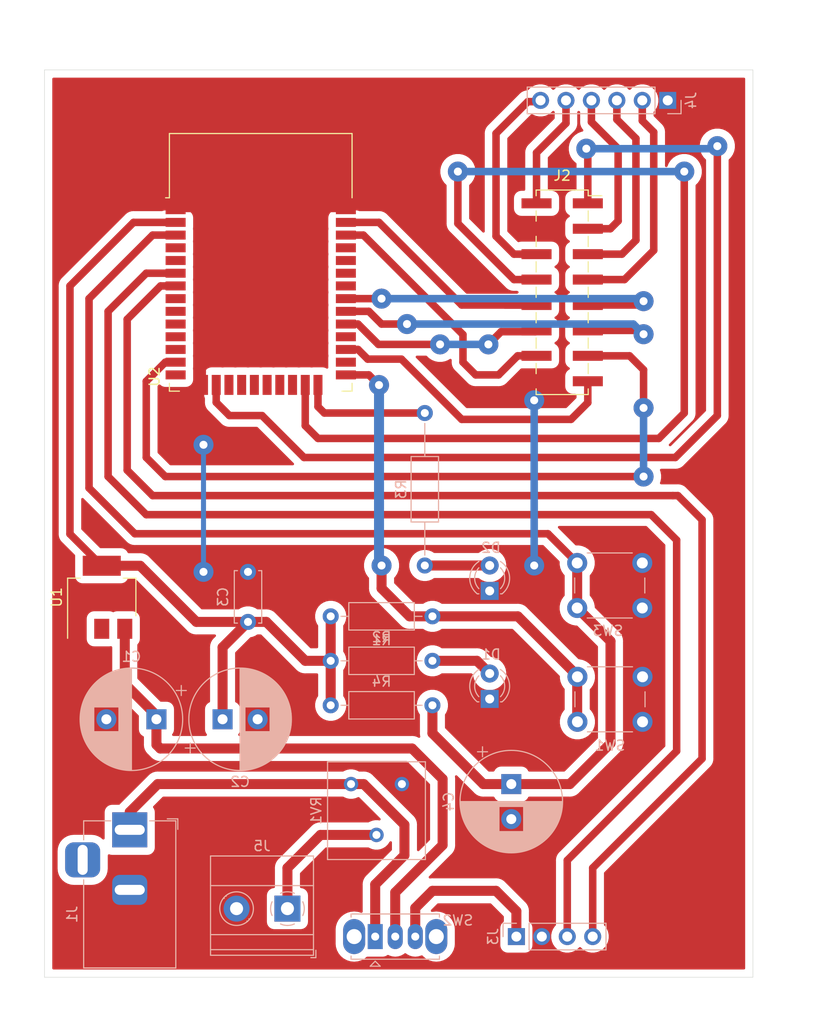
<source format=kicad_pcb>
(kicad_pcb (version 20171130) (host pcbnew 5.1.8-db9833491~88~ubuntu20.04.1)

  (general
    (thickness 1.6)
    (drawings 16)
    (tracks 209)
    (zones 0)
    (modules 21)
    (nets 48)
  )

  (page A4)
  (layers
    (0 F.Cu signal)
    (31 B.Cu signal)
    (32 B.Adhes user)
    (33 F.Adhes user)
    (34 B.Paste user)
    (35 F.Paste user)
    (36 B.SilkS user)
    (37 F.SilkS user)
    (38 B.Mask user)
    (39 F.Mask user)
    (40 Dwgs.User user)
    (41 Cmts.User user)
    (42 Eco1.User user)
    (43 Eco2.User user)
    (44 Edge.Cuts user)
    (45 Margin user)
    (46 B.CrtYd user)
    (47 F.CrtYd user)
    (48 B.Fab user)
    (49 F.Fab user)
  )

  (setup
    (last_trace_width 0.75)
    (user_trace_width 0.5)
    (user_trace_width 0.75)
    (user_trace_width 1)
    (trace_clearance 0.2)
    (zone_clearance 0.75)
    (zone_45_only no)
    (trace_min 0.2)
    (via_size 0.8)
    (via_drill 0.4)
    (via_min_size 0.4)
    (via_min_drill 0.3)
    (uvia_size 0.3)
    (uvia_drill 0.1)
    (uvias_allowed no)
    (uvia_min_size 0.2)
    (uvia_min_drill 0.1)
    (edge_width 0.05)
    (segment_width 0.2)
    (pcb_text_width 0.3)
    (pcb_text_size 1.5 1.5)
    (mod_edge_width 0.12)
    (mod_text_size 1 1)
    (mod_text_width 0.15)
    (pad_size 1.524 1.524)
    (pad_drill 0.762)
    (pad_to_mask_clearance 0)
    (aux_axis_origin 0 0)
    (visible_elements FFFFB67F)
    (pcbplotparams
      (layerselection 0x010fc_ffffffff)
      (usegerberextensions false)
      (usegerberattributes true)
      (usegerberadvancedattributes true)
      (creategerberjobfile true)
      (excludeedgelayer true)
      (linewidth 0.100000)
      (plotframeref false)
      (viasonmask false)
      (mode 1)
      (useauxorigin false)
      (hpglpennumber 1)
      (hpglpenspeed 20)
      (hpglpendiameter 15.000000)
      (psnegative false)
      (psa4output false)
      (plotreference true)
      (plotvalue true)
      (plotinvisibletext false)
      (padsonsilk false)
      (subtractmaskfromsilk false)
      (outputformat 1)
      (mirror false)
      (drillshape 1)
      (scaleselection 1)
      (outputdirectory ""))
  )

  (net 0 "")
  (net 1 GNDREF)
  (net 2 "Net-(C1-Pad1)")
  (net 3 +3V3)
  (net 4 EN)
  (net 5 "Net-(D1-Pad2)")
  (net 6 "Net-(D2-Pad2)")
  (net 7 "Net-(J1-Pad1)")
  (net 8 OE)
  (net 9 CLK)
  (net 10 LAT)
  (net 11 C)
  (net 12 D)
  (net 13 A)
  (net 14 B)
  (net 15 B2)
  (net 16 E)
  (net 17 R2)
  (net 18 G2)
  (net 19 B1)
  (net 20 R1)
  (net 21 G1)
  (net 22 RX)
  (net 23 USB_VCC)
  (net 24 IO0)
  (net 25 "Net-(R3-Pad1)")
  (net 26 "Net-(U2-Pad35)")
  (net 27 "Net-(U2-Pad34)")
  (net 28 "Net-(U2-Pad33)")
  (net 29 "Net-(U2-Pad32)")
  (net 30 "Net-(U2-Pad28)")
  (net 31 "Net-(U2-Pad26)")
  (net 32 "Net-(U2-Pad22)")
  (net 33 "Net-(U2-Pad21)")
  (net 34 "Net-(U2-Pad20)")
  (net 35 "Net-(U2-Pad19)")
  (net 36 "Net-(U2-Pad18)")
  (net 37 "Net-(U2-Pad17)")
  (net 38 "Net-(U2-Pad14)")
  (net 39 "Net-(U2-Pad12)")
  (net 40 "Net-(U2-Pad11)")
  (net 41 "Net-(U2-Pad10)")
  (net 42 "Net-(U2-Pad9)")
  (net 43 "Net-(U2-Pad8)")
  (net 44 "Net-(U2-Pad5)")
  (net 45 "Net-(U2-Pad4)")
  (net 46 TX)
  (net 47 "Net-(J5-Pad1)")

  (net_class Default "This is the default net class."
    (clearance 0.2)
    (trace_width 0.25)
    (via_dia 0.8)
    (via_drill 0.4)
    (uvia_dia 0.3)
    (uvia_drill 0.1)
    (add_net +3V3)
    (add_net A)
    (add_net B)
    (add_net B1)
    (add_net B2)
    (add_net C)
    (add_net CLK)
    (add_net D)
    (add_net E)
    (add_net EN)
    (add_net G1)
    (add_net G2)
    (add_net GNDREF)
    (add_net IO0)
    (add_net LAT)
    (add_net "Net-(C1-Pad1)")
    (add_net "Net-(D1-Pad2)")
    (add_net "Net-(D2-Pad2)")
    (add_net "Net-(J1-Pad1)")
    (add_net "Net-(J5-Pad1)")
    (add_net "Net-(R3-Pad1)")
    (add_net "Net-(U2-Pad10)")
    (add_net "Net-(U2-Pad11)")
    (add_net "Net-(U2-Pad12)")
    (add_net "Net-(U2-Pad14)")
    (add_net "Net-(U2-Pad17)")
    (add_net "Net-(U2-Pad18)")
    (add_net "Net-(U2-Pad19)")
    (add_net "Net-(U2-Pad20)")
    (add_net "Net-(U2-Pad21)")
    (add_net "Net-(U2-Pad22)")
    (add_net "Net-(U2-Pad26)")
    (add_net "Net-(U2-Pad28)")
    (add_net "Net-(U2-Pad32)")
    (add_net "Net-(U2-Pad33)")
    (add_net "Net-(U2-Pad34)")
    (add_net "Net-(U2-Pad35)")
    (add_net "Net-(U2-Pad4)")
    (add_net "Net-(U2-Pad5)")
    (add_net "Net-(U2-Pad8)")
    (add_net "Net-(U2-Pad9)")
    (add_net OE)
    (add_net R1)
    (add_net R2)
    (add_net RX)
    (add_net TX)
    (add_net USB_VCC)
  )

  (net_class Default2 ""
    (clearance 0.2)
    (trace_width 0.5)
    (via_dia 0.8)
    (via_drill 0.4)
    (uvia_dia 0.3)
    (uvia_drill 0.1)
  )

  (module Connector_PinHeader_2.54mm:PinHeader_1x06_P2.54mm_Vertical (layer B.Cu) (tedit 59FED5CC) (tstamp 6000EC83)
    (at 161.925 53.848 90)
    (descr "Through hole straight pin header, 1x06, 2.54mm pitch, single row")
    (tags "Through hole pin header THT 1x06 2.54mm single row")
    (path /600D6516)
    (fp_text reference J4 (at 0 2.33 90) (layer B.SilkS)
      (effects (font (size 1 1) (thickness 0.15)) (justify mirror))
    )
    (fp_text value JOUT (at 0 -15.03 90) (layer B.Fab)
      (effects (font (size 1 1) (thickness 0.15)) (justify mirror))
    )
    (fp_text user %R (at 0 -6.35 180) (layer B.Fab)
      (effects (font (size 1 1) (thickness 0.15)) (justify mirror))
    )
    (fp_line (start -0.635 1.27) (end 1.27 1.27) (layer B.Fab) (width 0.1))
    (fp_line (start 1.27 1.27) (end 1.27 -13.97) (layer B.Fab) (width 0.1))
    (fp_line (start 1.27 -13.97) (end -1.27 -13.97) (layer B.Fab) (width 0.1))
    (fp_line (start -1.27 -13.97) (end -1.27 0.635) (layer B.Fab) (width 0.1))
    (fp_line (start -1.27 0.635) (end -0.635 1.27) (layer B.Fab) (width 0.1))
    (fp_line (start -1.33 -14.03) (end 1.33 -14.03) (layer B.SilkS) (width 0.12))
    (fp_line (start -1.33 -1.27) (end -1.33 -14.03) (layer B.SilkS) (width 0.12))
    (fp_line (start 1.33 -1.27) (end 1.33 -14.03) (layer B.SilkS) (width 0.12))
    (fp_line (start -1.33 -1.27) (end 1.33 -1.27) (layer B.SilkS) (width 0.12))
    (fp_line (start -1.33 0) (end -1.33 1.33) (layer B.SilkS) (width 0.12))
    (fp_line (start -1.33 1.33) (end 0 1.33) (layer B.SilkS) (width 0.12))
    (fp_line (start -1.8 1.8) (end -1.8 -14.5) (layer B.CrtYd) (width 0.05))
    (fp_line (start -1.8 -14.5) (end 1.8 -14.5) (layer B.CrtYd) (width 0.05))
    (fp_line (start 1.8 -14.5) (end 1.8 1.8) (layer B.CrtYd) (width 0.05))
    (fp_line (start 1.8 1.8) (end -1.8 1.8) (layer B.CrtYd) (width 0.05))
    (pad 6 thru_hole oval (at 0 -12.7 90) (size 1.7 1.7) (drill 1) (layers *.Cu *.Mask)
      (net 18 G2))
    (pad 5 thru_hole oval (at 0 -10.16 90) (size 1.7 1.7) (drill 1) (layers *.Cu *.Mask)
      (net 21 G1))
    (pad 4 thru_hole oval (at 0 -7.62 90) (size 1.7 1.7) (drill 1) (layers *.Cu *.Mask)
      (net 19 B1))
    (pad 3 thru_hole oval (at 0 -5.08 90) (size 1.7 1.7) (drill 1) (layers *.Cu *.Mask)
      (net 17 R2))
    (pad 2 thru_hole oval (at 0 -2.54 90) (size 1.7 1.7) (drill 1) (layers *.Cu *.Mask)
      (net 15 B2))
    (pad 1 thru_hole rect (at 0 0 90) (size 1.7 1.7) (drill 1) (layers *.Cu *.Mask)
      (net 1 GNDREF))
    (model ${KISYS3DMOD}/Connector_PinHeader_2.54mm.3dshapes/PinHeader_1x06_P2.54mm_Vertical.wrl
      (at (xyz 0 0 0))
      (scale (xyz 1 1 1))
      (rotate (xyz 0 0 0))
    )
  )

  (module Potentiometer_THT:Potentiometer_Bourns_3386F_Vertical (layer B.Cu) (tedit 5AA07388) (tstamp 6006D05C)
    (at 135.382 122.174 270)
    (descr "Potentiometer, vertical, Bourns 3386F, https://www.bourns.com/pdfs/3386.pdf")
    (tags "Potentiometer vertical Bourns 3386F")
    (path /60069DCE)
    (fp_text reference RV1 (at 2.655 8.555 90) (layer B.SilkS)
      (effects (font (size 1 1) (thickness 0.15)) (justify mirror))
    )
    (fp_text value 5K (at 2.655 -3.475 90) (layer B.Fab)
      (effects (font (size 1 1) (thickness 0.15)) (justify mirror))
    )
    (fp_text user %R (at -1.11 2.54 180) (layer B.Fab)
      (effects (font (size 1 1) (thickness 0.15)) (justify mirror))
    )
    (fp_circle (center 1.781 2.54) (end 3.356 2.54) (layer B.Fab) (width 0.1))
    (fp_line (start -2.11 7.305) (end -2.11 -2.225) (layer B.Fab) (width 0.1))
    (fp_line (start -2.11 -2.225) (end 7.42 -2.225) (layer B.Fab) (width 0.1))
    (fp_line (start 7.42 -2.225) (end 7.42 7.305) (layer B.Fab) (width 0.1))
    (fp_line (start 7.42 7.305) (end -2.11 7.305) (layer B.Fab) (width 0.1))
    (fp_line (start 1.781 0.98) (end 1.781 4.099) (layer B.Fab) (width 0.1))
    (fp_line (start 1.781 0.98) (end 1.781 4.099) (layer B.Fab) (width 0.1))
    (fp_line (start -2.23 7.425) (end 7.54 7.425) (layer B.SilkS) (width 0.12))
    (fp_line (start -2.23 -2.345) (end 7.54 -2.345) (layer B.SilkS) (width 0.12))
    (fp_line (start -2.23 7.425) (end -2.23 -2.345) (layer B.SilkS) (width 0.12))
    (fp_line (start 7.54 7.425) (end 7.54 -2.345) (layer B.SilkS) (width 0.12))
    (fp_line (start -2.36 7.56) (end -2.36 -2.48) (layer B.CrtYd) (width 0.05))
    (fp_line (start -2.36 -2.48) (end 7.67 -2.48) (layer B.CrtYd) (width 0.05))
    (fp_line (start 7.67 -2.48) (end 7.67 7.56) (layer B.CrtYd) (width 0.05))
    (fp_line (start 7.67 7.56) (end -2.36 7.56) (layer B.CrtYd) (width 0.05))
    (pad 1 thru_hole circle (at 0 0 270) (size 1.44 1.44) (drill 0.8) (layers *.Cu *.Mask)
      (net 1 GNDREF))
    (pad 2 thru_hole circle (at 5.08 2.54 270) (size 1.44 1.44) (drill 0.8) (layers *.Cu *.Mask)
      (net 47 "Net-(J5-Pad1)"))
    (pad 3 thru_hole circle (at 0 5.08 270) (size 1.44 1.44) (drill 0.8) (layers *.Cu *.Mask)
      (net 7 "Net-(J1-Pad1)"))
    (model ${KISYS3DMOD}/Potentiometer_THT.3dshapes/Potentiometer_Bourns_3386F_Vertical.wrl
      (at (xyz 0 0 0))
      (scale (xyz 1 1 1))
      (rotate (xyz 0 0 0))
    )
  )

  (module Capacitor_THT:CP_Radial_D10.0mm_P3.50mm (layer B.Cu) (tedit 5AE50EF0) (tstamp 5FF25777)
    (at 146.304 122.174 270)
    (descr "CP, Radial series, Radial, pin pitch=3.50mm, , diameter=10mm, Electrolytic Capacitor")
    (tags "CP Radial series Radial pin pitch 3.50mm  diameter 10mm Electrolytic Capacitor")
    (path /5FDFA3D1)
    (fp_text reference C4 (at 1.75 6.25 90) (layer B.SilkS)
      (effects (font (size 1 1) (thickness 0.15)) (justify mirror))
    )
    (fp_text value 1uF (at 1.75 -6.25 90) (layer B.Fab)
      (effects (font (size 1 1) (thickness 0.15)) (justify mirror))
    )
    (fp_circle (center 1.75 0) (end 6.75 0) (layer B.Fab) (width 0.1))
    (fp_circle (center 1.75 0) (end 6.87 0) (layer B.SilkS) (width 0.12))
    (fp_circle (center 1.75 0) (end 7 0) (layer B.CrtYd) (width 0.05))
    (fp_line (start -2.538861 2.1875) (end -1.538861 2.1875) (layer B.Fab) (width 0.1))
    (fp_line (start -2.038861 2.6875) (end -2.038861 1.6875) (layer B.Fab) (width 0.1))
    (fp_line (start 1.75 5.08) (end 1.75 -5.08) (layer B.SilkS) (width 0.12))
    (fp_line (start 1.79 5.08) (end 1.79 -5.08) (layer B.SilkS) (width 0.12))
    (fp_line (start 1.83 5.08) (end 1.83 -5.08) (layer B.SilkS) (width 0.12))
    (fp_line (start 1.87 5.079) (end 1.87 -5.079) (layer B.SilkS) (width 0.12))
    (fp_line (start 1.91 5.078) (end 1.91 -5.078) (layer B.SilkS) (width 0.12))
    (fp_line (start 1.95 5.077) (end 1.95 -5.077) (layer B.SilkS) (width 0.12))
    (fp_line (start 1.99 5.075) (end 1.99 -5.075) (layer B.SilkS) (width 0.12))
    (fp_line (start 2.03 5.073) (end 2.03 -5.073) (layer B.SilkS) (width 0.12))
    (fp_line (start 2.07 5.07) (end 2.07 -5.07) (layer B.SilkS) (width 0.12))
    (fp_line (start 2.11 5.068) (end 2.11 -5.068) (layer B.SilkS) (width 0.12))
    (fp_line (start 2.15 5.065) (end 2.15 -5.065) (layer B.SilkS) (width 0.12))
    (fp_line (start 2.19 5.062) (end 2.19 -5.062) (layer B.SilkS) (width 0.12))
    (fp_line (start 2.23 5.058) (end 2.23 -5.058) (layer B.SilkS) (width 0.12))
    (fp_line (start 2.27 5.054) (end 2.27 1.241) (layer B.SilkS) (width 0.12))
    (fp_line (start 2.27 -1.241) (end 2.27 -5.054) (layer B.SilkS) (width 0.12))
    (fp_line (start 2.31 5.05) (end 2.31 1.241) (layer B.SilkS) (width 0.12))
    (fp_line (start 2.31 -1.241) (end 2.31 -5.05) (layer B.SilkS) (width 0.12))
    (fp_line (start 2.35 5.045) (end 2.35 1.241) (layer B.SilkS) (width 0.12))
    (fp_line (start 2.35 -1.241) (end 2.35 -5.045) (layer B.SilkS) (width 0.12))
    (fp_line (start 2.39 5.04) (end 2.39 1.241) (layer B.SilkS) (width 0.12))
    (fp_line (start 2.39 -1.241) (end 2.39 -5.04) (layer B.SilkS) (width 0.12))
    (fp_line (start 2.43 5.035) (end 2.43 1.241) (layer B.SilkS) (width 0.12))
    (fp_line (start 2.43 -1.241) (end 2.43 -5.035) (layer B.SilkS) (width 0.12))
    (fp_line (start 2.471 5.03) (end 2.471 1.241) (layer B.SilkS) (width 0.12))
    (fp_line (start 2.471 -1.241) (end 2.471 -5.03) (layer B.SilkS) (width 0.12))
    (fp_line (start 2.511 5.024) (end 2.511 1.241) (layer B.SilkS) (width 0.12))
    (fp_line (start 2.511 -1.241) (end 2.511 -5.024) (layer B.SilkS) (width 0.12))
    (fp_line (start 2.551 5.018) (end 2.551 1.241) (layer B.SilkS) (width 0.12))
    (fp_line (start 2.551 -1.241) (end 2.551 -5.018) (layer B.SilkS) (width 0.12))
    (fp_line (start 2.591 5.011) (end 2.591 1.241) (layer B.SilkS) (width 0.12))
    (fp_line (start 2.591 -1.241) (end 2.591 -5.011) (layer B.SilkS) (width 0.12))
    (fp_line (start 2.631 5.004) (end 2.631 1.241) (layer B.SilkS) (width 0.12))
    (fp_line (start 2.631 -1.241) (end 2.631 -5.004) (layer B.SilkS) (width 0.12))
    (fp_line (start 2.671 4.997) (end 2.671 1.241) (layer B.SilkS) (width 0.12))
    (fp_line (start 2.671 -1.241) (end 2.671 -4.997) (layer B.SilkS) (width 0.12))
    (fp_line (start 2.711 4.99) (end 2.711 1.241) (layer B.SilkS) (width 0.12))
    (fp_line (start 2.711 -1.241) (end 2.711 -4.99) (layer B.SilkS) (width 0.12))
    (fp_line (start 2.751 4.982) (end 2.751 1.241) (layer B.SilkS) (width 0.12))
    (fp_line (start 2.751 -1.241) (end 2.751 -4.982) (layer B.SilkS) (width 0.12))
    (fp_line (start 2.791 4.974) (end 2.791 1.241) (layer B.SilkS) (width 0.12))
    (fp_line (start 2.791 -1.241) (end 2.791 -4.974) (layer B.SilkS) (width 0.12))
    (fp_line (start 2.831 4.965) (end 2.831 1.241) (layer B.SilkS) (width 0.12))
    (fp_line (start 2.831 -1.241) (end 2.831 -4.965) (layer B.SilkS) (width 0.12))
    (fp_line (start 2.871 4.956) (end 2.871 1.241) (layer B.SilkS) (width 0.12))
    (fp_line (start 2.871 -1.241) (end 2.871 -4.956) (layer B.SilkS) (width 0.12))
    (fp_line (start 2.911 4.947) (end 2.911 1.241) (layer B.SilkS) (width 0.12))
    (fp_line (start 2.911 -1.241) (end 2.911 -4.947) (layer B.SilkS) (width 0.12))
    (fp_line (start 2.951 4.938) (end 2.951 1.241) (layer B.SilkS) (width 0.12))
    (fp_line (start 2.951 -1.241) (end 2.951 -4.938) (layer B.SilkS) (width 0.12))
    (fp_line (start 2.991 4.928) (end 2.991 1.241) (layer B.SilkS) (width 0.12))
    (fp_line (start 2.991 -1.241) (end 2.991 -4.928) (layer B.SilkS) (width 0.12))
    (fp_line (start 3.031 4.918) (end 3.031 1.241) (layer B.SilkS) (width 0.12))
    (fp_line (start 3.031 -1.241) (end 3.031 -4.918) (layer B.SilkS) (width 0.12))
    (fp_line (start 3.071 4.907) (end 3.071 1.241) (layer B.SilkS) (width 0.12))
    (fp_line (start 3.071 -1.241) (end 3.071 -4.907) (layer B.SilkS) (width 0.12))
    (fp_line (start 3.111 4.897) (end 3.111 1.241) (layer B.SilkS) (width 0.12))
    (fp_line (start 3.111 -1.241) (end 3.111 -4.897) (layer B.SilkS) (width 0.12))
    (fp_line (start 3.151 4.885) (end 3.151 1.241) (layer B.SilkS) (width 0.12))
    (fp_line (start 3.151 -1.241) (end 3.151 -4.885) (layer B.SilkS) (width 0.12))
    (fp_line (start 3.191 4.874) (end 3.191 1.241) (layer B.SilkS) (width 0.12))
    (fp_line (start 3.191 -1.241) (end 3.191 -4.874) (layer B.SilkS) (width 0.12))
    (fp_line (start 3.231 4.862) (end 3.231 1.241) (layer B.SilkS) (width 0.12))
    (fp_line (start 3.231 -1.241) (end 3.231 -4.862) (layer B.SilkS) (width 0.12))
    (fp_line (start 3.271 4.85) (end 3.271 1.241) (layer B.SilkS) (width 0.12))
    (fp_line (start 3.271 -1.241) (end 3.271 -4.85) (layer B.SilkS) (width 0.12))
    (fp_line (start 3.311 4.837) (end 3.311 1.241) (layer B.SilkS) (width 0.12))
    (fp_line (start 3.311 -1.241) (end 3.311 -4.837) (layer B.SilkS) (width 0.12))
    (fp_line (start 3.351 4.824) (end 3.351 1.241) (layer B.SilkS) (width 0.12))
    (fp_line (start 3.351 -1.241) (end 3.351 -4.824) (layer B.SilkS) (width 0.12))
    (fp_line (start 3.391 4.811) (end 3.391 1.241) (layer B.SilkS) (width 0.12))
    (fp_line (start 3.391 -1.241) (end 3.391 -4.811) (layer B.SilkS) (width 0.12))
    (fp_line (start 3.431 4.797) (end 3.431 1.241) (layer B.SilkS) (width 0.12))
    (fp_line (start 3.431 -1.241) (end 3.431 -4.797) (layer B.SilkS) (width 0.12))
    (fp_line (start 3.471 4.783) (end 3.471 1.241) (layer B.SilkS) (width 0.12))
    (fp_line (start 3.471 -1.241) (end 3.471 -4.783) (layer B.SilkS) (width 0.12))
    (fp_line (start 3.511 4.768) (end 3.511 1.241) (layer B.SilkS) (width 0.12))
    (fp_line (start 3.511 -1.241) (end 3.511 -4.768) (layer B.SilkS) (width 0.12))
    (fp_line (start 3.551 4.754) (end 3.551 1.241) (layer B.SilkS) (width 0.12))
    (fp_line (start 3.551 -1.241) (end 3.551 -4.754) (layer B.SilkS) (width 0.12))
    (fp_line (start 3.591 4.738) (end 3.591 1.241) (layer B.SilkS) (width 0.12))
    (fp_line (start 3.591 -1.241) (end 3.591 -4.738) (layer B.SilkS) (width 0.12))
    (fp_line (start 3.631 4.723) (end 3.631 1.241) (layer B.SilkS) (width 0.12))
    (fp_line (start 3.631 -1.241) (end 3.631 -4.723) (layer B.SilkS) (width 0.12))
    (fp_line (start 3.671 4.707) (end 3.671 1.241) (layer B.SilkS) (width 0.12))
    (fp_line (start 3.671 -1.241) (end 3.671 -4.707) (layer B.SilkS) (width 0.12))
    (fp_line (start 3.711 4.69) (end 3.711 1.241) (layer B.SilkS) (width 0.12))
    (fp_line (start 3.711 -1.241) (end 3.711 -4.69) (layer B.SilkS) (width 0.12))
    (fp_line (start 3.751 4.674) (end 3.751 1.241) (layer B.SilkS) (width 0.12))
    (fp_line (start 3.751 -1.241) (end 3.751 -4.674) (layer B.SilkS) (width 0.12))
    (fp_line (start 3.791 4.657) (end 3.791 1.241) (layer B.SilkS) (width 0.12))
    (fp_line (start 3.791 -1.241) (end 3.791 -4.657) (layer B.SilkS) (width 0.12))
    (fp_line (start 3.831 4.639) (end 3.831 1.241) (layer B.SilkS) (width 0.12))
    (fp_line (start 3.831 -1.241) (end 3.831 -4.639) (layer B.SilkS) (width 0.12))
    (fp_line (start 3.871 4.621) (end 3.871 1.241) (layer B.SilkS) (width 0.12))
    (fp_line (start 3.871 -1.241) (end 3.871 -4.621) (layer B.SilkS) (width 0.12))
    (fp_line (start 3.911 4.603) (end 3.911 1.241) (layer B.SilkS) (width 0.12))
    (fp_line (start 3.911 -1.241) (end 3.911 -4.603) (layer B.SilkS) (width 0.12))
    (fp_line (start 3.951 4.584) (end 3.951 1.241) (layer B.SilkS) (width 0.12))
    (fp_line (start 3.951 -1.241) (end 3.951 -4.584) (layer B.SilkS) (width 0.12))
    (fp_line (start 3.991 4.564) (end 3.991 1.241) (layer B.SilkS) (width 0.12))
    (fp_line (start 3.991 -1.241) (end 3.991 -4.564) (layer B.SilkS) (width 0.12))
    (fp_line (start 4.031 4.545) (end 4.031 1.241) (layer B.SilkS) (width 0.12))
    (fp_line (start 4.031 -1.241) (end 4.031 -4.545) (layer B.SilkS) (width 0.12))
    (fp_line (start 4.071 4.525) (end 4.071 1.241) (layer B.SilkS) (width 0.12))
    (fp_line (start 4.071 -1.241) (end 4.071 -4.525) (layer B.SilkS) (width 0.12))
    (fp_line (start 4.111 4.504) (end 4.111 1.241) (layer B.SilkS) (width 0.12))
    (fp_line (start 4.111 -1.241) (end 4.111 -4.504) (layer B.SilkS) (width 0.12))
    (fp_line (start 4.151 4.483) (end 4.151 1.241) (layer B.SilkS) (width 0.12))
    (fp_line (start 4.151 -1.241) (end 4.151 -4.483) (layer B.SilkS) (width 0.12))
    (fp_line (start 4.191 4.462) (end 4.191 1.241) (layer B.SilkS) (width 0.12))
    (fp_line (start 4.191 -1.241) (end 4.191 -4.462) (layer B.SilkS) (width 0.12))
    (fp_line (start 4.231 4.44) (end 4.231 1.241) (layer B.SilkS) (width 0.12))
    (fp_line (start 4.231 -1.241) (end 4.231 -4.44) (layer B.SilkS) (width 0.12))
    (fp_line (start 4.271 4.417) (end 4.271 1.241) (layer B.SilkS) (width 0.12))
    (fp_line (start 4.271 -1.241) (end 4.271 -4.417) (layer B.SilkS) (width 0.12))
    (fp_line (start 4.311 4.395) (end 4.311 1.241) (layer B.SilkS) (width 0.12))
    (fp_line (start 4.311 -1.241) (end 4.311 -4.395) (layer B.SilkS) (width 0.12))
    (fp_line (start 4.351 4.371) (end 4.351 1.241) (layer B.SilkS) (width 0.12))
    (fp_line (start 4.351 -1.241) (end 4.351 -4.371) (layer B.SilkS) (width 0.12))
    (fp_line (start 4.391 4.347) (end 4.391 1.241) (layer B.SilkS) (width 0.12))
    (fp_line (start 4.391 -1.241) (end 4.391 -4.347) (layer B.SilkS) (width 0.12))
    (fp_line (start 4.431 4.323) (end 4.431 1.241) (layer B.SilkS) (width 0.12))
    (fp_line (start 4.431 -1.241) (end 4.431 -4.323) (layer B.SilkS) (width 0.12))
    (fp_line (start 4.471 4.298) (end 4.471 1.241) (layer B.SilkS) (width 0.12))
    (fp_line (start 4.471 -1.241) (end 4.471 -4.298) (layer B.SilkS) (width 0.12))
    (fp_line (start 4.511 4.273) (end 4.511 1.241) (layer B.SilkS) (width 0.12))
    (fp_line (start 4.511 -1.241) (end 4.511 -4.273) (layer B.SilkS) (width 0.12))
    (fp_line (start 4.551 4.247) (end 4.551 1.241) (layer B.SilkS) (width 0.12))
    (fp_line (start 4.551 -1.241) (end 4.551 -4.247) (layer B.SilkS) (width 0.12))
    (fp_line (start 4.591 4.221) (end 4.591 1.241) (layer B.SilkS) (width 0.12))
    (fp_line (start 4.591 -1.241) (end 4.591 -4.221) (layer B.SilkS) (width 0.12))
    (fp_line (start 4.631 4.194) (end 4.631 1.241) (layer B.SilkS) (width 0.12))
    (fp_line (start 4.631 -1.241) (end 4.631 -4.194) (layer B.SilkS) (width 0.12))
    (fp_line (start 4.671 4.166) (end 4.671 1.241) (layer B.SilkS) (width 0.12))
    (fp_line (start 4.671 -1.241) (end 4.671 -4.166) (layer B.SilkS) (width 0.12))
    (fp_line (start 4.711 4.138) (end 4.711 1.241) (layer B.SilkS) (width 0.12))
    (fp_line (start 4.711 -1.241) (end 4.711 -4.138) (layer B.SilkS) (width 0.12))
    (fp_line (start 4.751 4.11) (end 4.751 -4.11) (layer B.SilkS) (width 0.12))
    (fp_line (start 4.791 4.08) (end 4.791 -4.08) (layer B.SilkS) (width 0.12))
    (fp_line (start 4.831 4.05) (end 4.831 -4.05) (layer B.SilkS) (width 0.12))
    (fp_line (start 4.871 4.02) (end 4.871 -4.02) (layer B.SilkS) (width 0.12))
    (fp_line (start 4.911 3.989) (end 4.911 -3.989) (layer B.SilkS) (width 0.12))
    (fp_line (start 4.951 3.957) (end 4.951 -3.957) (layer B.SilkS) (width 0.12))
    (fp_line (start 4.991 3.925) (end 4.991 -3.925) (layer B.SilkS) (width 0.12))
    (fp_line (start 5.031 3.892) (end 5.031 -3.892) (layer B.SilkS) (width 0.12))
    (fp_line (start 5.071 3.858) (end 5.071 -3.858) (layer B.SilkS) (width 0.12))
    (fp_line (start 5.111 3.824) (end 5.111 -3.824) (layer B.SilkS) (width 0.12))
    (fp_line (start 5.151 3.789) (end 5.151 -3.789) (layer B.SilkS) (width 0.12))
    (fp_line (start 5.191 3.753) (end 5.191 -3.753) (layer B.SilkS) (width 0.12))
    (fp_line (start 5.231 3.716) (end 5.231 -3.716) (layer B.SilkS) (width 0.12))
    (fp_line (start 5.271 3.679) (end 5.271 -3.679) (layer B.SilkS) (width 0.12))
    (fp_line (start 5.311 3.64) (end 5.311 -3.64) (layer B.SilkS) (width 0.12))
    (fp_line (start 5.351 3.601) (end 5.351 -3.601) (layer B.SilkS) (width 0.12))
    (fp_line (start 5.391 3.561) (end 5.391 -3.561) (layer B.SilkS) (width 0.12))
    (fp_line (start 5.431 3.52) (end 5.431 -3.52) (layer B.SilkS) (width 0.12))
    (fp_line (start 5.471 3.478) (end 5.471 -3.478) (layer B.SilkS) (width 0.12))
    (fp_line (start 5.511 3.436) (end 5.511 -3.436) (layer B.SilkS) (width 0.12))
    (fp_line (start 5.551 3.392) (end 5.551 -3.392) (layer B.SilkS) (width 0.12))
    (fp_line (start 5.591 3.347) (end 5.591 -3.347) (layer B.SilkS) (width 0.12))
    (fp_line (start 5.631 3.301) (end 5.631 -3.301) (layer B.SilkS) (width 0.12))
    (fp_line (start 5.671 3.254) (end 5.671 -3.254) (layer B.SilkS) (width 0.12))
    (fp_line (start 5.711 3.206) (end 5.711 -3.206) (layer B.SilkS) (width 0.12))
    (fp_line (start 5.751 3.156) (end 5.751 -3.156) (layer B.SilkS) (width 0.12))
    (fp_line (start 5.791 3.106) (end 5.791 -3.106) (layer B.SilkS) (width 0.12))
    (fp_line (start 5.831 3.054) (end 5.831 -3.054) (layer B.SilkS) (width 0.12))
    (fp_line (start 5.871 3) (end 5.871 -3) (layer B.SilkS) (width 0.12))
    (fp_line (start 5.911 2.945) (end 5.911 -2.945) (layer B.SilkS) (width 0.12))
    (fp_line (start 5.951 2.889) (end 5.951 -2.889) (layer B.SilkS) (width 0.12))
    (fp_line (start 5.991 2.83) (end 5.991 -2.83) (layer B.SilkS) (width 0.12))
    (fp_line (start 6.031 2.77) (end 6.031 -2.77) (layer B.SilkS) (width 0.12))
    (fp_line (start 6.071 2.709) (end 6.071 -2.709) (layer B.SilkS) (width 0.12))
    (fp_line (start 6.111 2.645) (end 6.111 -2.645) (layer B.SilkS) (width 0.12))
    (fp_line (start 6.151 2.579) (end 6.151 -2.579) (layer B.SilkS) (width 0.12))
    (fp_line (start 6.191 2.51) (end 6.191 -2.51) (layer B.SilkS) (width 0.12))
    (fp_line (start 6.231 2.439) (end 6.231 -2.439) (layer B.SilkS) (width 0.12))
    (fp_line (start 6.271 2.365) (end 6.271 -2.365) (layer B.SilkS) (width 0.12))
    (fp_line (start 6.311 2.289) (end 6.311 -2.289) (layer B.SilkS) (width 0.12))
    (fp_line (start 6.351 2.209) (end 6.351 -2.209) (layer B.SilkS) (width 0.12))
    (fp_line (start 6.391 2.125) (end 6.391 -2.125) (layer B.SilkS) (width 0.12))
    (fp_line (start 6.431 2.037) (end 6.431 -2.037) (layer B.SilkS) (width 0.12))
    (fp_line (start 6.471 1.944) (end 6.471 -1.944) (layer B.SilkS) (width 0.12))
    (fp_line (start 6.511 1.846) (end 6.511 -1.846) (layer B.SilkS) (width 0.12))
    (fp_line (start 6.551 1.742) (end 6.551 -1.742) (layer B.SilkS) (width 0.12))
    (fp_line (start 6.591 1.63) (end 6.591 -1.63) (layer B.SilkS) (width 0.12))
    (fp_line (start 6.631 1.51) (end 6.631 -1.51) (layer B.SilkS) (width 0.12))
    (fp_line (start 6.671 1.378) (end 6.671 -1.378) (layer B.SilkS) (width 0.12))
    (fp_line (start 6.711 1.23) (end 6.711 -1.23) (layer B.SilkS) (width 0.12))
    (fp_line (start 6.751 1.062) (end 6.751 -1.062) (layer B.SilkS) (width 0.12))
    (fp_line (start 6.791 0.862) (end 6.791 -0.862) (layer B.SilkS) (width 0.12))
    (fp_line (start 6.831 0.599) (end 6.831 -0.599) (layer B.SilkS) (width 0.12))
    (fp_line (start -3.729646 2.875) (end -2.729646 2.875) (layer B.SilkS) (width 0.12))
    (fp_line (start -3.229646 3.375) (end -3.229646 2.375) (layer B.SilkS) (width 0.12))
    (fp_text user %R (at 1.75 0 90) (layer B.Fab)
      (effects (font (size 1 1) (thickness 0.15)) (justify mirror))
    )
    (pad 2 thru_hole circle (at 3.5 0 270) (size 2 2) (drill 1) (layers *.Cu *.Mask)
      (net 1 GNDREF))
    (pad 1 thru_hole rect (at 0 0 270) (size 2 2) (drill 1) (layers *.Cu *.Mask)
      (net 4 EN))
    (model ${KISYS3DMOD}/Capacitor_THT.3dshapes/CP_Radial_D10.0mm_P3.50mm.wrl
      (at (xyz 0 0 0))
      (scale (xyz 1 1 1))
      (rotate (xyz 0 0 0))
    )
  )

  (module Capacitor_THT:CP_Radial_D10.0mm_P3.50mm (layer B.Cu) (tedit 5AE50EF0) (tstamp 5FF2568F)
    (at 117.475 115.697)
    (descr "CP, Radial series, Radial, pin pitch=3.50mm, , diameter=10mm, Electrolytic Capacitor")
    (tags "CP Radial series Radial pin pitch 3.50mm  diameter 10mm Electrolytic Capacitor")
    (path /5FDF9C5D)
    (fp_text reference C2 (at 1.75 6.25) (layer B.SilkS)
      (effects (font (size 1 1) (thickness 0.15)) (justify mirror))
    )
    (fp_text value 10uF (at 1.75 -6.25) (layer B.Fab)
      (effects (font (size 1 1) (thickness 0.15)) (justify mirror))
    )
    (fp_circle (center 1.75 0) (end 6.75 0) (layer B.Fab) (width 0.1))
    (fp_circle (center 1.75 0) (end 6.87 0) (layer B.SilkS) (width 0.12))
    (fp_circle (center 1.75 0) (end 7 0) (layer B.CrtYd) (width 0.05))
    (fp_line (start -2.538861 2.1875) (end -1.538861 2.1875) (layer B.Fab) (width 0.1))
    (fp_line (start -2.038861 2.6875) (end -2.038861 1.6875) (layer B.Fab) (width 0.1))
    (fp_line (start 1.75 5.08) (end 1.75 -5.08) (layer B.SilkS) (width 0.12))
    (fp_line (start 1.79 5.08) (end 1.79 -5.08) (layer B.SilkS) (width 0.12))
    (fp_line (start 1.83 5.08) (end 1.83 -5.08) (layer B.SilkS) (width 0.12))
    (fp_line (start 1.87 5.079) (end 1.87 -5.079) (layer B.SilkS) (width 0.12))
    (fp_line (start 1.91 5.078) (end 1.91 -5.078) (layer B.SilkS) (width 0.12))
    (fp_line (start 1.95 5.077) (end 1.95 -5.077) (layer B.SilkS) (width 0.12))
    (fp_line (start 1.99 5.075) (end 1.99 -5.075) (layer B.SilkS) (width 0.12))
    (fp_line (start 2.03 5.073) (end 2.03 -5.073) (layer B.SilkS) (width 0.12))
    (fp_line (start 2.07 5.07) (end 2.07 -5.07) (layer B.SilkS) (width 0.12))
    (fp_line (start 2.11 5.068) (end 2.11 -5.068) (layer B.SilkS) (width 0.12))
    (fp_line (start 2.15 5.065) (end 2.15 -5.065) (layer B.SilkS) (width 0.12))
    (fp_line (start 2.19 5.062) (end 2.19 -5.062) (layer B.SilkS) (width 0.12))
    (fp_line (start 2.23 5.058) (end 2.23 -5.058) (layer B.SilkS) (width 0.12))
    (fp_line (start 2.27 5.054) (end 2.27 1.241) (layer B.SilkS) (width 0.12))
    (fp_line (start 2.27 -1.241) (end 2.27 -5.054) (layer B.SilkS) (width 0.12))
    (fp_line (start 2.31 5.05) (end 2.31 1.241) (layer B.SilkS) (width 0.12))
    (fp_line (start 2.31 -1.241) (end 2.31 -5.05) (layer B.SilkS) (width 0.12))
    (fp_line (start 2.35 5.045) (end 2.35 1.241) (layer B.SilkS) (width 0.12))
    (fp_line (start 2.35 -1.241) (end 2.35 -5.045) (layer B.SilkS) (width 0.12))
    (fp_line (start 2.39 5.04) (end 2.39 1.241) (layer B.SilkS) (width 0.12))
    (fp_line (start 2.39 -1.241) (end 2.39 -5.04) (layer B.SilkS) (width 0.12))
    (fp_line (start 2.43 5.035) (end 2.43 1.241) (layer B.SilkS) (width 0.12))
    (fp_line (start 2.43 -1.241) (end 2.43 -5.035) (layer B.SilkS) (width 0.12))
    (fp_line (start 2.471 5.03) (end 2.471 1.241) (layer B.SilkS) (width 0.12))
    (fp_line (start 2.471 -1.241) (end 2.471 -5.03) (layer B.SilkS) (width 0.12))
    (fp_line (start 2.511 5.024) (end 2.511 1.241) (layer B.SilkS) (width 0.12))
    (fp_line (start 2.511 -1.241) (end 2.511 -5.024) (layer B.SilkS) (width 0.12))
    (fp_line (start 2.551 5.018) (end 2.551 1.241) (layer B.SilkS) (width 0.12))
    (fp_line (start 2.551 -1.241) (end 2.551 -5.018) (layer B.SilkS) (width 0.12))
    (fp_line (start 2.591 5.011) (end 2.591 1.241) (layer B.SilkS) (width 0.12))
    (fp_line (start 2.591 -1.241) (end 2.591 -5.011) (layer B.SilkS) (width 0.12))
    (fp_line (start 2.631 5.004) (end 2.631 1.241) (layer B.SilkS) (width 0.12))
    (fp_line (start 2.631 -1.241) (end 2.631 -5.004) (layer B.SilkS) (width 0.12))
    (fp_line (start 2.671 4.997) (end 2.671 1.241) (layer B.SilkS) (width 0.12))
    (fp_line (start 2.671 -1.241) (end 2.671 -4.997) (layer B.SilkS) (width 0.12))
    (fp_line (start 2.711 4.99) (end 2.711 1.241) (layer B.SilkS) (width 0.12))
    (fp_line (start 2.711 -1.241) (end 2.711 -4.99) (layer B.SilkS) (width 0.12))
    (fp_line (start 2.751 4.982) (end 2.751 1.241) (layer B.SilkS) (width 0.12))
    (fp_line (start 2.751 -1.241) (end 2.751 -4.982) (layer B.SilkS) (width 0.12))
    (fp_line (start 2.791 4.974) (end 2.791 1.241) (layer B.SilkS) (width 0.12))
    (fp_line (start 2.791 -1.241) (end 2.791 -4.974) (layer B.SilkS) (width 0.12))
    (fp_line (start 2.831 4.965) (end 2.831 1.241) (layer B.SilkS) (width 0.12))
    (fp_line (start 2.831 -1.241) (end 2.831 -4.965) (layer B.SilkS) (width 0.12))
    (fp_line (start 2.871 4.956) (end 2.871 1.241) (layer B.SilkS) (width 0.12))
    (fp_line (start 2.871 -1.241) (end 2.871 -4.956) (layer B.SilkS) (width 0.12))
    (fp_line (start 2.911 4.947) (end 2.911 1.241) (layer B.SilkS) (width 0.12))
    (fp_line (start 2.911 -1.241) (end 2.911 -4.947) (layer B.SilkS) (width 0.12))
    (fp_line (start 2.951 4.938) (end 2.951 1.241) (layer B.SilkS) (width 0.12))
    (fp_line (start 2.951 -1.241) (end 2.951 -4.938) (layer B.SilkS) (width 0.12))
    (fp_line (start 2.991 4.928) (end 2.991 1.241) (layer B.SilkS) (width 0.12))
    (fp_line (start 2.991 -1.241) (end 2.991 -4.928) (layer B.SilkS) (width 0.12))
    (fp_line (start 3.031 4.918) (end 3.031 1.241) (layer B.SilkS) (width 0.12))
    (fp_line (start 3.031 -1.241) (end 3.031 -4.918) (layer B.SilkS) (width 0.12))
    (fp_line (start 3.071 4.907) (end 3.071 1.241) (layer B.SilkS) (width 0.12))
    (fp_line (start 3.071 -1.241) (end 3.071 -4.907) (layer B.SilkS) (width 0.12))
    (fp_line (start 3.111 4.897) (end 3.111 1.241) (layer B.SilkS) (width 0.12))
    (fp_line (start 3.111 -1.241) (end 3.111 -4.897) (layer B.SilkS) (width 0.12))
    (fp_line (start 3.151 4.885) (end 3.151 1.241) (layer B.SilkS) (width 0.12))
    (fp_line (start 3.151 -1.241) (end 3.151 -4.885) (layer B.SilkS) (width 0.12))
    (fp_line (start 3.191 4.874) (end 3.191 1.241) (layer B.SilkS) (width 0.12))
    (fp_line (start 3.191 -1.241) (end 3.191 -4.874) (layer B.SilkS) (width 0.12))
    (fp_line (start 3.231 4.862) (end 3.231 1.241) (layer B.SilkS) (width 0.12))
    (fp_line (start 3.231 -1.241) (end 3.231 -4.862) (layer B.SilkS) (width 0.12))
    (fp_line (start 3.271 4.85) (end 3.271 1.241) (layer B.SilkS) (width 0.12))
    (fp_line (start 3.271 -1.241) (end 3.271 -4.85) (layer B.SilkS) (width 0.12))
    (fp_line (start 3.311 4.837) (end 3.311 1.241) (layer B.SilkS) (width 0.12))
    (fp_line (start 3.311 -1.241) (end 3.311 -4.837) (layer B.SilkS) (width 0.12))
    (fp_line (start 3.351 4.824) (end 3.351 1.241) (layer B.SilkS) (width 0.12))
    (fp_line (start 3.351 -1.241) (end 3.351 -4.824) (layer B.SilkS) (width 0.12))
    (fp_line (start 3.391 4.811) (end 3.391 1.241) (layer B.SilkS) (width 0.12))
    (fp_line (start 3.391 -1.241) (end 3.391 -4.811) (layer B.SilkS) (width 0.12))
    (fp_line (start 3.431 4.797) (end 3.431 1.241) (layer B.SilkS) (width 0.12))
    (fp_line (start 3.431 -1.241) (end 3.431 -4.797) (layer B.SilkS) (width 0.12))
    (fp_line (start 3.471 4.783) (end 3.471 1.241) (layer B.SilkS) (width 0.12))
    (fp_line (start 3.471 -1.241) (end 3.471 -4.783) (layer B.SilkS) (width 0.12))
    (fp_line (start 3.511 4.768) (end 3.511 1.241) (layer B.SilkS) (width 0.12))
    (fp_line (start 3.511 -1.241) (end 3.511 -4.768) (layer B.SilkS) (width 0.12))
    (fp_line (start 3.551 4.754) (end 3.551 1.241) (layer B.SilkS) (width 0.12))
    (fp_line (start 3.551 -1.241) (end 3.551 -4.754) (layer B.SilkS) (width 0.12))
    (fp_line (start 3.591 4.738) (end 3.591 1.241) (layer B.SilkS) (width 0.12))
    (fp_line (start 3.591 -1.241) (end 3.591 -4.738) (layer B.SilkS) (width 0.12))
    (fp_line (start 3.631 4.723) (end 3.631 1.241) (layer B.SilkS) (width 0.12))
    (fp_line (start 3.631 -1.241) (end 3.631 -4.723) (layer B.SilkS) (width 0.12))
    (fp_line (start 3.671 4.707) (end 3.671 1.241) (layer B.SilkS) (width 0.12))
    (fp_line (start 3.671 -1.241) (end 3.671 -4.707) (layer B.SilkS) (width 0.12))
    (fp_line (start 3.711 4.69) (end 3.711 1.241) (layer B.SilkS) (width 0.12))
    (fp_line (start 3.711 -1.241) (end 3.711 -4.69) (layer B.SilkS) (width 0.12))
    (fp_line (start 3.751 4.674) (end 3.751 1.241) (layer B.SilkS) (width 0.12))
    (fp_line (start 3.751 -1.241) (end 3.751 -4.674) (layer B.SilkS) (width 0.12))
    (fp_line (start 3.791 4.657) (end 3.791 1.241) (layer B.SilkS) (width 0.12))
    (fp_line (start 3.791 -1.241) (end 3.791 -4.657) (layer B.SilkS) (width 0.12))
    (fp_line (start 3.831 4.639) (end 3.831 1.241) (layer B.SilkS) (width 0.12))
    (fp_line (start 3.831 -1.241) (end 3.831 -4.639) (layer B.SilkS) (width 0.12))
    (fp_line (start 3.871 4.621) (end 3.871 1.241) (layer B.SilkS) (width 0.12))
    (fp_line (start 3.871 -1.241) (end 3.871 -4.621) (layer B.SilkS) (width 0.12))
    (fp_line (start 3.911 4.603) (end 3.911 1.241) (layer B.SilkS) (width 0.12))
    (fp_line (start 3.911 -1.241) (end 3.911 -4.603) (layer B.SilkS) (width 0.12))
    (fp_line (start 3.951 4.584) (end 3.951 1.241) (layer B.SilkS) (width 0.12))
    (fp_line (start 3.951 -1.241) (end 3.951 -4.584) (layer B.SilkS) (width 0.12))
    (fp_line (start 3.991 4.564) (end 3.991 1.241) (layer B.SilkS) (width 0.12))
    (fp_line (start 3.991 -1.241) (end 3.991 -4.564) (layer B.SilkS) (width 0.12))
    (fp_line (start 4.031 4.545) (end 4.031 1.241) (layer B.SilkS) (width 0.12))
    (fp_line (start 4.031 -1.241) (end 4.031 -4.545) (layer B.SilkS) (width 0.12))
    (fp_line (start 4.071 4.525) (end 4.071 1.241) (layer B.SilkS) (width 0.12))
    (fp_line (start 4.071 -1.241) (end 4.071 -4.525) (layer B.SilkS) (width 0.12))
    (fp_line (start 4.111 4.504) (end 4.111 1.241) (layer B.SilkS) (width 0.12))
    (fp_line (start 4.111 -1.241) (end 4.111 -4.504) (layer B.SilkS) (width 0.12))
    (fp_line (start 4.151 4.483) (end 4.151 1.241) (layer B.SilkS) (width 0.12))
    (fp_line (start 4.151 -1.241) (end 4.151 -4.483) (layer B.SilkS) (width 0.12))
    (fp_line (start 4.191 4.462) (end 4.191 1.241) (layer B.SilkS) (width 0.12))
    (fp_line (start 4.191 -1.241) (end 4.191 -4.462) (layer B.SilkS) (width 0.12))
    (fp_line (start 4.231 4.44) (end 4.231 1.241) (layer B.SilkS) (width 0.12))
    (fp_line (start 4.231 -1.241) (end 4.231 -4.44) (layer B.SilkS) (width 0.12))
    (fp_line (start 4.271 4.417) (end 4.271 1.241) (layer B.SilkS) (width 0.12))
    (fp_line (start 4.271 -1.241) (end 4.271 -4.417) (layer B.SilkS) (width 0.12))
    (fp_line (start 4.311 4.395) (end 4.311 1.241) (layer B.SilkS) (width 0.12))
    (fp_line (start 4.311 -1.241) (end 4.311 -4.395) (layer B.SilkS) (width 0.12))
    (fp_line (start 4.351 4.371) (end 4.351 1.241) (layer B.SilkS) (width 0.12))
    (fp_line (start 4.351 -1.241) (end 4.351 -4.371) (layer B.SilkS) (width 0.12))
    (fp_line (start 4.391 4.347) (end 4.391 1.241) (layer B.SilkS) (width 0.12))
    (fp_line (start 4.391 -1.241) (end 4.391 -4.347) (layer B.SilkS) (width 0.12))
    (fp_line (start 4.431 4.323) (end 4.431 1.241) (layer B.SilkS) (width 0.12))
    (fp_line (start 4.431 -1.241) (end 4.431 -4.323) (layer B.SilkS) (width 0.12))
    (fp_line (start 4.471 4.298) (end 4.471 1.241) (layer B.SilkS) (width 0.12))
    (fp_line (start 4.471 -1.241) (end 4.471 -4.298) (layer B.SilkS) (width 0.12))
    (fp_line (start 4.511 4.273) (end 4.511 1.241) (layer B.SilkS) (width 0.12))
    (fp_line (start 4.511 -1.241) (end 4.511 -4.273) (layer B.SilkS) (width 0.12))
    (fp_line (start 4.551 4.247) (end 4.551 1.241) (layer B.SilkS) (width 0.12))
    (fp_line (start 4.551 -1.241) (end 4.551 -4.247) (layer B.SilkS) (width 0.12))
    (fp_line (start 4.591 4.221) (end 4.591 1.241) (layer B.SilkS) (width 0.12))
    (fp_line (start 4.591 -1.241) (end 4.591 -4.221) (layer B.SilkS) (width 0.12))
    (fp_line (start 4.631 4.194) (end 4.631 1.241) (layer B.SilkS) (width 0.12))
    (fp_line (start 4.631 -1.241) (end 4.631 -4.194) (layer B.SilkS) (width 0.12))
    (fp_line (start 4.671 4.166) (end 4.671 1.241) (layer B.SilkS) (width 0.12))
    (fp_line (start 4.671 -1.241) (end 4.671 -4.166) (layer B.SilkS) (width 0.12))
    (fp_line (start 4.711 4.138) (end 4.711 1.241) (layer B.SilkS) (width 0.12))
    (fp_line (start 4.711 -1.241) (end 4.711 -4.138) (layer B.SilkS) (width 0.12))
    (fp_line (start 4.751 4.11) (end 4.751 -4.11) (layer B.SilkS) (width 0.12))
    (fp_line (start 4.791 4.08) (end 4.791 -4.08) (layer B.SilkS) (width 0.12))
    (fp_line (start 4.831 4.05) (end 4.831 -4.05) (layer B.SilkS) (width 0.12))
    (fp_line (start 4.871 4.02) (end 4.871 -4.02) (layer B.SilkS) (width 0.12))
    (fp_line (start 4.911 3.989) (end 4.911 -3.989) (layer B.SilkS) (width 0.12))
    (fp_line (start 4.951 3.957) (end 4.951 -3.957) (layer B.SilkS) (width 0.12))
    (fp_line (start 4.991 3.925) (end 4.991 -3.925) (layer B.SilkS) (width 0.12))
    (fp_line (start 5.031 3.892) (end 5.031 -3.892) (layer B.SilkS) (width 0.12))
    (fp_line (start 5.071 3.858) (end 5.071 -3.858) (layer B.SilkS) (width 0.12))
    (fp_line (start 5.111 3.824) (end 5.111 -3.824) (layer B.SilkS) (width 0.12))
    (fp_line (start 5.151 3.789) (end 5.151 -3.789) (layer B.SilkS) (width 0.12))
    (fp_line (start 5.191 3.753) (end 5.191 -3.753) (layer B.SilkS) (width 0.12))
    (fp_line (start 5.231 3.716) (end 5.231 -3.716) (layer B.SilkS) (width 0.12))
    (fp_line (start 5.271 3.679) (end 5.271 -3.679) (layer B.SilkS) (width 0.12))
    (fp_line (start 5.311 3.64) (end 5.311 -3.64) (layer B.SilkS) (width 0.12))
    (fp_line (start 5.351 3.601) (end 5.351 -3.601) (layer B.SilkS) (width 0.12))
    (fp_line (start 5.391 3.561) (end 5.391 -3.561) (layer B.SilkS) (width 0.12))
    (fp_line (start 5.431 3.52) (end 5.431 -3.52) (layer B.SilkS) (width 0.12))
    (fp_line (start 5.471 3.478) (end 5.471 -3.478) (layer B.SilkS) (width 0.12))
    (fp_line (start 5.511 3.436) (end 5.511 -3.436) (layer B.SilkS) (width 0.12))
    (fp_line (start 5.551 3.392) (end 5.551 -3.392) (layer B.SilkS) (width 0.12))
    (fp_line (start 5.591 3.347) (end 5.591 -3.347) (layer B.SilkS) (width 0.12))
    (fp_line (start 5.631 3.301) (end 5.631 -3.301) (layer B.SilkS) (width 0.12))
    (fp_line (start 5.671 3.254) (end 5.671 -3.254) (layer B.SilkS) (width 0.12))
    (fp_line (start 5.711 3.206) (end 5.711 -3.206) (layer B.SilkS) (width 0.12))
    (fp_line (start 5.751 3.156) (end 5.751 -3.156) (layer B.SilkS) (width 0.12))
    (fp_line (start 5.791 3.106) (end 5.791 -3.106) (layer B.SilkS) (width 0.12))
    (fp_line (start 5.831 3.054) (end 5.831 -3.054) (layer B.SilkS) (width 0.12))
    (fp_line (start 5.871 3) (end 5.871 -3) (layer B.SilkS) (width 0.12))
    (fp_line (start 5.911 2.945) (end 5.911 -2.945) (layer B.SilkS) (width 0.12))
    (fp_line (start 5.951 2.889) (end 5.951 -2.889) (layer B.SilkS) (width 0.12))
    (fp_line (start 5.991 2.83) (end 5.991 -2.83) (layer B.SilkS) (width 0.12))
    (fp_line (start 6.031 2.77) (end 6.031 -2.77) (layer B.SilkS) (width 0.12))
    (fp_line (start 6.071 2.709) (end 6.071 -2.709) (layer B.SilkS) (width 0.12))
    (fp_line (start 6.111 2.645) (end 6.111 -2.645) (layer B.SilkS) (width 0.12))
    (fp_line (start 6.151 2.579) (end 6.151 -2.579) (layer B.SilkS) (width 0.12))
    (fp_line (start 6.191 2.51) (end 6.191 -2.51) (layer B.SilkS) (width 0.12))
    (fp_line (start 6.231 2.439) (end 6.231 -2.439) (layer B.SilkS) (width 0.12))
    (fp_line (start 6.271 2.365) (end 6.271 -2.365) (layer B.SilkS) (width 0.12))
    (fp_line (start 6.311 2.289) (end 6.311 -2.289) (layer B.SilkS) (width 0.12))
    (fp_line (start 6.351 2.209) (end 6.351 -2.209) (layer B.SilkS) (width 0.12))
    (fp_line (start 6.391 2.125) (end 6.391 -2.125) (layer B.SilkS) (width 0.12))
    (fp_line (start 6.431 2.037) (end 6.431 -2.037) (layer B.SilkS) (width 0.12))
    (fp_line (start 6.471 1.944) (end 6.471 -1.944) (layer B.SilkS) (width 0.12))
    (fp_line (start 6.511 1.846) (end 6.511 -1.846) (layer B.SilkS) (width 0.12))
    (fp_line (start 6.551 1.742) (end 6.551 -1.742) (layer B.SilkS) (width 0.12))
    (fp_line (start 6.591 1.63) (end 6.591 -1.63) (layer B.SilkS) (width 0.12))
    (fp_line (start 6.631 1.51) (end 6.631 -1.51) (layer B.SilkS) (width 0.12))
    (fp_line (start 6.671 1.378) (end 6.671 -1.378) (layer B.SilkS) (width 0.12))
    (fp_line (start 6.711 1.23) (end 6.711 -1.23) (layer B.SilkS) (width 0.12))
    (fp_line (start 6.751 1.062) (end 6.751 -1.062) (layer B.SilkS) (width 0.12))
    (fp_line (start 6.791 0.862) (end 6.791 -0.862) (layer B.SilkS) (width 0.12))
    (fp_line (start 6.831 0.599) (end 6.831 -0.599) (layer B.SilkS) (width 0.12))
    (fp_line (start -3.729646 2.875) (end -2.729646 2.875) (layer B.SilkS) (width 0.12))
    (fp_line (start -3.229646 3.375) (end -3.229646 2.375) (layer B.SilkS) (width 0.12))
    (fp_text user %R (at 1.75 0) (layer B.Fab)
      (effects (font (size 1 1) (thickness 0.15)) (justify mirror))
    )
    (pad 2 thru_hole circle (at 3.5 0) (size 2 2) (drill 1) (layers *.Cu *.Mask)
      (net 1 GNDREF))
    (pad 1 thru_hole rect (at 0 0) (size 2 2) (drill 1) (layers *.Cu *.Mask)
      (net 3 +3V3))
    (model ${KISYS3DMOD}/Capacitor_THT.3dshapes/CP_Radial_D10.0mm_P3.50mm.wrl
      (at (xyz 0 0 0))
      (scale (xyz 1 1 1))
      (rotate (xyz 0 0 0))
    )
  )

  (module Capacitor_THT:CP_Radial_D10.0mm_P5.00mm (layer B.Cu) (tedit 5AE50EF1) (tstamp 5FFE24DC)
    (at 110.871 115.697 180)
    (descr "CP, Radial series, Radial, pin pitch=5.00mm, , diameter=10mm, Electrolytic Capacitor")
    (tags "CP Radial series Radial pin pitch 5.00mm  diameter 10mm Electrolytic Capacitor")
    (path /5FF2F651)
    (fp_text reference C1 (at 2.5 6.25) (layer B.SilkS)
      (effects (font (size 1 1) (thickness 0.15)) (justify mirror))
    )
    (fp_text value 100uF (at 2.5 -6.25) (layer B.Fab)
      (effects (font (size 1 1) (thickness 0.15)) (justify mirror))
    )
    (fp_circle (center 2.5 0) (end 7.5 0) (layer B.Fab) (width 0.1))
    (fp_circle (center 2.5 0) (end 7.62 0) (layer B.SilkS) (width 0.12))
    (fp_circle (center 2.5 0) (end 7.75 0) (layer B.CrtYd) (width 0.05))
    (fp_line (start -1.788861 2.1875) (end -0.788861 2.1875) (layer B.Fab) (width 0.1))
    (fp_line (start -1.288861 2.6875) (end -1.288861 1.6875) (layer B.Fab) (width 0.1))
    (fp_line (start 2.5 5.08) (end 2.5 -5.08) (layer B.SilkS) (width 0.12))
    (fp_line (start 2.54 5.08) (end 2.54 -5.08) (layer B.SilkS) (width 0.12))
    (fp_line (start 2.58 5.08) (end 2.58 -5.08) (layer B.SilkS) (width 0.12))
    (fp_line (start 2.62 5.079) (end 2.62 -5.079) (layer B.SilkS) (width 0.12))
    (fp_line (start 2.66 5.078) (end 2.66 -5.078) (layer B.SilkS) (width 0.12))
    (fp_line (start 2.7 5.077) (end 2.7 -5.077) (layer B.SilkS) (width 0.12))
    (fp_line (start 2.74 5.075) (end 2.74 -5.075) (layer B.SilkS) (width 0.12))
    (fp_line (start 2.78 5.073) (end 2.78 -5.073) (layer B.SilkS) (width 0.12))
    (fp_line (start 2.82 5.07) (end 2.82 -5.07) (layer B.SilkS) (width 0.12))
    (fp_line (start 2.86 5.068) (end 2.86 -5.068) (layer B.SilkS) (width 0.12))
    (fp_line (start 2.9 5.065) (end 2.9 -5.065) (layer B.SilkS) (width 0.12))
    (fp_line (start 2.94 5.062) (end 2.94 -5.062) (layer B.SilkS) (width 0.12))
    (fp_line (start 2.98 5.058) (end 2.98 -5.058) (layer B.SilkS) (width 0.12))
    (fp_line (start 3.02 5.054) (end 3.02 -5.054) (layer B.SilkS) (width 0.12))
    (fp_line (start 3.06 5.05) (end 3.06 -5.05) (layer B.SilkS) (width 0.12))
    (fp_line (start 3.1 5.045) (end 3.1 -5.045) (layer B.SilkS) (width 0.12))
    (fp_line (start 3.14 5.04) (end 3.14 -5.04) (layer B.SilkS) (width 0.12))
    (fp_line (start 3.18 5.035) (end 3.18 -5.035) (layer B.SilkS) (width 0.12))
    (fp_line (start 3.221 5.03) (end 3.221 -5.03) (layer B.SilkS) (width 0.12))
    (fp_line (start 3.261 5.024) (end 3.261 -5.024) (layer B.SilkS) (width 0.12))
    (fp_line (start 3.301 5.018) (end 3.301 -5.018) (layer B.SilkS) (width 0.12))
    (fp_line (start 3.341 5.011) (end 3.341 -5.011) (layer B.SilkS) (width 0.12))
    (fp_line (start 3.381 5.004) (end 3.381 -5.004) (layer B.SilkS) (width 0.12))
    (fp_line (start 3.421 4.997) (end 3.421 -4.997) (layer B.SilkS) (width 0.12))
    (fp_line (start 3.461 4.99) (end 3.461 -4.99) (layer B.SilkS) (width 0.12))
    (fp_line (start 3.501 4.982) (end 3.501 -4.982) (layer B.SilkS) (width 0.12))
    (fp_line (start 3.541 4.974) (end 3.541 -4.974) (layer B.SilkS) (width 0.12))
    (fp_line (start 3.581 4.965) (end 3.581 -4.965) (layer B.SilkS) (width 0.12))
    (fp_line (start 3.621 4.956) (end 3.621 -4.956) (layer B.SilkS) (width 0.12))
    (fp_line (start 3.661 4.947) (end 3.661 -4.947) (layer B.SilkS) (width 0.12))
    (fp_line (start 3.701 4.938) (end 3.701 -4.938) (layer B.SilkS) (width 0.12))
    (fp_line (start 3.741 4.928) (end 3.741 -4.928) (layer B.SilkS) (width 0.12))
    (fp_line (start 3.781 4.918) (end 3.781 1.241) (layer B.SilkS) (width 0.12))
    (fp_line (start 3.781 -1.241) (end 3.781 -4.918) (layer B.SilkS) (width 0.12))
    (fp_line (start 3.821 4.907) (end 3.821 1.241) (layer B.SilkS) (width 0.12))
    (fp_line (start 3.821 -1.241) (end 3.821 -4.907) (layer B.SilkS) (width 0.12))
    (fp_line (start 3.861 4.897) (end 3.861 1.241) (layer B.SilkS) (width 0.12))
    (fp_line (start 3.861 -1.241) (end 3.861 -4.897) (layer B.SilkS) (width 0.12))
    (fp_line (start 3.901 4.885) (end 3.901 1.241) (layer B.SilkS) (width 0.12))
    (fp_line (start 3.901 -1.241) (end 3.901 -4.885) (layer B.SilkS) (width 0.12))
    (fp_line (start 3.941 4.874) (end 3.941 1.241) (layer B.SilkS) (width 0.12))
    (fp_line (start 3.941 -1.241) (end 3.941 -4.874) (layer B.SilkS) (width 0.12))
    (fp_line (start 3.981 4.862) (end 3.981 1.241) (layer B.SilkS) (width 0.12))
    (fp_line (start 3.981 -1.241) (end 3.981 -4.862) (layer B.SilkS) (width 0.12))
    (fp_line (start 4.021 4.85) (end 4.021 1.241) (layer B.SilkS) (width 0.12))
    (fp_line (start 4.021 -1.241) (end 4.021 -4.85) (layer B.SilkS) (width 0.12))
    (fp_line (start 4.061 4.837) (end 4.061 1.241) (layer B.SilkS) (width 0.12))
    (fp_line (start 4.061 -1.241) (end 4.061 -4.837) (layer B.SilkS) (width 0.12))
    (fp_line (start 4.101 4.824) (end 4.101 1.241) (layer B.SilkS) (width 0.12))
    (fp_line (start 4.101 -1.241) (end 4.101 -4.824) (layer B.SilkS) (width 0.12))
    (fp_line (start 4.141 4.811) (end 4.141 1.241) (layer B.SilkS) (width 0.12))
    (fp_line (start 4.141 -1.241) (end 4.141 -4.811) (layer B.SilkS) (width 0.12))
    (fp_line (start 4.181 4.797) (end 4.181 1.241) (layer B.SilkS) (width 0.12))
    (fp_line (start 4.181 -1.241) (end 4.181 -4.797) (layer B.SilkS) (width 0.12))
    (fp_line (start 4.221 4.783) (end 4.221 1.241) (layer B.SilkS) (width 0.12))
    (fp_line (start 4.221 -1.241) (end 4.221 -4.783) (layer B.SilkS) (width 0.12))
    (fp_line (start 4.261 4.768) (end 4.261 1.241) (layer B.SilkS) (width 0.12))
    (fp_line (start 4.261 -1.241) (end 4.261 -4.768) (layer B.SilkS) (width 0.12))
    (fp_line (start 4.301 4.754) (end 4.301 1.241) (layer B.SilkS) (width 0.12))
    (fp_line (start 4.301 -1.241) (end 4.301 -4.754) (layer B.SilkS) (width 0.12))
    (fp_line (start 4.341 4.738) (end 4.341 1.241) (layer B.SilkS) (width 0.12))
    (fp_line (start 4.341 -1.241) (end 4.341 -4.738) (layer B.SilkS) (width 0.12))
    (fp_line (start 4.381 4.723) (end 4.381 1.241) (layer B.SilkS) (width 0.12))
    (fp_line (start 4.381 -1.241) (end 4.381 -4.723) (layer B.SilkS) (width 0.12))
    (fp_line (start 4.421 4.707) (end 4.421 1.241) (layer B.SilkS) (width 0.12))
    (fp_line (start 4.421 -1.241) (end 4.421 -4.707) (layer B.SilkS) (width 0.12))
    (fp_line (start 4.461 4.69) (end 4.461 1.241) (layer B.SilkS) (width 0.12))
    (fp_line (start 4.461 -1.241) (end 4.461 -4.69) (layer B.SilkS) (width 0.12))
    (fp_line (start 4.501 4.674) (end 4.501 1.241) (layer B.SilkS) (width 0.12))
    (fp_line (start 4.501 -1.241) (end 4.501 -4.674) (layer B.SilkS) (width 0.12))
    (fp_line (start 4.541 4.657) (end 4.541 1.241) (layer B.SilkS) (width 0.12))
    (fp_line (start 4.541 -1.241) (end 4.541 -4.657) (layer B.SilkS) (width 0.12))
    (fp_line (start 4.581 4.639) (end 4.581 1.241) (layer B.SilkS) (width 0.12))
    (fp_line (start 4.581 -1.241) (end 4.581 -4.639) (layer B.SilkS) (width 0.12))
    (fp_line (start 4.621 4.621) (end 4.621 1.241) (layer B.SilkS) (width 0.12))
    (fp_line (start 4.621 -1.241) (end 4.621 -4.621) (layer B.SilkS) (width 0.12))
    (fp_line (start 4.661 4.603) (end 4.661 1.241) (layer B.SilkS) (width 0.12))
    (fp_line (start 4.661 -1.241) (end 4.661 -4.603) (layer B.SilkS) (width 0.12))
    (fp_line (start 4.701 4.584) (end 4.701 1.241) (layer B.SilkS) (width 0.12))
    (fp_line (start 4.701 -1.241) (end 4.701 -4.584) (layer B.SilkS) (width 0.12))
    (fp_line (start 4.741 4.564) (end 4.741 1.241) (layer B.SilkS) (width 0.12))
    (fp_line (start 4.741 -1.241) (end 4.741 -4.564) (layer B.SilkS) (width 0.12))
    (fp_line (start 4.781 4.545) (end 4.781 1.241) (layer B.SilkS) (width 0.12))
    (fp_line (start 4.781 -1.241) (end 4.781 -4.545) (layer B.SilkS) (width 0.12))
    (fp_line (start 4.821 4.525) (end 4.821 1.241) (layer B.SilkS) (width 0.12))
    (fp_line (start 4.821 -1.241) (end 4.821 -4.525) (layer B.SilkS) (width 0.12))
    (fp_line (start 4.861 4.504) (end 4.861 1.241) (layer B.SilkS) (width 0.12))
    (fp_line (start 4.861 -1.241) (end 4.861 -4.504) (layer B.SilkS) (width 0.12))
    (fp_line (start 4.901 4.483) (end 4.901 1.241) (layer B.SilkS) (width 0.12))
    (fp_line (start 4.901 -1.241) (end 4.901 -4.483) (layer B.SilkS) (width 0.12))
    (fp_line (start 4.941 4.462) (end 4.941 1.241) (layer B.SilkS) (width 0.12))
    (fp_line (start 4.941 -1.241) (end 4.941 -4.462) (layer B.SilkS) (width 0.12))
    (fp_line (start 4.981 4.44) (end 4.981 1.241) (layer B.SilkS) (width 0.12))
    (fp_line (start 4.981 -1.241) (end 4.981 -4.44) (layer B.SilkS) (width 0.12))
    (fp_line (start 5.021 4.417) (end 5.021 1.241) (layer B.SilkS) (width 0.12))
    (fp_line (start 5.021 -1.241) (end 5.021 -4.417) (layer B.SilkS) (width 0.12))
    (fp_line (start 5.061 4.395) (end 5.061 1.241) (layer B.SilkS) (width 0.12))
    (fp_line (start 5.061 -1.241) (end 5.061 -4.395) (layer B.SilkS) (width 0.12))
    (fp_line (start 5.101 4.371) (end 5.101 1.241) (layer B.SilkS) (width 0.12))
    (fp_line (start 5.101 -1.241) (end 5.101 -4.371) (layer B.SilkS) (width 0.12))
    (fp_line (start 5.141 4.347) (end 5.141 1.241) (layer B.SilkS) (width 0.12))
    (fp_line (start 5.141 -1.241) (end 5.141 -4.347) (layer B.SilkS) (width 0.12))
    (fp_line (start 5.181 4.323) (end 5.181 1.241) (layer B.SilkS) (width 0.12))
    (fp_line (start 5.181 -1.241) (end 5.181 -4.323) (layer B.SilkS) (width 0.12))
    (fp_line (start 5.221 4.298) (end 5.221 1.241) (layer B.SilkS) (width 0.12))
    (fp_line (start 5.221 -1.241) (end 5.221 -4.298) (layer B.SilkS) (width 0.12))
    (fp_line (start 5.261 4.273) (end 5.261 1.241) (layer B.SilkS) (width 0.12))
    (fp_line (start 5.261 -1.241) (end 5.261 -4.273) (layer B.SilkS) (width 0.12))
    (fp_line (start 5.301 4.247) (end 5.301 1.241) (layer B.SilkS) (width 0.12))
    (fp_line (start 5.301 -1.241) (end 5.301 -4.247) (layer B.SilkS) (width 0.12))
    (fp_line (start 5.341 4.221) (end 5.341 1.241) (layer B.SilkS) (width 0.12))
    (fp_line (start 5.341 -1.241) (end 5.341 -4.221) (layer B.SilkS) (width 0.12))
    (fp_line (start 5.381 4.194) (end 5.381 1.241) (layer B.SilkS) (width 0.12))
    (fp_line (start 5.381 -1.241) (end 5.381 -4.194) (layer B.SilkS) (width 0.12))
    (fp_line (start 5.421 4.166) (end 5.421 1.241) (layer B.SilkS) (width 0.12))
    (fp_line (start 5.421 -1.241) (end 5.421 -4.166) (layer B.SilkS) (width 0.12))
    (fp_line (start 5.461 4.138) (end 5.461 1.241) (layer B.SilkS) (width 0.12))
    (fp_line (start 5.461 -1.241) (end 5.461 -4.138) (layer B.SilkS) (width 0.12))
    (fp_line (start 5.501 4.11) (end 5.501 1.241) (layer B.SilkS) (width 0.12))
    (fp_line (start 5.501 -1.241) (end 5.501 -4.11) (layer B.SilkS) (width 0.12))
    (fp_line (start 5.541 4.08) (end 5.541 1.241) (layer B.SilkS) (width 0.12))
    (fp_line (start 5.541 -1.241) (end 5.541 -4.08) (layer B.SilkS) (width 0.12))
    (fp_line (start 5.581 4.05) (end 5.581 1.241) (layer B.SilkS) (width 0.12))
    (fp_line (start 5.581 -1.241) (end 5.581 -4.05) (layer B.SilkS) (width 0.12))
    (fp_line (start 5.621 4.02) (end 5.621 1.241) (layer B.SilkS) (width 0.12))
    (fp_line (start 5.621 -1.241) (end 5.621 -4.02) (layer B.SilkS) (width 0.12))
    (fp_line (start 5.661 3.989) (end 5.661 1.241) (layer B.SilkS) (width 0.12))
    (fp_line (start 5.661 -1.241) (end 5.661 -3.989) (layer B.SilkS) (width 0.12))
    (fp_line (start 5.701 3.957) (end 5.701 1.241) (layer B.SilkS) (width 0.12))
    (fp_line (start 5.701 -1.241) (end 5.701 -3.957) (layer B.SilkS) (width 0.12))
    (fp_line (start 5.741 3.925) (end 5.741 1.241) (layer B.SilkS) (width 0.12))
    (fp_line (start 5.741 -1.241) (end 5.741 -3.925) (layer B.SilkS) (width 0.12))
    (fp_line (start 5.781 3.892) (end 5.781 1.241) (layer B.SilkS) (width 0.12))
    (fp_line (start 5.781 -1.241) (end 5.781 -3.892) (layer B.SilkS) (width 0.12))
    (fp_line (start 5.821 3.858) (end 5.821 1.241) (layer B.SilkS) (width 0.12))
    (fp_line (start 5.821 -1.241) (end 5.821 -3.858) (layer B.SilkS) (width 0.12))
    (fp_line (start 5.861 3.824) (end 5.861 1.241) (layer B.SilkS) (width 0.12))
    (fp_line (start 5.861 -1.241) (end 5.861 -3.824) (layer B.SilkS) (width 0.12))
    (fp_line (start 5.901 3.789) (end 5.901 1.241) (layer B.SilkS) (width 0.12))
    (fp_line (start 5.901 -1.241) (end 5.901 -3.789) (layer B.SilkS) (width 0.12))
    (fp_line (start 5.941 3.753) (end 5.941 1.241) (layer B.SilkS) (width 0.12))
    (fp_line (start 5.941 -1.241) (end 5.941 -3.753) (layer B.SilkS) (width 0.12))
    (fp_line (start 5.981 3.716) (end 5.981 1.241) (layer B.SilkS) (width 0.12))
    (fp_line (start 5.981 -1.241) (end 5.981 -3.716) (layer B.SilkS) (width 0.12))
    (fp_line (start 6.021 3.679) (end 6.021 1.241) (layer B.SilkS) (width 0.12))
    (fp_line (start 6.021 -1.241) (end 6.021 -3.679) (layer B.SilkS) (width 0.12))
    (fp_line (start 6.061 3.64) (end 6.061 1.241) (layer B.SilkS) (width 0.12))
    (fp_line (start 6.061 -1.241) (end 6.061 -3.64) (layer B.SilkS) (width 0.12))
    (fp_line (start 6.101 3.601) (end 6.101 1.241) (layer B.SilkS) (width 0.12))
    (fp_line (start 6.101 -1.241) (end 6.101 -3.601) (layer B.SilkS) (width 0.12))
    (fp_line (start 6.141 3.561) (end 6.141 1.241) (layer B.SilkS) (width 0.12))
    (fp_line (start 6.141 -1.241) (end 6.141 -3.561) (layer B.SilkS) (width 0.12))
    (fp_line (start 6.181 3.52) (end 6.181 1.241) (layer B.SilkS) (width 0.12))
    (fp_line (start 6.181 -1.241) (end 6.181 -3.52) (layer B.SilkS) (width 0.12))
    (fp_line (start 6.221 3.478) (end 6.221 1.241) (layer B.SilkS) (width 0.12))
    (fp_line (start 6.221 -1.241) (end 6.221 -3.478) (layer B.SilkS) (width 0.12))
    (fp_line (start 6.261 3.436) (end 6.261 -3.436) (layer B.SilkS) (width 0.12))
    (fp_line (start 6.301 3.392) (end 6.301 -3.392) (layer B.SilkS) (width 0.12))
    (fp_line (start 6.341 3.347) (end 6.341 -3.347) (layer B.SilkS) (width 0.12))
    (fp_line (start 6.381 3.301) (end 6.381 -3.301) (layer B.SilkS) (width 0.12))
    (fp_line (start 6.421 3.254) (end 6.421 -3.254) (layer B.SilkS) (width 0.12))
    (fp_line (start 6.461 3.206) (end 6.461 -3.206) (layer B.SilkS) (width 0.12))
    (fp_line (start 6.501 3.156) (end 6.501 -3.156) (layer B.SilkS) (width 0.12))
    (fp_line (start 6.541 3.106) (end 6.541 -3.106) (layer B.SilkS) (width 0.12))
    (fp_line (start 6.581 3.054) (end 6.581 -3.054) (layer B.SilkS) (width 0.12))
    (fp_line (start 6.621 3) (end 6.621 -3) (layer B.SilkS) (width 0.12))
    (fp_line (start 6.661 2.945) (end 6.661 -2.945) (layer B.SilkS) (width 0.12))
    (fp_line (start 6.701 2.889) (end 6.701 -2.889) (layer B.SilkS) (width 0.12))
    (fp_line (start 6.741 2.83) (end 6.741 -2.83) (layer B.SilkS) (width 0.12))
    (fp_line (start 6.781 2.77) (end 6.781 -2.77) (layer B.SilkS) (width 0.12))
    (fp_line (start 6.821 2.709) (end 6.821 -2.709) (layer B.SilkS) (width 0.12))
    (fp_line (start 6.861 2.645) (end 6.861 -2.645) (layer B.SilkS) (width 0.12))
    (fp_line (start 6.901 2.579) (end 6.901 -2.579) (layer B.SilkS) (width 0.12))
    (fp_line (start 6.941 2.51) (end 6.941 -2.51) (layer B.SilkS) (width 0.12))
    (fp_line (start 6.981 2.439) (end 6.981 -2.439) (layer B.SilkS) (width 0.12))
    (fp_line (start 7.021 2.365) (end 7.021 -2.365) (layer B.SilkS) (width 0.12))
    (fp_line (start 7.061 2.289) (end 7.061 -2.289) (layer B.SilkS) (width 0.12))
    (fp_line (start 7.101 2.209) (end 7.101 -2.209) (layer B.SilkS) (width 0.12))
    (fp_line (start 7.141 2.125) (end 7.141 -2.125) (layer B.SilkS) (width 0.12))
    (fp_line (start 7.181 2.037) (end 7.181 -2.037) (layer B.SilkS) (width 0.12))
    (fp_line (start 7.221 1.944) (end 7.221 -1.944) (layer B.SilkS) (width 0.12))
    (fp_line (start 7.261 1.846) (end 7.261 -1.846) (layer B.SilkS) (width 0.12))
    (fp_line (start 7.301 1.742) (end 7.301 -1.742) (layer B.SilkS) (width 0.12))
    (fp_line (start 7.341 1.63) (end 7.341 -1.63) (layer B.SilkS) (width 0.12))
    (fp_line (start 7.381 1.51) (end 7.381 -1.51) (layer B.SilkS) (width 0.12))
    (fp_line (start 7.421 1.378) (end 7.421 -1.378) (layer B.SilkS) (width 0.12))
    (fp_line (start 7.461 1.23) (end 7.461 -1.23) (layer B.SilkS) (width 0.12))
    (fp_line (start 7.501 1.062) (end 7.501 -1.062) (layer B.SilkS) (width 0.12))
    (fp_line (start 7.541 0.862) (end 7.541 -0.862) (layer B.SilkS) (width 0.12))
    (fp_line (start 7.581 0.599) (end 7.581 -0.599) (layer B.SilkS) (width 0.12))
    (fp_line (start -2.979646 2.875) (end -1.979646 2.875) (layer B.SilkS) (width 0.12))
    (fp_line (start -2.479646 3.375) (end -2.479646 2.375) (layer B.SilkS) (width 0.12))
    (fp_text user %R (at 2.5 0) (layer B.Fab)
      (effects (font (size 1 1) (thickness 0.15)) (justify mirror))
    )
    (pad 2 thru_hole circle (at 5 0 180) (size 2 2) (drill 1) (layers *.Cu *.Mask)
      (net 1 GNDREF))
    (pad 1 thru_hole rect (at 0 0 180) (size 2 2) (drill 1) (layers *.Cu *.Mask)
      (net 2 "Net-(C1-Pad1)"))
    (model ${KISYS3DMOD}/Capacitor_THT.3dshapes/CP_Radial_D10.0mm_P5.00mm.wrl
      (at (xyz 0 0 0))
      (scale (xyz 1 1 1))
      (rotate (xyz 0 0 0))
    )
  )

  (module Connector_PinHeader_2.54mm:PinHeader_1x04_P2.54mm_Vertical (layer B.Cu) (tedit 59FED5CC) (tstamp 5FF257FD)
    (at 146.812 137.414 270)
    (descr "Through hole straight pin header, 1x04, 2.54mm pitch, single row")
    (tags "Through hole pin header THT 1x04 2.54mm single row")
    (path /5FFAAFD6)
    (fp_text reference J3 (at 0 2.33 90) (layer B.SilkS)
      (effects (font (size 1 1) (thickness 0.15)) (justify mirror))
    )
    (fp_text value Flash (at 3.048 -4.064 180) (layer B.Fab)
      (effects (font (size 1 1) (thickness 0.15)) (justify mirror))
    )
    (fp_line (start -0.635 1.27) (end 1.27 1.27) (layer B.Fab) (width 0.1))
    (fp_line (start 1.27 1.27) (end 1.27 -8.89) (layer B.Fab) (width 0.1))
    (fp_line (start 1.27 -8.89) (end -1.27 -8.89) (layer B.Fab) (width 0.1))
    (fp_line (start -1.27 -8.89) (end -1.27 0.635) (layer B.Fab) (width 0.1))
    (fp_line (start -1.27 0.635) (end -0.635 1.27) (layer B.Fab) (width 0.1))
    (fp_line (start -1.33 -8.95) (end 1.33 -8.95) (layer B.SilkS) (width 0.12))
    (fp_line (start -1.33 -1.27) (end -1.33 -8.95) (layer B.SilkS) (width 0.12))
    (fp_line (start 1.33 -1.27) (end 1.33 -8.95) (layer B.SilkS) (width 0.12))
    (fp_line (start -1.33 -1.27) (end 1.33 -1.27) (layer B.SilkS) (width 0.12))
    (fp_line (start -1.33 0) (end -1.33 1.33) (layer B.SilkS) (width 0.12))
    (fp_line (start -1.33 1.33) (end 0 1.33) (layer B.SilkS) (width 0.12))
    (fp_line (start -1.8 1.8) (end -1.8 -9.4) (layer B.CrtYd) (width 0.05))
    (fp_line (start -1.8 -9.4) (end 1.8 -9.4) (layer B.CrtYd) (width 0.05))
    (fp_line (start 1.8 -9.4) (end 1.8 1.8) (layer B.CrtYd) (width 0.05))
    (fp_line (start 1.8 1.8) (end -1.8 1.8) (layer B.CrtYd) (width 0.05))
    (fp_text user %R (at 0 -3.81) (layer B.Fab)
      (effects (font (size 1 1) (thickness 0.15)) (justify mirror))
    )
    (pad 4 thru_hole oval (at 0 -7.62 270) (size 1.7 1.7) (drill 1) (layers *.Cu *.Mask)
      (net 46 TX))
    (pad 3 thru_hole oval (at 0 -5.08 270) (size 1.7 1.7) (drill 1) (layers *.Cu *.Mask)
      (net 22 RX))
    (pad 2 thru_hole oval (at 0 -2.54 270) (size 1.7 1.7) (drill 1) (layers *.Cu *.Mask)
      (net 1 GNDREF))
    (pad 1 thru_hole rect (at 0 0 270) (size 1.7 1.7) (drill 1) (layers *.Cu *.Mask)
      (net 23 USB_VCC))
    (model ${KISYS3DMOD}/Connector_PinHeader_2.54mm.3dshapes/PinHeader_1x04_P2.54mm_Vertical.wrl
      (at (xyz 0 0 0))
      (scale (xyz 1 1 1))
      (rotate (xyz 0 0 0))
    )
  )

  (module TerminalBlock_Phoenix:TerminalBlock_Phoenix_MKDS-1,5-2-5.08_1x02_P5.08mm_Horizontal (layer B.Cu) (tedit 5B294EBC) (tstamp 5FF4B3E2)
    (at 123.952 134.62 180)
    (descr "Terminal Block Phoenix MKDS-1,5-2-5.08, 2 pins, pitch 5.08mm, size 10.2x9.8mm^2, drill diamater 1.3mm, pad diameter 2.6mm, see http://www.farnell.com/datasheets/100425.pdf, script-generated using https://github.com/pointhi/kicad-footprint-generator/scripts/TerminalBlock_Phoenix")
    (tags "THT Terminal Block Phoenix MKDS-1,5-2-5.08 pitch 5.08mm size 10.2x9.8mm^2 drill 1.3mm pad 2.6mm")
    (path /6005022C)
    (fp_text reference J5 (at 2.54 6.26) (layer B.SilkS)
      (effects (font (size 1 1) (thickness 0.15)) (justify mirror))
    )
    (fp_text value "Matrix Power" (at 2.54 -5.842) (layer B.Fab)
      (effects (font (size 1 1) (thickness 0.15)) (justify mirror))
    )
    (fp_circle (center 0 0) (end 1.5 0) (layer B.Fab) (width 0.1))
    (fp_circle (center 5.08 0) (end 6.58 0) (layer B.Fab) (width 0.1))
    (fp_circle (center 5.08 0) (end 6.76 0) (layer B.SilkS) (width 0.12))
    (fp_line (start -2.54 5.2) (end 7.62 5.2) (layer B.Fab) (width 0.1))
    (fp_line (start 7.62 5.2) (end 7.62 -4.6) (layer B.Fab) (width 0.1))
    (fp_line (start 7.62 -4.6) (end -2.04 -4.6) (layer B.Fab) (width 0.1))
    (fp_line (start -2.04 -4.6) (end -2.54 -4.1) (layer B.Fab) (width 0.1))
    (fp_line (start -2.54 -4.1) (end -2.54 5.2) (layer B.Fab) (width 0.1))
    (fp_line (start -2.54 -4.1) (end 7.62 -4.1) (layer B.Fab) (width 0.1))
    (fp_line (start -2.6 -4.1) (end 7.68 -4.1) (layer B.SilkS) (width 0.12))
    (fp_line (start -2.54 -2.6) (end 7.62 -2.6) (layer B.Fab) (width 0.1))
    (fp_line (start -2.6 -2.6) (end 7.68 -2.6) (layer B.SilkS) (width 0.12))
    (fp_line (start -2.54 2.3) (end 7.62 2.3) (layer B.Fab) (width 0.1))
    (fp_line (start -2.6 2.301) (end 7.68 2.301) (layer B.SilkS) (width 0.12))
    (fp_line (start -2.6 5.261) (end 7.68 5.261) (layer B.SilkS) (width 0.12))
    (fp_line (start -2.6 -4.66) (end 7.68 -4.66) (layer B.SilkS) (width 0.12))
    (fp_line (start -2.6 5.261) (end -2.6 -4.66) (layer B.SilkS) (width 0.12))
    (fp_line (start 7.68 5.261) (end 7.68 -4.66) (layer B.SilkS) (width 0.12))
    (fp_line (start 1.138 0.955) (end -0.955 -1.138) (layer B.Fab) (width 0.1))
    (fp_line (start 0.955 1.138) (end -1.138 -0.955) (layer B.Fab) (width 0.1))
    (fp_line (start 6.218 0.955) (end 4.126 -1.138) (layer B.Fab) (width 0.1))
    (fp_line (start 6.035 1.138) (end 3.943 -0.955) (layer B.Fab) (width 0.1))
    (fp_line (start 6.355 1.069) (end 6.308 1.023) (layer B.SilkS) (width 0.12))
    (fp_line (start 4.046 -1.239) (end 4.011 -1.274) (layer B.SilkS) (width 0.12))
    (fp_line (start 6.15 1.275) (end 6.115 1.239) (layer B.SilkS) (width 0.12))
    (fp_line (start 3.853 -1.023) (end 3.806 -1.069) (layer B.SilkS) (width 0.12))
    (fp_line (start -2.84 -4.16) (end -2.84 -4.9) (layer B.SilkS) (width 0.12))
    (fp_line (start -2.84 -4.9) (end -2.34 -4.9) (layer B.SilkS) (width 0.12))
    (fp_line (start -3.04 5.71) (end -3.04 -5.1) (layer B.CrtYd) (width 0.05))
    (fp_line (start -3.04 -5.1) (end 8.13 -5.1) (layer B.CrtYd) (width 0.05))
    (fp_line (start 8.13 -5.1) (end 8.13 5.71) (layer B.CrtYd) (width 0.05))
    (fp_line (start 8.13 5.71) (end -3.04 5.71) (layer B.CrtYd) (width 0.05))
    (fp_text user %R (at 2.54 -3.2) (layer B.Fab)
      (effects (font (size 1 1) (thickness 0.15)) (justify mirror))
    )
    (fp_arc (start 0 0) (end -0.684 -1.535) (angle 25) (layer B.SilkS) (width 0.12))
    (fp_arc (start 0 0) (end -1.535 0.684) (angle 48) (layer B.SilkS) (width 0.12))
    (fp_arc (start 0 0) (end 0.684 1.535) (angle 48) (layer B.SilkS) (width 0.12))
    (fp_arc (start 0 0) (end 1.535 -0.684) (angle 48) (layer B.SilkS) (width 0.12))
    (fp_arc (start 0 0) (end 0 -1.68) (angle 24) (layer B.SilkS) (width 0.12))
    (pad 2 thru_hole circle (at 5.08 0 180) (size 2.6 2.6) (drill 1.3) (layers *.Cu *.Mask)
      (net 1 GNDREF))
    (pad 1 thru_hole rect (at 0 0 180) (size 2.6 2.6) (drill 1.3) (layers *.Cu *.Mask)
      (net 47 "Net-(J5-Pad1)"))
    (model ${KISYS3DMOD}/TerminalBlock_Phoenix.3dshapes/TerminalBlock_Phoenix_MKDS-1,5-2-5.08_1x02_P5.08mm_Horizontal.wrl
      (at (xyz 0 0 0))
      (scale (xyz 1 1 1))
      (rotate (xyz 0 0 0))
    )
  )

  (module RF_Module:ESP32-WROOM-32 (layer F.Cu) (tedit 5B5B4654) (tstamp 6000E1F5)
    (at 121.285 73.025)
    (descr "Single 2.4 GHz Wi-Fi and Bluetooth combo chip https://www.espressif.com/sites/default/files/documentation/esp32-wroom-32_datasheet_en.pdf")
    (tags "Single 2.4 GHz Wi-Fi and Bluetooth combo  chip")
    (path /5FDF73F4)
    (attr smd)
    (fp_text reference U2 (at -10.61 8.43 90) (layer F.SilkS)
      (effects (font (size 1 1) (thickness 0.15)))
    )
    (fp_text value ESP32-WROOM-32 (at 0 11.5) (layer F.Fab)
      (effects (font (size 1 1) (thickness 0.15)))
    )
    (fp_line (start -14 -9.97) (end -14 -20.75) (layer Dwgs.User) (width 0.1))
    (fp_line (start 9 9.76) (end 9 -15.745) (layer F.Fab) (width 0.1))
    (fp_line (start -9 9.76) (end 9 9.76) (layer F.Fab) (width 0.1))
    (fp_line (start -9 -15.745) (end -9 -10.02) (layer F.Fab) (width 0.1))
    (fp_line (start -9 -15.745) (end 9 -15.745) (layer F.Fab) (width 0.1))
    (fp_line (start -9.75 10.5) (end -9.75 -9.72) (layer F.CrtYd) (width 0.05))
    (fp_line (start -9.75 10.5) (end 9.75 10.5) (layer F.CrtYd) (width 0.05))
    (fp_line (start 9.75 -9.72) (end 9.75 10.5) (layer F.CrtYd) (width 0.05))
    (fp_line (start -14.25 -21) (end 14.25 -21) (layer F.CrtYd) (width 0.05))
    (fp_line (start -9 -9.02) (end -9 9.76) (layer F.Fab) (width 0.1))
    (fp_line (start -8.5 -9.52) (end -9 -10.02) (layer F.Fab) (width 0.1))
    (fp_line (start -9 -9.02) (end -8.5 -9.52) (layer F.Fab) (width 0.1))
    (fp_line (start 14 -9.97) (end -14 -9.97) (layer Dwgs.User) (width 0.1))
    (fp_line (start 14 -9.97) (end 14 -20.75) (layer Dwgs.User) (width 0.1))
    (fp_line (start 14 -20.75) (end -14 -20.75) (layer Dwgs.User) (width 0.1))
    (fp_line (start -14.25 -21) (end -14.25 -9.72) (layer F.CrtYd) (width 0.05))
    (fp_line (start 14.25 -21) (end 14.25 -9.72) (layer F.CrtYd) (width 0.05))
    (fp_line (start -14.25 -9.72) (end -9.75 -9.72) (layer F.CrtYd) (width 0.05))
    (fp_line (start 9.75 -9.72) (end 14.25 -9.72) (layer F.CrtYd) (width 0.05))
    (fp_line (start -12.525 -20.75) (end -14 -19.66) (layer Dwgs.User) (width 0.1))
    (fp_line (start -10.525 -20.75) (end -14 -18.045) (layer Dwgs.User) (width 0.1))
    (fp_line (start -8.525 -20.75) (end -14 -16.43) (layer Dwgs.User) (width 0.1))
    (fp_line (start -6.525 -20.75) (end -14 -14.815) (layer Dwgs.User) (width 0.1))
    (fp_line (start -4.525 -20.75) (end -14 -13.2) (layer Dwgs.User) (width 0.1))
    (fp_line (start -2.525 -20.75) (end -14 -11.585) (layer Dwgs.User) (width 0.1))
    (fp_line (start -0.525 -20.75) (end -14 -9.97) (layer Dwgs.User) (width 0.1))
    (fp_line (start 1.475 -20.75) (end -12 -9.97) (layer Dwgs.User) (width 0.1))
    (fp_line (start 3.475 -20.75) (end -10 -9.97) (layer Dwgs.User) (width 0.1))
    (fp_line (start -8 -9.97) (end 5.475 -20.75) (layer Dwgs.User) (width 0.1))
    (fp_line (start 7.475 -20.75) (end -6 -9.97) (layer Dwgs.User) (width 0.1))
    (fp_line (start 9.475 -20.75) (end -4 -9.97) (layer Dwgs.User) (width 0.1))
    (fp_line (start 11.475 -20.75) (end -2 -9.97) (layer Dwgs.User) (width 0.1))
    (fp_line (start 13.475 -20.75) (end 0 -9.97) (layer Dwgs.User) (width 0.1))
    (fp_line (start 14 -19.66) (end 2 -9.97) (layer Dwgs.User) (width 0.1))
    (fp_line (start 14 -18.045) (end 4 -9.97) (layer Dwgs.User) (width 0.1))
    (fp_line (start 14 -16.43) (end 6 -9.97) (layer Dwgs.User) (width 0.1))
    (fp_line (start 14 -14.815) (end 8 -9.97) (layer Dwgs.User) (width 0.1))
    (fp_line (start 14 -13.2) (end 10 -9.97) (layer Dwgs.User) (width 0.1))
    (fp_line (start 14 -11.585) (end 12 -9.97) (layer Dwgs.User) (width 0.1))
    (fp_line (start 9.2 -13.875) (end 13.8 -13.875) (layer Cmts.User) (width 0.1))
    (fp_line (start 13.8 -13.875) (end 13.6 -14.075) (layer Cmts.User) (width 0.1))
    (fp_line (start 13.8 -13.875) (end 13.6 -13.675) (layer Cmts.User) (width 0.1))
    (fp_line (start 9.2 -13.875) (end 9.4 -14.075) (layer Cmts.User) (width 0.1))
    (fp_line (start 9.2 -13.875) (end 9.4 -13.675) (layer Cmts.User) (width 0.1))
    (fp_line (start -13.8 -13.875) (end -13.6 -14.075) (layer Cmts.User) (width 0.1))
    (fp_line (start -13.8 -13.875) (end -13.6 -13.675) (layer Cmts.User) (width 0.1))
    (fp_line (start -9.2 -13.875) (end -9.4 -13.675) (layer Cmts.User) (width 0.1))
    (fp_line (start -13.8 -13.875) (end -9.2 -13.875) (layer Cmts.User) (width 0.1))
    (fp_line (start -9.2 -13.875) (end -9.4 -14.075) (layer Cmts.User) (width 0.1))
    (fp_line (start 8.4 -16) (end 8.2 -16.2) (layer Cmts.User) (width 0.1))
    (fp_line (start 8.4 -16) (end 8.6 -16.2) (layer Cmts.User) (width 0.1))
    (fp_line (start 8.4 -20.6) (end 8.6 -20.4) (layer Cmts.User) (width 0.1))
    (fp_line (start 8.4 -16) (end 8.4 -20.6) (layer Cmts.User) (width 0.1))
    (fp_line (start 8.4 -20.6) (end 8.2 -20.4) (layer Cmts.User) (width 0.1))
    (fp_line (start -9.12 9.1) (end -9.12 9.88) (layer F.SilkS) (width 0.12))
    (fp_line (start -9.12 9.88) (end -8.12 9.88) (layer F.SilkS) (width 0.12))
    (fp_line (start 9.12 9.1) (end 9.12 9.88) (layer F.SilkS) (width 0.12))
    (fp_line (start 9.12 9.88) (end 8.12 9.88) (layer F.SilkS) (width 0.12))
    (fp_line (start -9.12 -15.865) (end 9.12 -15.865) (layer F.SilkS) (width 0.12))
    (fp_line (start 9.12 -15.865) (end 9.12 -9.445) (layer F.SilkS) (width 0.12))
    (fp_line (start -9.12 -15.865) (end -9.12 -9.445) (layer F.SilkS) (width 0.12))
    (fp_line (start -9.12 -9.445) (end -9.5 -9.445) (layer F.SilkS) (width 0.12))
    (fp_text user "5 mm" (at 7.8 -19.075 90) (layer Cmts.User)
      (effects (font (size 0.5 0.5) (thickness 0.1)))
    )
    (fp_text user "5 mm" (at -11.2 -14.375) (layer Cmts.User)
      (effects (font (size 0.5 0.5) (thickness 0.1)))
    )
    (fp_text user "5 mm" (at 11.8 -14.375) (layer Cmts.User)
      (effects (font (size 0.5 0.5) (thickness 0.1)))
    )
    (fp_text user Antenna (at 0 -13) (layer Cmts.User)
      (effects (font (size 1 1) (thickness 0.15)))
    )
    (fp_text user "KEEP-OUT ZONE" (at 0 -19) (layer Cmts.User)
      (effects (font (size 1 1) (thickness 0.15)))
    )
    (fp_text user %R (at 0 0) (layer F.Fab)
      (effects (font (size 1 1) (thickness 0.15)))
    )
    (pad 38 smd rect (at 8.5 -8.255) (size 2 0.9) (layers F.Cu F.Paste F.Mask)
      (net 1 GNDREF))
    (pad 37 smd rect (at 8.5 -6.985) (size 2 0.9) (layers F.Cu F.Paste F.Mask)
      (net 14 B))
    (pad 36 smd rect (at 8.5 -5.715) (size 2 0.9) (layers F.Cu F.Paste F.Mask)
      (net 10 LAT))
    (pad 35 smd rect (at 8.5 -4.445) (size 2 0.9) (layers F.Cu F.Paste F.Mask)
      (net 26 "Net-(U2-Pad35)"))
    (pad 34 smd rect (at 8.5 -3.175) (size 2 0.9) (layers F.Cu F.Paste F.Mask)
      (net 27 "Net-(U2-Pad34)"))
    (pad 33 smd rect (at 8.5 -1.905) (size 2 0.9) (layers F.Cu F.Paste F.Mask)
      (net 28 "Net-(U2-Pad33)"))
    (pad 32 smd rect (at 8.5 -0.635) (size 2 0.9) (layers F.Cu F.Paste F.Mask)
      (net 29 "Net-(U2-Pad32)"))
    (pad 31 smd rect (at 8.5 0.635) (size 2 0.9) (layers F.Cu F.Paste F.Mask)
      (net 13 A))
    (pad 30 smd rect (at 8.5 1.905) (size 2 0.9) (layers F.Cu F.Paste F.Mask)
      (net 11 C))
    (pad 29 smd rect (at 8.5 3.175) (size 2 0.9) (layers F.Cu F.Paste F.Mask)
      (net 12 D))
    (pad 28 smd rect (at 8.5 4.445) (size 2 0.9) (layers F.Cu F.Paste F.Mask)
      (net 30 "Net-(U2-Pad28)"))
    (pad 27 smd rect (at 8.5 5.715) (size 2 0.9) (layers F.Cu F.Paste F.Mask)
      (net 8 OE))
    (pad 26 smd rect (at 8.5 6.985) (size 2 0.9) (layers F.Cu F.Paste F.Mask)
      (net 31 "Net-(U2-Pad26)"))
    (pad 25 smd rect (at 8.5 8.255) (size 2 0.9) (layers F.Cu F.Paste F.Mask)
      (net 24 IO0))
    (pad 24 smd rect (at 5.715 9.255 90) (size 2 0.9) (layers F.Cu F.Paste F.Mask)
      (net 25 "Net-(R3-Pad1)"))
    (pad 23 smd rect (at 4.445 9.255 90) (size 2 0.9) (layers F.Cu F.Paste F.Mask)
      (net 16 E))
    (pad 22 smd rect (at 3.175 9.255 90) (size 2 0.9) (layers F.Cu F.Paste F.Mask)
      (net 32 "Net-(U2-Pad22)"))
    (pad 21 smd rect (at 1.905 9.255 90) (size 2 0.9) (layers F.Cu F.Paste F.Mask)
      (net 33 "Net-(U2-Pad21)"))
    (pad 20 smd rect (at 0.635 9.255 90) (size 2 0.9) (layers F.Cu F.Paste F.Mask)
      (net 34 "Net-(U2-Pad20)"))
    (pad 19 smd rect (at -0.635 9.255 90) (size 2 0.9) (layers F.Cu F.Paste F.Mask)
      (net 35 "Net-(U2-Pad19)"))
    (pad 18 smd rect (at -1.905 9.255 90) (size 2 0.9) (layers F.Cu F.Paste F.Mask)
      (net 36 "Net-(U2-Pad18)"))
    (pad 17 smd rect (at -3.175 9.255 90) (size 2 0.9) (layers F.Cu F.Paste F.Mask)
      (net 37 "Net-(U2-Pad17)"))
    (pad 16 smd rect (at -4.445 9.255 90) (size 2 0.9) (layers F.Cu F.Paste F.Mask)
      (net 20 R1))
    (pad 15 smd rect (at -5.715 9.255 90) (size 2 0.9) (layers F.Cu F.Paste F.Mask)
      (net 1 GNDREF))
    (pad 14 smd rect (at -8.5 8.255) (size 2 0.9) (layers F.Cu F.Paste F.Mask)
      (net 38 "Net-(U2-Pad14)"))
    (pad 13 smd rect (at -8.5 6.985) (size 2 0.9) (layers F.Cu F.Paste F.Mask)
      (net 9 CLK))
    (pad 12 smd rect (at -8.5 5.715) (size 2 0.9) (layers F.Cu F.Paste F.Mask)
      (net 39 "Net-(U2-Pad12)"))
    (pad 11 smd rect (at -8.5 4.445) (size 2 0.9) (layers F.Cu F.Paste F.Mask)
      (net 40 "Net-(U2-Pad11)"))
    (pad 10 smd rect (at -8.5 3.175) (size 2 0.9) (layers F.Cu F.Paste F.Mask)
      (net 41 "Net-(U2-Pad10)"))
    (pad 9 smd rect (at -8.5 1.905) (size 2 0.9) (layers F.Cu F.Paste F.Mask)
      (net 42 "Net-(U2-Pad9)"))
    (pad 8 smd rect (at -8.5 0.635) (size 2 0.9) (layers F.Cu F.Paste F.Mask)
      (net 43 "Net-(U2-Pad8)"))
    (pad 7 smd rect (at -8.5 -0.635) (size 2 0.9) (layers F.Cu F.Paste F.Mask)
      (net 46 TX))
    (pad 6 smd rect (at -8.5 -1.905) (size 2 0.9) (layers F.Cu F.Paste F.Mask)
      (net 22 RX))
    (pad 5 smd rect (at -8.5 -3.175) (size 2 0.9) (layers F.Cu F.Paste F.Mask)
      (net 44 "Net-(U2-Pad5)"))
    (pad 4 smd rect (at -8.5 -4.445) (size 2 0.9) (layers F.Cu F.Paste F.Mask)
      (net 45 "Net-(U2-Pad4)"))
    (pad 3 smd rect (at -8.5 -5.715) (size 2 0.9) (layers F.Cu F.Paste F.Mask)
      (net 4 EN))
    (pad 2 smd rect (at -8.5 -6.985) (size 2 0.9) (layers F.Cu F.Paste F.Mask)
      (net 3 +3V3))
    (pad 1 smd rect (at -8.5 -8.255) (size 2 0.9) (layers F.Cu F.Paste F.Mask)
      (net 1 GNDREF))
    (pad 39 smd rect (at -1 -0.755) (size 5 5) (layers F.Cu F.Paste F.Mask)
      (net 1 GNDREF))
    (model ${KISYS3DMOD}/RF_Module.3dshapes/ESP32-WROOM-32.wrl
      (at (xyz 0 0 0))
      (scale (xyz 1 1 1))
      (rotate (xyz 0 0 0))
    )
  )

  (module clockwise1:PinSocket_2x08_P2.54mm_Vertical_SMD_LedMatrix (layer F.Cu) (tedit 5FF1E763) (tstamp 6000EB0D)
    (at 151.384 73.025)
    (descr "surface-mounted straight socket strip, 2x08, 2.54mm pitch, double cols (from Kicad 4.0.7), script generated")
    (tags "Surface mounted socket strip SMD 2x08 2.54mm double row")
    (path /6009A19F)
    (attr smd)
    (fp_text reference J2 (at 0 -11.66) (layer F.SilkS)
      (effects (font (size 1 1) (thickness 0.15)))
    )
    (fp_text value JIN (at 0 11.66) (layer F.Fab)
      (effects (font (size 1 1) (thickness 0.15)))
    )
    (fp_line (start -4.55 10.65) (end -4.55 -10.7) (layer F.CrtYd) (width 0.05))
    (fp_line (start 4.5 10.65) (end -4.55 10.65) (layer F.CrtYd) (width 0.05))
    (fp_line (start 4.5 -10.7) (end 4.5 10.65) (layer F.CrtYd) (width 0.05))
    (fp_line (start -4.55 -10.7) (end 4.5 -10.7) (layer F.CrtYd) (width 0.05))
    (fp_line (start 3.92 9.21) (end 2.54 9.21) (layer F.Fab) (width 0.1))
    (fp_line (start 3.92 8.57) (end 3.92 9.21) (layer F.Fab) (width 0.1))
    (fp_line (start 2.54 8.57) (end 3.92 8.57) (layer F.Fab) (width 0.1))
    (fp_line (start -3.92 9.21) (end -3.92 8.57) (layer F.Fab) (width 0.1))
    (fp_line (start -2.54 9.21) (end -3.92 9.21) (layer F.Fab) (width 0.1))
    (fp_line (start -3.92 8.57) (end -2.54 8.57) (layer F.Fab) (width 0.1))
    (fp_line (start 3.92 6.67) (end 2.54 6.67) (layer F.Fab) (width 0.1))
    (fp_line (start 3.92 6.03) (end 3.92 6.67) (layer F.Fab) (width 0.1))
    (fp_line (start 2.54 6.03) (end 3.92 6.03) (layer F.Fab) (width 0.1))
    (fp_line (start -3.92 6.67) (end -3.92 6.03) (layer F.Fab) (width 0.1))
    (fp_line (start -2.54 6.67) (end -3.92 6.67) (layer F.Fab) (width 0.1))
    (fp_line (start -3.92 6.03) (end -2.54 6.03) (layer F.Fab) (width 0.1))
    (fp_line (start 3.92 4.13) (end 2.54 4.13) (layer F.Fab) (width 0.1))
    (fp_line (start 3.92 3.49) (end 3.92 4.13) (layer F.Fab) (width 0.1))
    (fp_line (start 2.54 3.49) (end 3.92 3.49) (layer F.Fab) (width 0.1))
    (fp_line (start -3.92 4.13) (end -3.92 3.49) (layer F.Fab) (width 0.1))
    (fp_line (start -2.54 4.13) (end -3.92 4.13) (layer F.Fab) (width 0.1))
    (fp_line (start -3.92 3.49) (end -2.54 3.49) (layer F.Fab) (width 0.1))
    (fp_line (start 3.92 1.59) (end 2.54 1.59) (layer F.Fab) (width 0.1))
    (fp_line (start 3.92 0.95) (end 3.92 1.59) (layer F.Fab) (width 0.1))
    (fp_line (start 2.54 0.95) (end 3.92 0.95) (layer F.Fab) (width 0.1))
    (fp_line (start -3.92 1.59) (end -3.92 0.95) (layer F.Fab) (width 0.1))
    (fp_line (start -2.54 1.59) (end -3.92 1.59) (layer F.Fab) (width 0.1))
    (fp_line (start -3.92 0.95) (end -2.54 0.95) (layer F.Fab) (width 0.1))
    (fp_line (start 3.92 -0.95) (end 2.54 -0.95) (layer F.Fab) (width 0.1))
    (fp_line (start 3.92 -1.59) (end 3.92 -0.95) (layer F.Fab) (width 0.1))
    (fp_line (start 2.54 -1.59) (end 3.92 -1.59) (layer F.Fab) (width 0.1))
    (fp_line (start -3.92 -0.95) (end -3.92 -1.59) (layer F.Fab) (width 0.1))
    (fp_line (start -2.54 -0.95) (end -3.92 -0.95) (layer F.Fab) (width 0.1))
    (fp_line (start -3.92 -1.59) (end -2.54 -1.59) (layer F.Fab) (width 0.1))
    (fp_line (start 3.92 -3.49) (end 2.54 -3.49) (layer F.Fab) (width 0.1))
    (fp_line (start 3.92 -4.13) (end 3.92 -3.49) (layer F.Fab) (width 0.1))
    (fp_line (start 2.54 -4.13) (end 3.92 -4.13) (layer F.Fab) (width 0.1))
    (fp_line (start -3.92 -3.49) (end -3.92 -4.13) (layer F.Fab) (width 0.1))
    (fp_line (start -2.54 -3.49) (end -3.92 -3.49) (layer F.Fab) (width 0.1))
    (fp_line (start -3.92 -4.13) (end -2.54 -4.13) (layer F.Fab) (width 0.1))
    (fp_line (start 3.92 -6.03) (end 2.54 -6.03) (layer F.Fab) (width 0.1))
    (fp_line (start 3.92 -6.67) (end 3.92 -6.03) (layer F.Fab) (width 0.1))
    (fp_line (start 2.54 -6.67) (end 3.92 -6.67) (layer F.Fab) (width 0.1))
    (fp_line (start -3.92 -6.03) (end -3.92 -6.67) (layer F.Fab) (width 0.1))
    (fp_line (start -2.54 -6.03) (end -3.92 -6.03) (layer F.Fab) (width 0.1))
    (fp_line (start -3.92 -6.67) (end -2.54 -6.67) (layer F.Fab) (width 0.1))
    (fp_line (start 3.92 -8.57) (end 2.54 -8.57) (layer F.Fab) (width 0.1))
    (fp_line (start 3.92 -9.21) (end 3.92 -8.57) (layer F.Fab) (width 0.1))
    (fp_line (start 2.54 -9.21) (end 3.92 -9.21) (layer F.Fab) (width 0.1))
    (fp_line (start -3.92 -8.57) (end -3.92 -9.21) (layer F.Fab) (width 0.1))
    (fp_line (start -2.54 -8.57) (end -3.92 -8.57) (layer F.Fab) (width 0.1))
    (fp_line (start -3.92 -9.21) (end -2.54 -9.21) (layer F.Fab) (width 0.1))
    (fp_line (start -2.54 10.16) (end -2.54 -10.16) (layer F.Fab) (width 0.1))
    (fp_line (start 2.54 10.16) (end -2.54 10.16) (layer F.Fab) (width 0.1))
    (fp_line (start 2.54 -9.21) (end 2.54 10.16) (layer F.Fab) (width 0.1))
    (fp_line (start 1.54 -10.16) (end 2.54 -9.21) (layer F.Fab) (width 0.1))
    (fp_line (start 1.54 -10.16) (end -2.54 -10.16) (layer F.Fab) (width 0.1))
    (fp_line (start 2.6 -9.65) (end 3.96 -9.65) (layer F.SilkS) (width 0.12))
    (fp_line (start -2.6 9.65) (end -2.6 10.22) (layer F.SilkS) (width 0.12))
    (fp_line (start -2.6 7.11) (end -2.6 8.13) (layer F.SilkS) (width 0.12))
    (fp_line (start -2.6 4.57) (end -2.6 5.59) (layer F.SilkS) (width 0.12))
    (fp_line (start -2.6 2.03) (end -2.6 3.05) (layer F.SilkS) (width 0.12))
    (fp_line (start -2.6 -0.51) (end -2.6 0.51) (layer F.SilkS) (width 0.12))
    (fp_line (start -2.6 -3.05) (end -2.6 -2.03) (layer F.SilkS) (width 0.12))
    (fp_line (start -2.6 -5.59) (end -2.6 -4.57) (layer F.SilkS) (width 0.12))
    (fp_line (start -2.6 -8.13) (end -2.6 -7.11) (layer F.SilkS) (width 0.12))
    (fp_line (start -2.6 -10.22) (end -2.6 -9.65) (layer F.SilkS) (width 0.12))
    (fp_line (start -2.6 10.22) (end 2.6 10.22) (layer F.SilkS) (width 0.12))
    (fp_line (start 2.6 9.65) (end 2.6 10.22) (layer F.SilkS) (width 0.12))
    (fp_line (start 2.6 7.11) (end 2.6 8.13) (layer F.SilkS) (width 0.12))
    (fp_line (start 2.6 4.57) (end 2.6 5.59) (layer F.SilkS) (width 0.12))
    (fp_line (start 2.6 2.03) (end 2.6 3.05) (layer F.SilkS) (width 0.12))
    (fp_line (start 2.6 -0.51) (end 2.6 0.51) (layer F.SilkS) (width 0.12))
    (fp_line (start 2.6 -3.05) (end 2.6 -2.03) (layer F.SilkS) (width 0.12))
    (fp_line (start 2.6 -5.59) (end 2.6 -4.57) (layer F.SilkS) (width 0.12))
    (fp_line (start 2.6 -8.13) (end 2.6 -7.11) (layer F.SilkS) (width 0.12))
    (fp_line (start 2.6 -10.22) (end 2.6 -9.65) (layer F.SilkS) (width 0.12))
    (fp_line (start -2.6 -10.22) (end 2.6 -10.22) (layer F.SilkS) (width 0.12))
    (fp_text user %R (at 0 0 90) (layer F.Fab)
      (effects (font (size 1 1) (thickness 0.15)))
    )
    (pad G1 smd rect (at -2.56 -8.89) (size 3 1) (layers F.Cu F.Paste F.Mask)
      (net 21 G1))
    (pad R1 smd rect (at 2.56 -8.89) (size 3 1) (layers F.Cu F.Paste F.Mask)
      (net 20 R1))
    (pad GND smd rect (at -2.56 -6.35) (size 3 1) (layers F.Cu F.Paste F.Mask)
      (net 1 GNDREF))
    (pad B1 smd rect (at 2.56 -6.35) (size 3 1) (layers F.Cu F.Paste F.Mask)
      (net 19 B1))
    (pad G2 smd rect (at -2.56 -3.81) (size 3 1) (layers F.Cu F.Paste F.Mask)
      (net 18 G2))
    (pad R2 smd rect (at 2.56 -3.81) (size 3 1) (layers F.Cu F.Paste F.Mask)
      (net 17 R2))
    (pad E smd rect (at -2.56 -1.27) (size 3 1) (layers F.Cu F.Paste F.Mask)
      (net 16 E))
    (pad B2 smd rect (at 2.56 -1.27) (size 3 1) (layers F.Cu F.Paste F.Mask)
      (net 15 B2))
    (pad B smd rect (at -2.56 1.27) (size 3 1) (layers F.Cu F.Paste F.Mask)
      (net 14 B))
    (pad A smd rect (at 2.56 1.27) (size 3 1) (layers F.Cu F.Paste F.Mask)
      (net 13 A))
    (pad D smd rect (at -2.56 3.81) (size 3 1) (layers F.Cu F.Paste F.Mask)
      (net 12 D))
    (pad C smd rect (at 2.56 3.81) (size 3 1) (layers F.Cu F.Paste F.Mask)
      (net 11 C))
    (pad LAT smd rect (at -2.56 6.35) (size 3 1) (layers F.Cu F.Paste F.Mask)
      (net 10 LAT))
    (pad CLK smd rect (at 2.56 6.35) (size 3 1) (layers F.Cu F.Paste F.Mask)
      (net 9 CLK))
    (pad GND smd rect (at -2.56 8.89) (size 3 1) (layers F.Cu F.Paste F.Mask)
      (net 1 GNDREF))
    (pad OE smd rect (at 2.56 8.89) (size 3 1) (layers F.Cu F.Paste F.Mask)
      (net 8 OE))
    (model ${KISYS3DMOD}/Connector_PinSocket_2.54mm.3dshapes/PinSocket_2x08_P2.54mm_Vertical_SMD.wrl
      (at (xyz 0 0 0))
      (scale (xyz 1 1 1))
      (rotate (xyz 0 0 0))
    )
  )

  (module LED_THT:LED_D3.0mm (layer B.Cu) (tedit 587A3A7B) (tstamp 5FF2579D)
    (at 144.145 102.87 90)
    (descr "LED, diameter 3.0mm, 2 pins")
    (tags "LED diameter 3.0mm 2 pins")
    (path /6002C285)
    (fp_text reference D2 (at 4.318 0.127 180) (layer B.SilkS)
      (effects (font (size 1 1) (thickness 0.15)) (justify mirror))
    )
    (fp_text value LED (at -2.032 0.127 180) (layer B.Fab)
      (effects (font (size 1 1) (thickness 0.15)) (justify mirror))
    )
    (fp_line (start 3.7 2.25) (end -1.15 2.25) (layer B.CrtYd) (width 0.05))
    (fp_line (start 3.7 -2.25) (end 3.7 2.25) (layer B.CrtYd) (width 0.05))
    (fp_line (start -1.15 -2.25) (end 3.7 -2.25) (layer B.CrtYd) (width 0.05))
    (fp_line (start -1.15 2.25) (end -1.15 -2.25) (layer B.CrtYd) (width 0.05))
    (fp_line (start -0.29 -1.08) (end -0.29 -1.236) (layer B.SilkS) (width 0.12))
    (fp_line (start -0.29 1.236) (end -0.29 1.08) (layer B.SilkS) (width 0.12))
    (fp_line (start -0.23 1.16619) (end -0.23 -1.16619) (layer B.Fab) (width 0.1))
    (fp_circle (center 1.27 0) (end 2.77 0) (layer B.Fab) (width 0.1))
    (fp_arc (start 1.27 0) (end -0.23 1.16619) (angle -284.3) (layer B.Fab) (width 0.1))
    (fp_arc (start 1.27 0) (end -0.29 1.235516) (angle -108.8) (layer B.SilkS) (width 0.12))
    (fp_arc (start 1.27 0) (end -0.29 -1.235516) (angle 108.8) (layer B.SilkS) (width 0.12))
    (fp_arc (start 1.27 0) (end 0.229039 1.08) (angle -87.9) (layer B.SilkS) (width 0.12))
    (fp_arc (start 1.27 0) (end 0.229039 -1.08) (angle 87.9) (layer B.SilkS) (width 0.12))
    (pad 1 thru_hole rect (at 0 0 90) (size 1.8 1.8) (drill 0.9) (layers *.Cu *.Mask)
      (net 1 GNDREF))
    (pad 2 thru_hole circle (at 2.54 0 90) (size 1.8 1.8) (drill 0.9) (layers *.Cu *.Mask)
      (net 6 "Net-(D2-Pad2)"))
    (model ${KISYS3DMOD}/LED_THT.3dshapes/LED_D3.0mm.wrl
      (at (xyz 0 0 0))
      (scale (xyz 1 1 1))
      (rotate (xyz 0 0 0))
    )
  )

  (module Resistor_THT:R_Axial_DIN0207_L6.3mm_D2.5mm_P15.24mm_Horizontal (layer B.Cu) (tedit 5AE5139B) (tstamp 5FF458EE)
    (at 137.668 85.09 270)
    (descr "Resistor, Axial_DIN0207 series, Axial, Horizontal, pin pitch=15.24mm, 0.25W = 1/4W, length*diameter=6.3*2.5mm^2, http://cdn-reichelt.de/documents/datenblatt/B400/1_4W%23YAG.pdf")
    (tags "Resistor Axial_DIN0207 series Axial Horizontal pin pitch 15.24mm 0.25W = 1/4W length 6.3mm diameter 2.5mm")
    (path /6002C872)
    (fp_text reference R3 (at 7.62 2.37 270) (layer B.SilkS)
      (effects (font (size 1 1) (thickness 0.15)) (justify mirror))
    )
    (fp_text value 220 (at 7.62 -2.37 270) (layer B.Fab)
      (effects (font (size 1 1) (thickness 0.15)) (justify mirror))
    )
    (fp_line (start 4.47 1.25) (end 4.47 -1.25) (layer B.Fab) (width 0.1))
    (fp_line (start 4.47 -1.25) (end 10.77 -1.25) (layer B.Fab) (width 0.1))
    (fp_line (start 10.77 -1.25) (end 10.77 1.25) (layer B.Fab) (width 0.1))
    (fp_line (start 10.77 1.25) (end 4.47 1.25) (layer B.Fab) (width 0.1))
    (fp_line (start 0 0) (end 4.47 0) (layer B.Fab) (width 0.1))
    (fp_line (start 15.24 0) (end 10.77 0) (layer B.Fab) (width 0.1))
    (fp_line (start 4.35 1.37) (end 4.35 -1.37) (layer B.SilkS) (width 0.12))
    (fp_line (start 4.35 -1.37) (end 10.89 -1.37) (layer B.SilkS) (width 0.12))
    (fp_line (start 10.89 -1.37) (end 10.89 1.37) (layer B.SilkS) (width 0.12))
    (fp_line (start 10.89 1.37) (end 4.35 1.37) (layer B.SilkS) (width 0.12))
    (fp_line (start 1.04 0) (end 4.35 0) (layer B.SilkS) (width 0.12))
    (fp_line (start 14.2 0) (end 10.89 0) (layer B.SilkS) (width 0.12))
    (fp_line (start -1.05 1.5) (end -1.05 -1.5) (layer B.CrtYd) (width 0.05))
    (fp_line (start -1.05 -1.5) (end 16.29 -1.5) (layer B.CrtYd) (width 0.05))
    (fp_line (start 16.29 -1.5) (end 16.29 1.5) (layer B.CrtYd) (width 0.05))
    (fp_line (start 16.29 1.5) (end -1.05 1.5) (layer B.CrtYd) (width 0.05))
    (fp_text user %R (at 7.62 0 270) (layer B.Fab)
      (effects (font (size 1 1) (thickness 0.15)) (justify mirror))
    )
    (pad 2 thru_hole oval (at 15.24 0 270) (size 1.6 1.6) (drill 0.8) (layers *.Cu *.Mask)
      (net 6 "Net-(D2-Pad2)"))
    (pad 1 thru_hole circle (at 0 0 270) (size 1.6 1.6) (drill 0.8) (layers *.Cu *.Mask)
      (net 25 "Net-(R3-Pad1)"))
    (model ${KISYS3DMOD}/Resistor_THT.3dshapes/R_Axial_DIN0207_L6.3mm_D2.5mm_P15.24mm_Horizontal.wrl
      (at (xyz 0 0 0))
      (scale (xyz 1 1 1))
      (rotate (xyz 0 0 0))
    )
  )

  (module clockwise1:SOT-223 (layer F.Cu) (tedit 5FF20797) (tstamp 5FF35BDF)
    (at 105.41 103.505 90)
    (descr "module CMS SOT223 4 pins")
    (tags "CMS SOT")
    (path /5FE4EC54)
    (attr smd)
    (fp_text reference U1 (at 0 -4.5 90) (layer F.SilkS)
      (effects (font (size 1 1) (thickness 0.15)))
    )
    (fp_text value LM1117-3.3 (at 0 4.5 90) (layer F.Fab)
      (effects (font (size 1 1) (thickness 0.15)))
    )
    (fp_line (start -1.85 -2.3) (end -0.8 -3.35) (layer F.Fab) (width 0.1))
    (fp_line (start 1.91 3.41) (end 1.91 2.15) (layer F.SilkS) (width 0.12))
    (fp_line (start 1.91 -3.41) (end 1.91 -2.15) (layer F.SilkS) (width 0.12))
    (fp_line (start 4.4 -3.6) (end -4.4 -3.6) (layer F.CrtYd) (width 0.05))
    (fp_line (start 4.4 3.6) (end 4.4 -3.6) (layer F.CrtYd) (width 0.05))
    (fp_line (start -4.4 3.6) (end 4.4 3.6) (layer F.CrtYd) (width 0.05))
    (fp_line (start -4.4 -3.6) (end -4.4 3.6) (layer F.CrtYd) (width 0.05))
    (fp_line (start -1.85 -2.3) (end -1.85 3.35) (layer F.Fab) (width 0.1))
    (fp_line (start -1.85 3.41) (end 1.91 3.41) (layer F.SilkS) (width 0.12))
    (fp_line (start -0.8 -3.35) (end 1.85 -3.35) (layer F.Fab) (width 0.1))
    (fp_line (start -4.1 -3.41) (end 1.91 -3.41) (layer F.SilkS) (width 0.12))
    (fp_line (start -1.85 3.35) (end 1.85 3.35) (layer F.Fab) (width 0.1))
    (fp_line (start 1.85 -3.35) (end 1.85 3.35) (layer F.Fab) (width 0.1))
    (fp_text user %R (at 0 0) (layer F.Fab)
      (effects (font (size 0.8 0.8) (thickness 0.12)))
    )
    (pad 2 smd rect (at 3.15 0 90) (size 2 3.8) (layers F.Cu F.Paste F.Mask)
      (net 3 +3V3))
    (pad 2 smd rect (at -3.15 0 90) (size 2 1.5) (layers F.Cu F.Paste F.Mask)
      (net 3 +3V3))
    (pad 3 smd rect (at -3.15 2.3 90) (size 2 1.5) (layers F.Cu F.Paste F.Mask)
      (net 2 "Net-(C1-Pad1)"))
    (pad 1 smd rect (at -3.15 -2.3 90) (size 2 1.5) (layers F.Cu F.Paste F.Mask)
      (net 1 GNDREF))
    (model ${KISYS3DMOD}/Package_TO_SOT_SMD.3dshapes/SOT-223.wrl
      (at (xyz 0 0 0))
      (scale (xyz 1 1 1))
      (rotate (xyz 0 0 0))
    )
  )

  (module clockwise1:SW_PUSH (layer B.Cu) (tedit 5FF1CB7F) (tstamp 5FFE0856)
    (at 159.385 100.076 180)
    (descr "tactile push button, 6x6mm e.g. PHAP33xx series, height=4.3mm")
    (tags "tact sw push 6mm")
    (path /6004B41F)
    (fp_text reference SW3 (at 3.429 -6.775) (layer B.SilkS)
      (effects (font (size 1 1) (thickness 0.15)) (justify mirror))
    )
    (fp_text value RESET (at 3.429 2.369) (layer B.Fab)
      (effects (font (size 1 1) (thickness 0.15)) (justify mirror))
    )
    (fp_circle (center 3.25 -2.25) (end 1.25 -2.5) (layer B.Fab) (width 0.1))
    (fp_line (start 6.75 -3) (end 6.75 -1.5) (layer B.SilkS) (width 0.12))
    (fp_line (start 5.5 1) (end 1 1) (layer B.SilkS) (width 0.12))
    (fp_line (start -0.25 -1.5) (end -0.25 -3) (layer B.SilkS) (width 0.12))
    (fp_line (start 1 -5.5) (end 5.5 -5.5) (layer B.SilkS) (width 0.12))
    (fp_line (start 8 1.25) (end 8 -5.75) (layer B.CrtYd) (width 0.05))
    (fp_line (start 7.75 -6) (end -1.25 -6) (layer B.CrtYd) (width 0.05))
    (fp_line (start -1.5 -5.75) (end -1.5 1.25) (layer B.CrtYd) (width 0.05))
    (fp_line (start -1.25 1.5) (end 7.75 1.5) (layer B.CrtYd) (width 0.05))
    (fp_line (start -1.5 -6) (end -1.25 -6) (layer B.CrtYd) (width 0.05))
    (fp_line (start -1.5 -5.75) (end -1.5 -6) (layer B.CrtYd) (width 0.05))
    (fp_line (start -1.5 1.5) (end -1.25 1.5) (layer B.CrtYd) (width 0.05))
    (fp_line (start -1.5 1.25) (end -1.5 1.5) (layer B.CrtYd) (width 0.05))
    (fp_line (start 8 1.5) (end 8 1.25) (layer B.CrtYd) (width 0.05))
    (fp_line (start 7.75 1.5) (end 8 1.5) (layer B.CrtYd) (width 0.05))
    (fp_line (start 8 -6) (end 8 -5.75) (layer B.CrtYd) (width 0.05))
    (fp_line (start 7.75 -6) (end 8 -6) (layer B.CrtYd) (width 0.05))
    (fp_line (start 0.25 0.75) (end 3.25 0.75) (layer B.Fab) (width 0.1))
    (fp_line (start 0.25 -5.25) (end 0.25 0.75) (layer B.Fab) (width 0.1))
    (fp_line (start 6.25 -5.25) (end 0.25 -5.25) (layer B.Fab) (width 0.1))
    (fp_line (start 6.25 0.75) (end 6.25 -5.25) (layer B.Fab) (width 0.1))
    (fp_line (start 3.25 0.75) (end 6.25 0.75) (layer B.Fab) (width 0.1))
    (fp_text user %R (at 3.25 -2.25) (layer B.Fab)
      (effects (font (size 1 1) (thickness 0.15)) (justify mirror))
    )
    (pad 4 thru_hole circle (at 6.5 0 90) (size 2 2) (drill 1.1) (layers *.Cu *.Mask)
      (net 4 EN))
    (pad 3 thru_hole circle (at 6.5 -4.5 90) (size 2 2) (drill 1.1) (layers *.Cu *.Mask)
      (net 4 EN))
    (pad 1 thru_hole circle (at 0 0 90) (size 2 2) (drill 1.1) (layers *.Cu *.Mask)
      (net 1 GNDREF))
    (pad 2 thru_hole circle (at 0 -4.5 90) (size 2 2) (drill 1.1) (layers *.Cu *.Mask)
      (net 1 GNDREF))
    (model ${KISYS3DMOD}/Button_Switch_THT.3dshapes/SW_PUSH_6mm_H4.3mm.wrl
      (at (xyz 0 0 0))
      (scale (xyz 1 1 1))
      (rotate (xyz 0 0 0))
    )
  )

  (module Button_Switch_THT:SW_Slide_1P2T_CK_OS102011MS2Q (layer B.Cu) (tedit 5C5044D5) (tstamp 5FFE0420)
    (at 132.715 137.414)
    (descr "CuK miniature slide switch, OS series, SPDT, https://www.ckswitches.com/media/1428/os.pdf")
    (tags "switch SPDT")
    (path /5FFB96ED)
    (fp_text reference SW2 (at 8.255 -1.618) (layer B.SilkS)
      (effects (font (size 1 1) (thickness 0.15)) (justify mirror))
    )
    (fp_text value Source (at 1.905 3.048) (layer B.Fab)
      (effects (font (size 1 1) (thickness 0.15)) (justify mirror))
    )
    (fp_line (start 0.5 2.15) (end 6.3 2.15) (layer B.Fab) (width 0.1))
    (fp_line (start 6.3 2.15) (end 6.3 -2.15) (layer B.Fab) (width 0.1))
    (fp_line (start 6.3 -2.15) (end -2.3 -2.15) (layer B.Fab) (width 0.1))
    (fp_line (start -2.3 -2.15) (end -2.3 2.15) (layer B.Fab) (width 0.1))
    (fp_line (start 0 1) (end 4 1) (layer B.Fab) (width 0.1))
    (fp_line (start 4 1) (end 4 -1) (layer B.Fab) (width 0.1))
    (fp_line (start 0 -1) (end 4 -1) (layer B.Fab) (width 0.1))
    (fp_line (start 0 1) (end 0 -1) (layer B.Fab) (width 0.1))
    (fp_line (start 0.66 1) (end 0.66 -1) (layer B.Fab) (width 0.1))
    (fp_line (start 1.34 1) (end 1.34 -1) (layer B.Fab) (width 0.1))
    (fp_line (start 2 1) (end 2 -1) (layer B.Fab) (width 0.1))
    (fp_line (start -2.3 2.15) (end -0.5 2.15) (layer B.Fab) (width 0.1))
    (fp_line (start -2.41 2.26) (end 6.41 2.26) (layer B.SilkS) (width 0.12))
    (fp_line (start 6.41 2.26) (end 6.41 1.95) (layer B.SilkS) (width 0.12))
    (fp_line (start 6.41 -2.26) (end -2.41 -2.26) (layer B.SilkS) (width 0.12))
    (fp_line (start -2.41 1.95) (end -2.41 2.26) (layer B.SilkS) (width 0.12))
    (fp_line (start -2.41 -2.26) (end -2.41 -1.95) (layer B.SilkS) (width 0.12))
    (fp_line (start 6.41 -2.26) (end 6.41 -1.95) (layer B.SilkS) (width 0.12))
    (fp_line (start -3.45 2.4) (end 7.45 2.4) (layer F.CrtYd) (width 0.05))
    (fp_line (start 7.45 2.4) (end 7.45 -2.4) (layer F.CrtYd) (width 0.05))
    (fp_line (start 7.45 -2.4) (end -3.45 -2.4) (layer F.CrtYd) (width 0.05))
    (fp_line (start -3.45 -2.4) (end -3.45 2.4) (layer F.CrtYd) (width 0.05))
    (fp_line (start -0.5 2.15) (end 0 1.65) (layer B.Fab) (width 0.1))
    (fp_line (start 0 1.65) (end 0.5 2.15) (layer B.Fab) (width 0.1))
    (fp_line (start -0.5 2.96) (end 0 2.46) (layer B.SilkS) (width 0.12))
    (fp_line (start 0 2.46) (end 0.5 2.96) (layer B.SilkS) (width 0.12))
    (fp_line (start 0.5 2.96) (end -0.5 2.96) (layer B.SilkS) (width 0.12))
    (fp_text user %R (at 8.255 -1.618) (layer B.Fab)
      (effects (font (size 1 1) (thickness 0.15)) (justify mirror))
    )
    (pad "" thru_hole oval (at 6.1 0) (size 2.2 3.5) (drill 1.5) (layers *.Cu *.Mask))
    (pad "" thru_hole oval (at -2.1 0) (size 2.2 3.5) (drill 1.5) (layers *.Cu *.Mask))
    (pad 3 thru_hole oval (at 4 0) (size 1.5 2.5) (drill 0.8) (layers *.Cu *.Mask)
      (net 23 USB_VCC))
    (pad 2 thru_hole oval (at 2 0) (size 1.5 2.5) (drill 0.8) (layers *.Cu *.Mask)
      (net 2 "Net-(C1-Pad1)"))
    (pad 1 thru_hole rect (at 0 0) (size 1.5 2.5) (drill 0.8) (layers *.Cu *.Mask)
      (net 7 "Net-(J1-Pad1)"))
    (model ${KISYS3DMOD}/Button_Switch_THT.3dshapes/SW_Slide_1P2T_CK_OS102011MS2Q.wrl
      (at (xyz 0 0 0))
      (scale (xyz 1 1 1))
      (rotate (xyz 0 0 0))
    )
  )

  (module clockwise1:SW_PUSH (layer B.Cu) (tedit 5FF1CB7F) (tstamp 5FF4FC36)
    (at 152.908 115.951)
    (descr "tactile push button, 6x6mm e.g. PHAP33xx series, height=4.3mm")
    (tags "tact sw push 6mm")
    (path /5FF934D2)
    (fp_text reference SW1 (at 3.25 2.369) (layer B.SilkS)
      (effects (font (size 1 1) (thickness 0.15)) (justify mirror))
    )
    (fp_text value BOOT (at 3.071 -7.029) (layer B.Fab)
      (effects (font (size 1 1) (thickness 0.15)) (justify mirror))
    )
    (fp_circle (center 3.25 -2.25) (end 1.25 -2.5) (layer B.Fab) (width 0.1))
    (fp_line (start 6.75 -3) (end 6.75 -1.5) (layer B.SilkS) (width 0.12))
    (fp_line (start 5.5 1) (end 1 1) (layer B.SilkS) (width 0.12))
    (fp_line (start -0.25 -1.5) (end -0.25 -3) (layer B.SilkS) (width 0.12))
    (fp_line (start 1 -5.5) (end 5.5 -5.5) (layer B.SilkS) (width 0.12))
    (fp_line (start 8 1.25) (end 8 -5.75) (layer B.CrtYd) (width 0.05))
    (fp_line (start 7.75 -6) (end -1.25 -6) (layer B.CrtYd) (width 0.05))
    (fp_line (start -1.5 -5.75) (end -1.5 1.25) (layer B.CrtYd) (width 0.05))
    (fp_line (start -1.25 1.5) (end 7.75 1.5) (layer B.CrtYd) (width 0.05))
    (fp_line (start -1.5 -6) (end -1.25 -6) (layer B.CrtYd) (width 0.05))
    (fp_line (start -1.5 -5.75) (end -1.5 -6) (layer B.CrtYd) (width 0.05))
    (fp_line (start -1.5 1.5) (end -1.25 1.5) (layer B.CrtYd) (width 0.05))
    (fp_line (start -1.5 1.25) (end -1.5 1.5) (layer B.CrtYd) (width 0.05))
    (fp_line (start 8 1.5) (end 8 1.25) (layer B.CrtYd) (width 0.05))
    (fp_line (start 7.75 1.5) (end 8 1.5) (layer B.CrtYd) (width 0.05))
    (fp_line (start 8 -6) (end 8 -5.75) (layer B.CrtYd) (width 0.05))
    (fp_line (start 7.75 -6) (end 8 -6) (layer B.CrtYd) (width 0.05))
    (fp_line (start 0.25 0.75) (end 3.25 0.75) (layer B.Fab) (width 0.1))
    (fp_line (start 0.25 -5.25) (end 0.25 0.75) (layer B.Fab) (width 0.1))
    (fp_line (start 6.25 -5.25) (end 0.25 -5.25) (layer B.Fab) (width 0.1))
    (fp_line (start 6.25 0.75) (end 6.25 -5.25) (layer B.Fab) (width 0.1))
    (fp_line (start 3.25 0.75) (end 6.25 0.75) (layer B.Fab) (width 0.1))
    (fp_text user %R (at 3.25 -2.25) (layer B.Fab)
      (effects (font (size 1 1) (thickness 0.15)) (justify mirror))
    )
    (pad 4 thru_hole circle (at 6.5 0 270) (size 2 2) (drill 1.1) (layers *.Cu *.Mask)
      (net 1 GNDREF))
    (pad 3 thru_hole circle (at 6.5 -4.5 270) (size 2 2) (drill 1.1) (layers *.Cu *.Mask)
      (net 1 GNDREF))
    (pad 1 thru_hole circle (at 0 0 270) (size 2 2) (drill 1.1) (layers *.Cu *.Mask)
      (net 24 IO0))
    (pad 2 thru_hole circle (at 0 -4.5 270) (size 2 2) (drill 1.1) (layers *.Cu *.Mask)
      (net 24 IO0))
    (model ${KISYS3DMOD}/Button_Switch_THT.3dshapes/SW_PUSH_6mm_H4.3mm.wrl
      (at (xyz 0 0 0))
      (scale (xyz 1 1 1))
      (rotate (xyz 0 0 0))
    )
  )

  (module Resistor_THT:R_Axial_DIN0207_L6.3mm_D2.5mm_P10.16mm_Horizontal (layer B.Cu) (tedit 5AE5139B) (tstamp 5FF25872)
    (at 138.43 114.3 180)
    (descr "Resistor, Axial_DIN0207 series, Axial, Horizontal, pin pitch=10.16mm, 0.25W = 1/4W, length*diameter=6.3*2.5mm^2, http://cdn-reichelt.de/documents/datenblatt/B400/1_4W%23YAG.pdf")
    (tags "Resistor Axial_DIN0207 series Axial Horizontal pin pitch 10.16mm 0.25W = 1/4W length 6.3mm diameter 2.5mm")
    (path /5FDF9368)
    (fp_text reference R4 (at 5.08 2.37) (layer B.SilkS)
      (effects (font (size 1 1) (thickness 0.15)) (justify mirror))
    )
    (fp_text value 10k (at 5.08 -2.032) (layer B.Fab)
      (effects (font (size 1 1) (thickness 0.15)) (justify mirror))
    )
    (fp_line (start 1.93 1.25) (end 1.93 -1.25) (layer B.Fab) (width 0.1))
    (fp_line (start 1.93 -1.25) (end 8.23 -1.25) (layer B.Fab) (width 0.1))
    (fp_line (start 8.23 -1.25) (end 8.23 1.25) (layer B.Fab) (width 0.1))
    (fp_line (start 8.23 1.25) (end 1.93 1.25) (layer B.Fab) (width 0.1))
    (fp_line (start 0 0) (end 1.93 0) (layer B.Fab) (width 0.1))
    (fp_line (start 10.16 0) (end 8.23 0) (layer B.Fab) (width 0.1))
    (fp_line (start 1.81 1.37) (end 1.81 -1.37) (layer B.SilkS) (width 0.12))
    (fp_line (start 1.81 -1.37) (end 8.35 -1.37) (layer B.SilkS) (width 0.12))
    (fp_line (start 8.35 -1.37) (end 8.35 1.37) (layer B.SilkS) (width 0.12))
    (fp_line (start 8.35 1.37) (end 1.81 1.37) (layer B.SilkS) (width 0.12))
    (fp_line (start 1.04 0) (end 1.81 0) (layer B.SilkS) (width 0.12))
    (fp_line (start 9.12 0) (end 8.35 0) (layer B.SilkS) (width 0.12))
    (fp_line (start -1.05 1.5) (end -1.05 -1.5) (layer B.CrtYd) (width 0.05))
    (fp_line (start -1.05 -1.5) (end 11.21 -1.5) (layer B.CrtYd) (width 0.05))
    (fp_line (start 11.21 -1.5) (end 11.21 1.5) (layer B.CrtYd) (width 0.05))
    (fp_line (start 11.21 1.5) (end -1.05 1.5) (layer B.CrtYd) (width 0.05))
    (fp_text user %R (at 5.08 0) (layer B.Fab)
      (effects (font (size 1 1) (thickness 0.15)) (justify mirror))
    )
    (pad 2 thru_hole oval (at 10.16 0 180) (size 1.6 1.6) (drill 0.8) (layers *.Cu *.Mask)
      (net 3 +3V3))
    (pad 1 thru_hole circle (at 0 0 180) (size 1.6 1.6) (drill 0.8) (layers *.Cu *.Mask)
      (net 4 EN))
    (model ${KISYS3DMOD}/Resistor_THT.3dshapes/R_Axial_DIN0207_L6.3mm_D2.5mm_P10.16mm_Horizontal.wrl
      (at (xyz 0 0 0))
      (scale (xyz 1 1 1))
      (rotate (xyz 0 0 0))
    )
  )

  (module Resistor_THT:R_Axial_DIN0207_L6.3mm_D2.5mm_P10.16mm_Horizontal (layer B.Cu) (tedit 5AE5139B) (tstamp 5FF3C0F9)
    (at 138.43 109.855 180)
    (descr "Resistor, Axial_DIN0207 series, Axial, Horizontal, pin pitch=10.16mm, 0.25W = 1/4W, length*diameter=6.3*2.5mm^2, http://cdn-reichelt.de/documents/datenblatt/B400/1_4W%23YAG.pdf")
    (tags "Resistor Axial_DIN0207 series Axial Horizontal pin pitch 10.16mm 0.25W = 1/4W length 6.3mm diameter 2.5mm")
    (path /5FF8BD43)
    (fp_text reference R2 (at 5.08 2.37) (layer B.SilkS)
      (effects (font (size 1 1) (thickness 0.15)) (justify mirror))
    )
    (fp_text value 220 (at 5.08 -1.905) (layer B.Fab)
      (effects (font (size 1 1) (thickness 0.15)) (justify mirror))
    )
    (fp_line (start 1.93 1.25) (end 1.93 -1.25) (layer B.Fab) (width 0.1))
    (fp_line (start 1.93 -1.25) (end 8.23 -1.25) (layer B.Fab) (width 0.1))
    (fp_line (start 8.23 -1.25) (end 8.23 1.25) (layer B.Fab) (width 0.1))
    (fp_line (start 8.23 1.25) (end 1.93 1.25) (layer B.Fab) (width 0.1))
    (fp_line (start 0 0) (end 1.93 0) (layer B.Fab) (width 0.1))
    (fp_line (start 10.16 0) (end 8.23 0) (layer B.Fab) (width 0.1))
    (fp_line (start 1.81 1.37) (end 1.81 -1.37) (layer B.SilkS) (width 0.12))
    (fp_line (start 1.81 -1.37) (end 8.35 -1.37) (layer B.SilkS) (width 0.12))
    (fp_line (start 8.35 -1.37) (end 8.35 1.37) (layer B.SilkS) (width 0.12))
    (fp_line (start 8.35 1.37) (end 1.81 1.37) (layer B.SilkS) (width 0.12))
    (fp_line (start 1.04 0) (end 1.81 0) (layer B.SilkS) (width 0.12))
    (fp_line (start 9.12 0) (end 8.35 0) (layer B.SilkS) (width 0.12))
    (fp_line (start -1.05 1.5) (end -1.05 -1.5) (layer B.CrtYd) (width 0.05))
    (fp_line (start -1.05 -1.5) (end 11.21 -1.5) (layer B.CrtYd) (width 0.05))
    (fp_line (start 11.21 -1.5) (end 11.21 1.5) (layer B.CrtYd) (width 0.05))
    (fp_line (start 11.21 1.5) (end -1.05 1.5) (layer B.CrtYd) (width 0.05))
    (fp_text user %R (at 5.08 0) (layer B.Fab)
      (effects (font (size 1 1) (thickness 0.15)) (justify mirror))
    )
    (pad 2 thru_hole oval (at 10.16 0 180) (size 1.6 1.6) (drill 0.8) (layers *.Cu *.Mask)
      (net 3 +3V3))
    (pad 1 thru_hole circle (at 0 0 180) (size 1.6 1.6) (drill 0.8) (layers *.Cu *.Mask)
      (net 5 "Net-(D1-Pad2)"))
    (model ${KISYS3DMOD}/Resistor_THT.3dshapes/R_Axial_DIN0207_L6.3mm_D2.5mm_P10.16mm_Horizontal.wrl
      (at (xyz 0 0 0))
      (scale (xyz 1 1 1))
      (rotate (xyz 0 0 0))
    )
  )

  (module Resistor_THT:R_Axial_DIN0207_L6.3mm_D2.5mm_P10.16mm_Horizontal (layer B.Cu) (tedit 5AE5139B) (tstamp 5FF496F0)
    (at 128.27 105.41)
    (descr "Resistor, Axial_DIN0207 series, Axial, Horizontal, pin pitch=10.16mm, 0.25W = 1/4W, length*diameter=6.3*2.5mm^2, http://cdn-reichelt.de/documents/datenblatt/B400/1_4W%23YAG.pdf")
    (tags "Resistor Axial_DIN0207 series Axial Horizontal pin pitch 10.16mm 0.25W = 1/4W length 6.3mm diameter 2.5mm")
    (path /5FF9272A)
    (fp_text reference R1 (at 5.08 2.37) (layer B.SilkS)
      (effects (font (size 1 1) (thickness 0.15)) (justify mirror))
    )
    (fp_text value 10k (at 5.08 2.032) (layer B.Fab)
      (effects (font (size 1 1) (thickness 0.15)) (justify mirror))
    )
    (fp_line (start 1.93 1.25) (end 1.93 -1.25) (layer B.Fab) (width 0.1))
    (fp_line (start 1.93 -1.25) (end 8.23 -1.25) (layer B.Fab) (width 0.1))
    (fp_line (start 8.23 -1.25) (end 8.23 1.25) (layer B.Fab) (width 0.1))
    (fp_line (start 8.23 1.25) (end 1.93 1.25) (layer B.Fab) (width 0.1))
    (fp_line (start 0 0) (end 1.93 0) (layer B.Fab) (width 0.1))
    (fp_line (start 10.16 0) (end 8.23 0) (layer B.Fab) (width 0.1))
    (fp_line (start 1.81 1.37) (end 1.81 -1.37) (layer B.SilkS) (width 0.12))
    (fp_line (start 1.81 -1.37) (end 8.35 -1.37) (layer B.SilkS) (width 0.12))
    (fp_line (start 8.35 -1.37) (end 8.35 1.37) (layer B.SilkS) (width 0.12))
    (fp_line (start 8.35 1.37) (end 1.81 1.37) (layer B.SilkS) (width 0.12))
    (fp_line (start 1.04 0) (end 1.81 0) (layer B.SilkS) (width 0.12))
    (fp_line (start 9.12 0) (end 8.35 0) (layer B.SilkS) (width 0.12))
    (fp_line (start -1.05 1.5) (end -1.05 -1.5) (layer B.CrtYd) (width 0.05))
    (fp_line (start -1.05 -1.5) (end 11.21 -1.5) (layer B.CrtYd) (width 0.05))
    (fp_line (start 11.21 -1.5) (end 11.21 1.5) (layer B.CrtYd) (width 0.05))
    (fp_line (start 11.21 1.5) (end -1.05 1.5) (layer B.CrtYd) (width 0.05))
    (fp_text user %R (at 5.08 0 -180) (layer B.Fab)
      (effects (font (size 1 1) (thickness 0.15)) (justify mirror))
    )
    (pad 2 thru_hole oval (at 10.16 0) (size 1.6 1.6) (drill 0.8) (layers *.Cu *.Mask)
      (net 24 IO0))
    (pad 1 thru_hole circle (at 0 0) (size 1.6 1.6) (drill 0.8) (layers *.Cu *.Mask)
      (net 3 +3V3))
    (model ${KISYS3DMOD}/Resistor_THT.3dshapes/R_Axial_DIN0207_L6.3mm_D2.5mm_P10.16mm_Horizontal.wrl
      (at (xyz 0 0 0))
      (scale (xyz 1 1 1))
      (rotate (xyz 0 0 0))
    )
  )

  (module Connector_BarrelJack:BarrelJack_Horizontal (layer B.Cu) (tedit 5A1DBF6A) (tstamp 5FFE0079)
    (at 108.204 126.746 90)
    (descr "DC Barrel Jack")
    (tags "Power Jack")
    (path /5FFE184A)
    (fp_text reference J1 (at -8.45 -5.75 270) (layer B.SilkS)
      (effects (font (size 1 1) (thickness 0.15)) (justify mirror))
    )
    (fp_text value Jack-DC (at -6.2 5.5 270) (layer B.Fab)
      (effects (font (size 1 1) (thickness 0.15)) (justify mirror))
    )
    (fp_line (start -0.003213 4.505425) (end 0.8 3.75) (layer B.Fab) (width 0.1))
    (fp_line (start 1.1 3.75) (end 1.1 4.8) (layer B.SilkS) (width 0.12))
    (fp_line (start 0.05 4.8) (end 1.1 4.8) (layer B.SilkS) (width 0.12))
    (fp_line (start 1 4.5) (end 1 4.75) (layer B.CrtYd) (width 0.05))
    (fp_line (start 1 4.75) (end -14 4.75) (layer B.CrtYd) (width 0.05))
    (fp_line (start 1 4.5) (end 1 2) (layer B.CrtYd) (width 0.05))
    (fp_line (start 1 2) (end 2 2) (layer B.CrtYd) (width 0.05))
    (fp_line (start 2 2) (end 2 -2) (layer B.CrtYd) (width 0.05))
    (fp_line (start 2 -2) (end 1 -2) (layer B.CrtYd) (width 0.05))
    (fp_line (start 1 -2) (end 1 -4.75) (layer B.CrtYd) (width 0.05))
    (fp_line (start 1 -4.75) (end -1 -4.75) (layer B.CrtYd) (width 0.05))
    (fp_line (start -1 -4.75) (end -1 -6.75) (layer B.CrtYd) (width 0.05))
    (fp_line (start -1 -6.75) (end -5 -6.75) (layer B.CrtYd) (width 0.05))
    (fp_line (start -5 -6.75) (end -5 -4.75) (layer B.CrtYd) (width 0.05))
    (fp_line (start -5 -4.75) (end -14 -4.75) (layer B.CrtYd) (width 0.05))
    (fp_line (start -14 -4.75) (end -14 4.75) (layer B.CrtYd) (width 0.05))
    (fp_line (start -5 -4.6) (end -13.8 -4.6) (layer B.SilkS) (width 0.12))
    (fp_line (start -13.8 -4.6) (end -13.8 4.6) (layer B.SilkS) (width 0.12))
    (fp_line (start 0.9 -1.9) (end 0.9 -4.6) (layer B.SilkS) (width 0.12))
    (fp_line (start 0.9 -4.6) (end -1 -4.6) (layer B.SilkS) (width 0.12))
    (fp_line (start -13.8 4.6) (end 0.9 4.6) (layer B.SilkS) (width 0.12))
    (fp_line (start 0.9 4.6) (end 0.9 2) (layer B.SilkS) (width 0.12))
    (fp_line (start -10.2 4.5) (end -10.2 -4.5) (layer B.Fab) (width 0.1))
    (fp_line (start -13.7 4.5) (end -13.7 -4.5) (layer B.Fab) (width 0.1))
    (fp_line (start -13.7 -4.5) (end 0.8 -4.5) (layer B.Fab) (width 0.1))
    (fp_line (start 0.8 -4.5) (end 0.8 3.75) (layer B.Fab) (width 0.1))
    (fp_line (start 0 4.5) (end -13.7 4.5) (layer B.Fab) (width 0.1))
    (fp_text user %R (at -3 2.95 270) (layer B.Fab)
      (effects (font (size 1 1) (thickness 0.15)) (justify mirror))
    )
    (pad 3 thru_hole roundrect (at -3 -4.7 90) (size 3.5 3.5) (drill oval 3 1) (layers *.Cu *.Mask) (roundrect_rratio 0.25))
    (pad 2 thru_hole roundrect (at -6 0 90) (size 3 3.5) (drill oval 1 3) (layers *.Cu *.Mask) (roundrect_rratio 0.25)
      (net 1 GNDREF))
    (pad 1 thru_hole rect (at 0 0 90) (size 3.5 3.5) (drill oval 1 3) (layers *.Cu *.Mask)
      (net 7 "Net-(J1-Pad1)"))
    (model ${KISYS3DMOD}/Connector_BarrelJack.3dshapes/BarrelJack_Horizontal.wrl
      (at (xyz 0 0 0))
      (scale (xyz 1 1 1))
      (rotate (xyz 0 0 0))
    )
  )

  (module LED_THT:LED_D3.0mm (layer B.Cu) (tedit 587A3A7B) (tstamp 5FF2578A)
    (at 144.145 113.665 90)
    (descr "LED, diameter 3.0mm, 2 pins")
    (tags "LED diameter 3.0mm 2 pins")
    (path /5FF8C87C)
    (fp_text reference D1 (at 4.445 0.127 180) (layer B.SilkS)
      (effects (font (size 1 1) (thickness 0.15)) (justify mirror))
    )
    (fp_text value LED (at -1.905 0.127 180) (layer B.Fab)
      (effects (font (size 1 1) (thickness 0.15)) (justify mirror))
    )
    (fp_circle (center 1.27 0) (end 2.77 0) (layer B.Fab) (width 0.1))
    (fp_line (start -0.23 1.16619) (end -0.23 -1.16619) (layer B.Fab) (width 0.1))
    (fp_line (start -0.29 1.236) (end -0.29 1.08) (layer B.SilkS) (width 0.12))
    (fp_line (start -0.29 -1.08) (end -0.29 -1.236) (layer B.SilkS) (width 0.12))
    (fp_line (start -1.15 2.25) (end -1.15 -2.25) (layer B.CrtYd) (width 0.05))
    (fp_line (start -1.15 -2.25) (end 3.7 -2.25) (layer B.CrtYd) (width 0.05))
    (fp_line (start 3.7 -2.25) (end 3.7 2.25) (layer B.CrtYd) (width 0.05))
    (fp_line (start 3.7 2.25) (end -1.15 2.25) (layer B.CrtYd) (width 0.05))
    (fp_arc (start 1.27 0) (end 0.229039 -1.08) (angle 87.9) (layer B.SilkS) (width 0.12))
    (fp_arc (start 1.27 0) (end 0.229039 1.08) (angle -87.9) (layer B.SilkS) (width 0.12))
    (fp_arc (start 1.27 0) (end -0.29 -1.235516) (angle 108.8) (layer B.SilkS) (width 0.12))
    (fp_arc (start 1.27 0) (end -0.29 1.235516) (angle -108.8) (layer B.SilkS) (width 0.12))
    (fp_arc (start 1.27 0) (end -0.23 1.16619) (angle -284.3) (layer B.Fab) (width 0.1))
    (pad 2 thru_hole circle (at 2.54 0 90) (size 1.8 1.8) (drill 0.9) (layers *.Cu *.Mask)
      (net 5 "Net-(D1-Pad2)"))
    (pad 1 thru_hole rect (at 0 0 90) (size 1.8 1.8) (drill 0.9) (layers *.Cu *.Mask)
      (net 1 GNDREF))
    (model ${KISYS3DMOD}/LED_THT.3dshapes/LED_D3.0mm.wrl
      (at (xyz 0 0 0))
      (scale (xyz 1 1 1))
      (rotate (xyz 0 0 0))
    )
  )

  (module Capacitor_THT:C_Disc_D5.0mm_W2.5mm_P5.00mm (layer B.Cu) (tedit 5AE50EF0) (tstamp 5FF38014)
    (at 120.015 100.965 270)
    (descr "C, Disc series, Radial, pin pitch=5.00mm, , diameter*width=5*2.5mm^2, Capacitor, http://cdn-reichelt.de/documents/datenblatt/B300/DS_KERKO_TC.pdf")
    (tags "C Disc series Radial pin pitch 5.00mm  diameter 5mm width 2.5mm Capacitor")
    (path /5FE34BE2)
    (fp_text reference C3 (at 2.5 2.5 270) (layer B.SilkS)
      (effects (font (size 1 1) (thickness 0.15)) (justify mirror))
    )
    (fp_text value 0.1uF (at 2.5 -2.5 270) (layer B.Fab)
      (effects (font (size 1 1) (thickness 0.15)) (justify mirror))
    )
    (fp_line (start 0 1.25) (end 0 -1.25) (layer B.Fab) (width 0.1))
    (fp_line (start 0 -1.25) (end 5 -1.25) (layer B.Fab) (width 0.1))
    (fp_line (start 5 -1.25) (end 5 1.25) (layer B.Fab) (width 0.1))
    (fp_line (start 5 1.25) (end 0 1.25) (layer B.Fab) (width 0.1))
    (fp_line (start -0.12 1.37) (end 5.12 1.37) (layer B.SilkS) (width 0.12))
    (fp_line (start -0.12 -1.37) (end 5.12 -1.37) (layer B.SilkS) (width 0.12))
    (fp_line (start -0.12 1.37) (end -0.12 1.055) (layer B.SilkS) (width 0.12))
    (fp_line (start -0.12 -1.055) (end -0.12 -1.37) (layer B.SilkS) (width 0.12))
    (fp_line (start 5.12 1.37) (end 5.12 1.055) (layer B.SilkS) (width 0.12))
    (fp_line (start 5.12 -1.055) (end 5.12 -1.37) (layer B.SilkS) (width 0.12))
    (fp_line (start -1.05 1.5) (end -1.05 -1.5) (layer B.CrtYd) (width 0.05))
    (fp_line (start -1.05 -1.5) (end 6.05 -1.5) (layer B.CrtYd) (width 0.05))
    (fp_line (start 6.05 -1.5) (end 6.05 1.5) (layer B.CrtYd) (width 0.05))
    (fp_line (start 6.05 1.5) (end -1.05 1.5) (layer B.CrtYd) (width 0.05))
    (fp_text user %R (at 2.5 0 90) (layer F.Fab)
      (effects (font (size 1 1) (thickness 0.15)))
    )
    (pad 2 thru_hole circle (at 5 0 270) (size 1.6 1.6) (drill 0.8) (layers *.Cu *.Mask)
      (net 3 +3V3))
    (pad 1 thru_hole circle (at 0 0 270) (size 1.6 1.6) (drill 0.8) (layers *.Cu *.Mask)
      (net 1 GNDREF))
    (model ${KISYS3DMOD}/Capacitor_THT.3dshapes/C_Disc_D5.0mm_W2.5mm_P5.00mm.wrl
      (at (xyz 0 0 0))
      (scale (xyz 1 1 1))
      (rotate (xyz 0 0 0))
    )
  )

  (gr_text GND (at 162.179 51.816) (layer F.Fab) (tstamp 6006F043)
    (effects (font (size 1 1) (thickness 0.2)))
  )
  (gr_text DC (at 132.08 134.112) (layer F.Fab) (tstamp 5FF3C237)
    (effects (font (size 1 1) (thickness 0.2)))
  )
  (gr_text FTDI (at 137.668 134.112) (layer F.Fab) (tstamp 5FF3C22E)
    (effects (font (size 1 1) (thickness 0.2)))
  )
  (gr_text B2 (at 159.385 51.816) (layer F.Fab) (tstamp 6000EC36)
    (effects (font (size 1 1) (thickness 0.2)))
  )
  (gr_text R2 (at 156.845 51.816) (layer F.Fab) (tstamp 6000ECF9)
    (effects (font (size 1 1) (thickness 0.2)))
  )
  (gr_text B1 (at 154.305 51.816) (layer F.Fab) (tstamp 6000EC60)
    (effects (font (size 1 1) (thickness 0.2)))
  )
  (gr_text G1 (at 151.765 51.816) (layer F.Fab) (tstamp 6000EC69)
    (effects (font (size 1 1) (thickness 0.2)))
  )
  (gr_text G2 (at 149.225 51.816) (layer F.Fab) (tstamp 6000ECFC)
    (effects (font (size 1 1) (thickness 0.2)))
  )
  (gr_text GND (at 149.352 133.604 270) (layer F.Fab) (tstamp 5FF3BFAB)
    (effects (font (size 1 1) (thickness 0.2)))
  )
  (gr_text TX (at 154.432 134.112 270) (layer F.Fab) (tstamp 5FF3BFA8)
    (effects (font (size 1 1) (thickness 0.2)))
  )
  (gr_text RX (at 151.892 134.112 270) (layer F.Fab) (tstamp 5FF3BFA5)
    (effects (font (size 1 1) (thickness 0.2)))
  )
  (gr_text +5v (at 146.812 133.604 270) (layer F.Fab)
    (effects (font (size 1 1) (thickness 0.2)))
  )
  (gr_line (start 99.695 50.8) (end 99.695 141.478) (layer Edge.Cuts) (width 0.05))
  (gr_line (start 170.434 50.8) (end 99.695 50.8) (layer Edge.Cuts) (width 0.05))
  (gr_line (start 170.434 141.478) (end 170.434 50.8) (layer Edge.Cuts) (width 0.05))
  (gr_line (start 99.695 141.478) (end 170.434 141.478) (layer Edge.Cuts) (width 0.05) (tstamp 6000F843))

  (via (at 148.59 100.33) (size 2) (drill 0.8) (layers F.Cu B.Cu) (net 1) (tstamp 5FF4E2D2))
  (segment (start 119.38 71.365) (end 120.285 72.27) (width 0.5) (layer F.Cu) (net 1))
  (segment (start 119.38 64.77) (end 119.38 71.365) (width 0.5) (layer F.Cu) (net 1))
  (segment (start 112.785 64.77) (end 119.38 64.77) (width 0.5) (layer F.Cu) (net 1) (tstamp 6000E67E))
  (segment (start 119.38 64.77) (end 129.785 64.77) (width 0.5) (layer F.Cu) (net 1))
  (segment (start 115.57 76.985) (end 120.285 72.27) (width 0.5) (layer F.Cu) (net 1) (tstamp 6000E679))
  (segment (start 115.57 82.28) (end 115.57 76.985) (width 0.5) (layer F.Cu) (net 1))
  (segment (start 159.385 104.565) (end 159.385 100.065) (width 1) (layer F.Cu) (net 1) (tstamp 5FF4D996))
  (segment (start 159.385 111.335) (end 159.385 115.835) (width 1) (layer F.Cu) (net 1))
  (segment (start 115.57 88.265) (end 115.57 100.965) (width 0.5) (layer B.Cu) (net 1))
  (via (at 115.57 100.965) (size 2) (drill 0.8) (layers F.Cu B.Cu) (net 1) (tstamp 5FF42CAB))
  (via (at 115.57 88.265) (size 2) (drill 0.8) (layers F.Cu B.Cu) (net 1) (tstamp 5FF42CAB))
  (via (at 148.59 83.82) (size 2) (drill 0.8) (layers F.Cu B.Cu) (net 1) (tstamp 6000EF7C))
  (segment (start 148.59 83.82) (end 148.59 100.33) (width 0.75) (layer B.Cu) (net 1))
  (segment (start 107.71 112.155) (end 111.125 115.57) (width 1) (layer F.Cu) (net 2))
  (segment (start 107.71 106.655) (end 107.71 112.155) (width 1) (layer F.Cu) (net 2))
  (segment (start 139.446 128.27) (end 134.715 133.001) (width 1) (layer F.Cu) (net 2))
  (segment (start 139.446 121.666) (end 139.446 128.27) (width 1) (layer F.Cu) (net 2))
  (segment (start 136.398 118.618) (end 139.446 121.666) (width 1) (layer F.Cu) (net 2))
  (segment (start 110.871 118.237) (end 111.252 118.618) (width 1) (layer F.Cu) (net 2))
  (segment (start 111.252 118.618) (end 136.398 118.618) (width 1) (layer F.Cu) (net 2))
  (segment (start 110.871 115.697) (end 110.871 118.237) (width 1) (layer F.Cu) (net 2))
  (segment (start 134.715 133.001) (end 134.715 137.414) (width 1) (layer F.Cu) (net 2))
  (segment (start 128.19 105.965) (end 128.27 106.045) (width 0.5) (layer F.Cu) (net 3))
  (segment (start 120.015 105.965) (end 117.475 108.505) (width 1) (layer F.Cu) (net 3))
  (segment (start 117.475 108.505) (end 117.475 115.57) (width 1) (layer F.Cu) (net 3))
  (segment (start 108.585 66.04) (end 102.235 72.39) (width 0.75) (layer F.Cu) (net 3))
  (segment (start 112.785 66.04) (end 108.585 66.04) (width 0.75) (layer F.Cu) (net 3))
  (segment (start 102.235 72.39) (end 102.235 97.18) (width 0.75) (layer F.Cu) (net 3))
  (segment (start 120.015 105.965) (end 114.855 105.965) (width 1) (layer F.Cu) (net 3))
  (segment (start 114.855 105.965) (end 109.245 100.355) (width 1) (layer F.Cu) (net 3))
  (segment (start 120.015 105.965) (end 121.84 105.965) (width 1) (layer F.Cu) (net 3))
  (segment (start 125.73 109.855) (end 128.27 109.855) (width 1) (layer F.Cu) (net 3))
  (segment (start 121.84 105.965) (end 125.73 109.855) (width 1) (layer F.Cu) (net 3))
  (segment (start 128.27 105.41) (end 128.27 114.3) (width 1) (layer F.Cu) (net 3))
  (segment (start 102.235 97.18) (end 105.41 100.355) (width 0.75) (layer F.Cu) (net 3))
  (segment (start 105.41 100.355) (end 109.245 100.355) (width 1) (layer F.Cu) (net 3))
  (segment (start 149.964 97.155) (end 152.885 100.076) (width 0.75) (layer F.Cu) (net 4))
  (segment (start 108.712 97.155) (end 149.964 97.155) (width 0.75) (layer F.Cu) (net 4))
  (segment (start 104.14 92.583) (end 108.712 97.155) (width 0.75) (layer F.Cu) (net 4))
  (segment (start 104.14 73.66) (end 104.14 92.583) (width 0.75) (layer F.Cu) (net 4))
  (segment (start 110.49 67.31) (end 104.14 73.66) (width 0.75) (layer F.Cu) (net 4))
  (segment (start 112.785 67.31) (end 110.49 67.31) (width 0.75) (layer F.Cu) (net 4))
  (segment (start 138.43 114.3) (end 138.43 117.094) (width 1) (layer F.Cu) (net 4))
  (segment (start 143.51 122.174) (end 146.304 122.174) (width 1) (layer F.Cu) (net 4))
  (segment (start 138.43 117.094) (end 143.51 122.174) (width 1) (layer F.Cu) (net 4))
  (segment (start 152.885 104.565) (end 152.885 100.065) (width 1) (layer F.Cu) (net 4))
  (segment (start 156.21 107.89) (end 152.885 104.565) (width 1) (layer F.Cu) (net 4))
  (segment (start 152.146 122.174) (end 156.21 118.11) (width 1) (layer F.Cu) (net 4))
  (segment (start 156.21 118.11) (end 156.21 107.89) (width 1) (layer F.Cu) (net 4))
  (segment (start 146.304 122.174) (end 152.146 122.174) (width 1) (layer F.Cu) (net 4))
  (segment (start 142.875 109.855) (end 144.145 111.125) (width 1) (layer F.Cu) (net 5))
  (segment (start 138.43 109.855) (end 142.875 109.855) (width 1) (layer F.Cu) (net 5))
  (segment (start 137.668 100.33) (end 144.145 100.33) (width 1) (layer F.Cu) (net 6))
  (segment (start 108.204 126.746) (end 108.204 124.968) (width 1) (layer F.Cu) (net 7))
  (segment (start 110.998 122.174) (end 130.302 122.174) (width 1) (layer F.Cu) (net 7))
  (segment (start 108.204 124.968) (end 110.998 122.174) (width 1) (layer F.Cu) (net 7))
  (segment (start 135.636 129.286) (end 132.715 132.207) (width 1) (layer F.Cu) (net 7))
  (segment (start 131.572 122.174) (end 135.636 126.238) (width 1) (layer F.Cu) (net 7))
  (segment (start 135.636 126.238) (end 135.636 129.286) (width 1) (layer F.Cu) (net 7))
  (segment (start 130.302 122.174) (end 131.572 122.174) (width 1) (layer F.Cu) (net 7))
  (segment (start 132.715 132.207) (end 132.715 137.414) (width 1) (layer F.Cu) (net 7))
  (segment (start 135.330999 79.704999) (end 141.351 85.725) (width 0.75) (layer F.Cu) (net 8))
  (segment (start 131.965001 79.704999) (end 135.330999 79.704999) (width 0.75) (layer F.Cu) (net 8))
  (segment (start 131.000002 78.74) (end 131.965001 79.704999) (width 0.75) (layer F.Cu) (net 8))
  (segment (start 129.785 78.74) (end 131.000002 78.74) (width 0.75) (layer F.Cu) (net 8))
  (segment (start 141.351 85.725) (end 152.273 85.725) (width 0.75) (layer F.Cu) (net 8))
  (segment (start 153.944 84.054) (end 153.944 81.915) (width 0.75) (layer F.Cu) (net 8))
  (segment (start 152.273 85.725) (end 153.944 84.054) (width 0.75) (layer F.Cu) (net 8))
  (via (at 159.512 91.44) (size 2) (drill 0.8) (layers F.Cu B.Cu) (net 9) (tstamp 5FF47790))
  (via (at 159.512 84.582) (size 2) (drill 0.8) (layers F.Cu B.Cu) (net 9) (tstamp 6000ED0B))
  (segment (start 153.944 79.375) (end 158.115 79.375) (width 0.75) (layer F.Cu) (net 9))
  (segment (start 159.512 80.772) (end 159.512 84.582) (width 0.75) (layer F.Cu) (net 9))
  (segment (start 158.115 79.375) (end 159.512 80.772) (width 0.75) (layer F.Cu) (net 9))
  (segment (start 159.512 84.582) (end 159.512 91.44) (width 0.75) (layer B.Cu) (net 9))
  (segment (start 109.855 89.535) (end 109.855 81.915) (width 0.75) (layer F.Cu) (net 9))
  (segment (start 111.76 80.01) (end 112.785 80.01) (width 0.75) (layer F.Cu) (net 9))
  (segment (start 109.855 81.915) (end 111.76 80.01) (width 0.75) (layer F.Cu) (net 9))
  (segment (start 111.76 91.44) (end 109.855 89.535) (width 0.75) (layer F.Cu) (net 9))
  (segment (start 159.512 91.44) (end 111.76 91.44) (width 0.75) (layer F.Cu) (net 9))
  (segment (start 142.748 81.28) (end 141.478 80.01) (width 0.75) (layer F.Cu) (net 10))
  (segment (start 145.034 81.28) (end 142.748 81.28) (width 0.75) (layer F.Cu) (net 10))
  (segment (start 146.939 79.375) (end 145.034 81.28) (width 0.75) (layer F.Cu) (net 10))
  (segment (start 148.824 79.375) (end 146.939 79.375) (width 0.75) (layer F.Cu) (net 10))
  (segment (start 141.478 77.253) (end 141.478 80.01) (width 0.75) (layer F.Cu) (net 10))
  (segment (start 131.535 67.31) (end 141.478 77.253) (width 0.75) (layer F.Cu) (net 10))
  (segment (start 129.785 67.31) (end 131.535 67.31) (width 0.75) (layer F.Cu) (net 10))
  (via (at 159.512 77.216) (size 2) (drill 0.8) (layers F.Cu B.Cu) (net 11) (tstamp 6000EC4E))
  (segment (start 135.89 76.2) (end 136.525 76.2) (width 0.5) (layer B.Cu) (net 11))
  (segment (start 132.08 74.93) (end 133.35 76.2) (width 0.75) (layer F.Cu) (net 11))
  (segment (start 129.785 74.93) (end 132.08 74.93) (width 0.75) (layer F.Cu) (net 11))
  (via (at 135.89 76.2) (size 2) (drill 0.8) (layers F.Cu B.Cu) (net 11) (tstamp 5FF342CE))
  (segment (start 133.35 76.2) (end 135.89 76.2) (width 0.75) (layer F.Cu) (net 11))
  (segment (start 159.131 76.835) (end 159.512 77.216) (width 0.75) (layer F.Cu) (net 11))
  (segment (start 153.944 76.835) (end 159.131 76.835) (width 0.75) (layer F.Cu) (net 11))
  (segment (start 158.496 76.2) (end 159.512 77.216) (width 0.75) (layer B.Cu) (net 11))
  (segment (start 135.89 76.2) (end 158.496 76.2) (width 0.75) (layer B.Cu) (net 11))
  (via (at 139.192 78.232) (size 2) (drill 0.8) (layers F.Cu B.Cu) (net 12) (tstamp 5FF2BBB4))
  (via (at 144.018 78.232) (size 2) (drill 0.8) (layers F.Cu B.Cu) (net 12) (tstamp 6000F507))
  (segment (start 148.697 76.708) (end 148.824 76.835) (width 0.75) (layer F.Cu) (net 12))
  (segment (start 133.032002 78.232) (end 139.192 78.232) (width 0.75) (layer F.Cu) (net 12))
  (segment (start 131.000002 76.2) (end 133.032002 78.232) (width 0.75) (layer F.Cu) (net 12))
  (segment (start 129.785 76.2) (end 131.000002 76.2) (width 0.75) (layer F.Cu) (net 12))
  (segment (start 139.192 78.232) (end 144.018 78.232) (width 0.75) (layer B.Cu) (net 12))
  (segment (start 144.018 78.232) (end 145.288 76.962) (width 0.75) (layer F.Cu) (net 12))
  (segment (start 148.697 76.962) (end 148.824 76.835) (width 0.75) (layer F.Cu) (net 12))
  (segment (start 145.288 76.962) (end 148.697 76.962) (width 0.75) (layer F.Cu) (net 12))
  (via (at 159.512 73.914) (size 2) (drill 0.8) (layers F.Cu B.Cu) (net 13) (tstamp 6000ECED))
  (via (at 133.35 73.66) (size 2) (drill 0.8) (layers F.Cu B.Cu) (net 13) (tstamp 5FF342D3))
  (segment (start 132.588 73.66) (end 133.35 72.898) (width 0.5) (layer F.Cu) (net 13))
  (segment (start 129.785 73.66) (end 132.588 73.66) (width 0.75) (layer F.Cu) (net 13))
  (segment (start 159.131 74.295) (end 159.512 73.914) (width 0.75) (layer F.Cu) (net 13))
  (segment (start 153.944 74.295) (end 159.131 74.295) (width 0.75) (layer F.Cu) (net 13))
  (segment (start 159.258 73.66) (end 159.512 73.914) (width 0.75) (layer B.Cu) (net 13))
  (segment (start 133.35 73.66) (end 159.258 73.66) (width 0.75) (layer B.Cu) (net 13))
  (segment (start 129.785 66.04) (end 133.096 66.04) (width 0.75) (layer F.Cu) (net 14))
  (segment (start 141.351 74.295) (end 147.447 74.295) (width 0.75) (layer F.Cu) (net 14))
  (segment (start 133.096 66.04) (end 141.351 74.295) (width 0.75) (layer F.Cu) (net 14))
  (segment (start 147.447 74.295) (end 148.824 74.295) (width 0.75) (layer F.Cu) (net 14))
  (segment (start 145.669 74.295) (end 147.447 74.295) (width 0.75) (layer F.Cu) (net 14))
  (segment (start 159.385 53.848) (end 159.385 55.88) (width 0.75) (layer F.Cu) (net 15))
  (segment (start 159.385 55.88) (end 160.528 57.023) (width 0.75) (layer F.Cu) (net 15))
  (segment (start 160.528 57.023) (end 160.528 68.834) (width 0.75) (layer F.Cu) (net 15))
  (segment (start 157.607 71.755) (end 153.944 71.755) (width 0.75) (layer F.Cu) (net 15))
  (segment (start 160.528 68.834) (end 157.607 71.755) (width 0.75) (layer F.Cu) (net 15))
  (via (at 163.576 60.96) (size 2) (drill 0.8) (layers F.Cu B.Cu) (net 16) (tstamp 6000ECDE))
  (via (at 140.97 60.96) (size 2) (drill 0.8) (layers F.Cu B.Cu) (net 16) (tstamp 6000EE7F))
  (segment (start 125.73 86.36) (end 127 87.63) (width 0.75) (layer F.Cu) (net 16))
  (segment (start 125.73 82.28) (end 125.73 86.36) (width 0.75) (layer F.Cu) (net 16))
  (segment (start 146.574 71.755) (end 148.824 71.755) (width 0.75) (layer F.Cu) (net 16))
  (segment (start 140.97 66.151) (end 146.574 71.755) (width 0.75) (layer F.Cu) (net 16))
  (segment (start 140.97 60.96) (end 140.97 66.151) (width 0.75) (layer F.Cu) (net 16))
  (segment (start 140.97 60.96) (end 163.576 60.96) (width 0.75) (layer B.Cu) (net 16))
  (segment (start 163.576 85.09) (end 161.036 87.63) (width 0.75) (layer F.Cu) (net 16))
  (segment (start 163.576 60.96) (end 163.576 85.09) (width 0.75) (layer F.Cu) (net 16))
  (segment (start 127 87.63) (end 161.036 87.63) (width 0.75) (layer F.Cu) (net 16))
  (segment (start 156.845 53.975) (end 156.845 55.753) (width 0.75) (layer F.Cu) (net 17))
  (segment (start 156.845 55.753) (end 158.75 57.658) (width 0.75) (layer F.Cu) (net 17))
  (segment (start 158.75 57.658) (end 158.75 67.818) (width 0.75) (layer F.Cu) (net 17))
  (segment (start 157.353 69.215) (end 153.944 69.215) (width 0.75) (layer F.Cu) (net 17))
  (segment (start 158.75 67.818) (end 157.353 69.215) (width 0.75) (layer F.Cu) (net 17))
  (segment (start 149.225 53.975) (end 147.955 53.975) (width 0.75) (layer F.Cu) (net 18))
  (segment (start 147.955 53.975) (end 144.78 57.15) (width 0.75) (layer F.Cu) (net 18))
  (segment (start 146.574 69.215) (end 148.824 69.215) (width 0.75) (layer F.Cu) (net 18))
  (segment (start 144.78 67.421) (end 146.574 69.215) (width 0.75) (layer F.Cu) (net 18))
  (segment (start 144.78 57.15) (end 144.78 67.421) (width 0.75) (layer F.Cu) (net 18))
  (segment (start 156.194 66.675) (end 156.972 65.897) (width 0.75) (layer F.Cu) (net 19))
  (segment (start 153.944 66.675) (end 156.194 66.675) (width 0.75) (layer F.Cu) (net 19))
  (segment (start 156.972 65.897) (end 156.972 58.674) (width 0.75) (layer F.Cu) (net 19))
  (segment (start 154.305 56.007) (end 154.305 53.975) (width 0.75) (layer F.Cu) (net 19))
  (segment (start 156.972 58.674) (end 154.305 56.007) (width 0.75) (layer F.Cu) (net 19))
  (via (at 166.878 58.42) (size 2) (drill 0.8) (layers F.Cu B.Cu) (net 20) (tstamp 6000ECDB))
  (segment (start 153.944 58.821) (end 153.797 58.674) (width 0.75) (layer F.Cu) (net 20))
  (segment (start 153.944 64.135) (end 153.944 58.821) (width 0.75) (layer F.Cu) (net 20))
  (via (at 153.797 58.674) (size 2) (drill 0.8) (layers F.Cu B.Cu) (net 20) (tstamp 6000ECFF))
  (segment (start 166.624 58.674) (end 166.878 58.42) (width 0.75) (layer B.Cu) (net 20))
  (segment (start 153.797 58.674) (end 166.624 58.674) (width 0.75) (layer B.Cu) (net 20))
  (segment (start 166.878 85.344) (end 162.687 89.535) (width 0.75) (layer F.Cu) (net 20))
  (segment (start 166.878 58.42) (end 166.878 85.344) (width 0.75) (layer F.Cu) (net 20))
  (segment (start 116.84 84.03) (end 118.154 85.344) (width 0.75) (layer F.Cu) (net 20))
  (segment (start 116.84 82.28) (end 116.84 84.03) (width 0.75) (layer F.Cu) (net 20))
  (segment (start 118.154 85.344) (end 121.412 85.344) (width 0.75) (layer F.Cu) (net 20))
  (segment (start 125.603 89.535) (end 162.687 89.535) (width 0.75) (layer F.Cu) (net 20))
  (segment (start 121.412 85.344) (end 125.603 89.535) (width 0.75) (layer F.Cu) (net 20))
  (segment (start 148.824 64.135) (end 148.824 59.075) (width 0.75) (layer F.Cu) (net 21))
  (segment (start 151.765 56.134) (end 151.765 53.975) (width 0.75) (layer F.Cu) (net 21))
  (segment (start 148.824 59.075) (end 151.765 56.134) (width 0.75) (layer F.Cu) (net 21))
  (segment (start 109.855 95.25) (end 160.274 95.25) (width 0.75) (layer F.Cu) (net 22))
  (segment (start 112.785 71.12) (end 109.855 71.12) (width 0.75) (layer F.Cu) (net 22))
  (segment (start 106.045 74.93) (end 106.045 91.44) (width 0.75) (layer F.Cu) (net 22))
  (segment (start 160.274 95.25) (end 162.814 97.79) (width 0.75) (layer F.Cu) (net 22))
  (segment (start 109.855 71.12) (end 106.045 74.93) (width 0.75) (layer F.Cu) (net 22))
  (segment (start 106.045 91.44) (end 109.855 95.25) (width 0.75) (layer F.Cu) (net 22))
  (segment (start 162.814 97.79) (end 162.814 118.872) (width 0.75) (layer F.Cu) (net 22))
  (segment (start 151.892 129.794) (end 151.892 137.414) (width 0.75) (layer F.Cu) (net 22))
  (segment (start 162.814 118.872) (end 151.892 129.794) (width 0.75) (layer F.Cu) (net 22))
  (segment (start 136.715 137.414) (end 136.715 134.557) (width 1) (layer F.Cu) (net 23))
  (segment (start 136.715 134.557) (end 138.43 132.842) (width 1) (layer F.Cu) (net 23))
  (segment (start 138.43 132.842) (end 144.78 132.842) (width 1) (layer F.Cu) (net 23))
  (segment (start 146.812 134.874) (end 146.812 137.414) (width 1) (layer F.Cu) (net 23))
  (segment (start 144.78 132.842) (end 146.812 134.874) (width 1) (layer F.Cu) (net 23))
  (via (at 133.35 100.33) (size 2) (drill 0.8) (layers F.Cu B.Cu) (net 24) (tstamp 5FF47790))
  (via (at 133.096 82.296) (size 2) (drill 0.8) (layers F.Cu B.Cu) (net 24) (tstamp 5FF3C5E6))
  (segment (start 152.885 111.335) (end 152.885 115.835) (width 1) (layer F.Cu) (net 24))
  (segment (start 146.96 105.41) (end 152.885 111.335) (width 1) (layer F.Cu) (net 24))
  (segment (start 138.43 105.41) (end 146.96 105.41) (width 1) (layer F.Cu) (net 24))
  (segment (start 132.08 81.28) (end 133.096 82.296) (width 0.75) (layer F.Cu) (net 24))
  (segment (start 129.785 81.28) (end 132.08 81.28) (width 0.75) (layer F.Cu) (net 24))
  (segment (start 133.35 100.33) (end 133.35 102.616) (width 1) (layer F.Cu) (net 24))
  (segment (start 136.144 105.41) (end 138.43 105.41) (width 1) (layer F.Cu) (net 24))
  (segment (start 133.35 102.616) (end 136.144 105.41) (width 1) (layer F.Cu) (net 24))
  (segment (start 133.096 100.076) (end 133.35 100.33) (width 1) (layer B.Cu) (net 24))
  (segment (start 133.096 82.296) (end 133.096 100.076) (width 1) (layer B.Cu) (net 24))
  (segment (start 127 82.28) (end 127 84.455) (width 0.75) (layer F.Cu) (net 25))
  (segment (start 127 84.455) (end 127.635 85.09) (width 0.75) (layer F.Cu) (net 25))
  (segment (start 127.635 85.09) (end 137.668 85.09) (width 0.75) (layer F.Cu) (net 25))
  (segment (start 107.95 90.805) (end 110.49 93.345) (width 0.75) (layer F.Cu) (net 46))
  (segment (start 107.95 75.725) (end 107.95 90.805) (width 0.75) (layer F.Cu) (net 46))
  (segment (start 111.285 72.39) (end 107.95 75.725) (width 0.75) (layer F.Cu) (net 46))
  (segment (start 112.785 72.39) (end 111.285 72.39) (width 0.75) (layer F.Cu) (net 46))
  (segment (start 162.433 93.345) (end 162.941 93.345) (width 0.75) (layer F.Cu) (net 46))
  (segment (start 110.49 93.345) (end 162.433 93.345) (width 0.75) (layer F.Cu) (net 46))
  (segment (start 162.941 93.345) (end 165.354 95.758) (width 0.75) (layer F.Cu) (net 46))
  (segment (start 165.354 95.758) (end 165.354 119.634) (width 0.75) (layer F.Cu) (net 46))
  (segment (start 154.432 130.556) (end 154.432 137.414) (width 0.75) (layer F.Cu) (net 46))
  (segment (start 165.354 119.634) (end 154.432 130.556) (width 0.75) (layer F.Cu) (net 46))
  (segment (start 123.952 134.62) (end 123.952 130.556) (width 1) (layer F.Cu) (net 47))
  (segment (start 127.254 127.254) (end 132.842 127.254) (width 1) (layer F.Cu) (net 47))
  (segment (start 123.952 130.556) (end 127.254 127.254) (width 1) (layer F.Cu) (net 47))

  (zone (net 1) (net_name GNDREF) (layer F.Cu) (tstamp 6006F05C) (hatch edge 0.508)
    (connect_pads yes (clearance 0.75))
    (min_thickness 0.254)
    (fill yes (arc_segments 32) (thermal_gap 0.508) (thermal_bridge_width 0.508))
    (polygon
      (pts
        (xy 176.53 146.05) (xy 95.25 146.05) (xy 95.25 43.815) (xy 176.53 43.815)
      )
    )
    (filled_polygon
      (pts
        (xy 169.532 140.576) (xy 100.597 140.576) (xy 100.597 128.871) (xy 100.872757 128.871) (xy 100.872757 130.621)
        (xy 100.906503 130.963626) (xy 101.006443 131.293085) (xy 101.168737 131.596716) (xy 101.387149 131.862851) (xy 101.653284 132.081263)
        (xy 101.956915 132.243557) (xy 102.286374 132.343497) (xy 102.629 132.377243) (xy 104.379 132.377243) (xy 104.721626 132.343497)
        (xy 105.051085 132.243557) (xy 105.354716 132.081263) (xy 105.620851 131.862851) (xy 105.839263 131.596716) (xy 106.001557 131.293085)
        (xy 106.101497 130.963626) (xy 106.135243 130.621) (xy 106.135243 129.315768) (xy 106.282078 129.36031) (xy 106.454 129.377243)
        (xy 109.954 129.377243) (xy 110.125922 129.36031) (xy 110.291237 129.310162) (xy 110.443592 129.228727) (xy 110.577133 129.119133)
        (xy 110.686727 128.985592) (xy 110.768162 128.833237) (xy 110.81831 128.667922) (xy 110.835243 128.496) (xy 110.835243 124.996)
        (xy 110.81831 124.824078) (xy 110.768162 124.658763) (xy 110.686727 124.506408) (xy 110.653478 124.465894) (xy 111.568372 123.551)
        (xy 129.488302 123.551) (xy 129.545537 123.589243) (xy 129.836172 123.709628) (xy 130.144709 123.771) (xy 130.459291 123.771)
        (xy 130.767828 123.709628) (xy 131.045317 123.594688) (xy 133.134529 125.683901) (xy 132.999291 125.657) (xy 132.684709 125.657)
        (xy 132.376172 125.718372) (xy 132.085537 125.838757) (xy 132.028302 125.877) (xy 127.321636 125.877) (xy 127.253999 125.870338)
        (xy 127.186362 125.877) (xy 127.18636 125.877) (xy 126.984061 125.896925) (xy 126.724495 125.975663) (xy 126.485279 126.103527)
        (xy 126.275603 126.275603) (xy 126.232483 126.328145) (xy 123.026146 129.534483) (xy 122.973604 129.577603) (xy 122.930486 129.630143)
        (xy 122.801528 129.787279) (xy 122.673663 130.026496) (xy 122.594925 130.286061) (xy 122.568338 130.556) (xy 122.575001 130.623649)
        (xy 122.575001 132.446341) (xy 122.480078 132.45569) (xy 122.314763 132.505838) (xy 122.162408 132.587273) (xy 122.028867 132.696867)
        (xy 121.919273 132.830408) (xy 121.837838 132.982763) (xy 121.78769 133.148078) (xy 121.770757 133.32) (xy 121.770757 135.92)
        (xy 121.78769 136.091922) (xy 121.837838 136.257237) (xy 121.919273 136.409592) (xy 122.028867 136.543133) (xy 122.162408 136.652727)
        (xy 122.314763 136.734162) (xy 122.480078 136.78431) (xy 122.652 136.801243) (xy 125.252 136.801243) (xy 125.423922 136.78431)
        (xy 125.589237 136.734162) (xy 125.741592 136.652727) (xy 125.875133 136.543133) (xy 125.984727 136.409592) (xy 126.066162 136.257237)
        (xy 126.11631 136.091922) (xy 126.133243 135.92) (xy 126.133243 133.32) (xy 126.11631 133.148078) (xy 126.066162 132.982763)
        (xy 125.984727 132.830408) (xy 125.875133 132.696867) (xy 125.741592 132.587273) (xy 125.589237 132.505838) (xy 125.423922 132.45569)
        (xy 125.329 132.446341) (xy 125.329 131.126371) (xy 127.824372 128.631) (xy 132.028302 128.631) (xy 132.085537 128.669243)
        (xy 132.376172 128.789628) (xy 132.684709 128.851) (xy 132.999291 128.851) (xy 133.307828 128.789628) (xy 133.598463 128.669243)
        (xy 133.860028 128.494471) (xy 134.082471 128.272028) (xy 134.257243 128.010463) (xy 134.259001 128.00622) (xy 134.259001 128.715627)
        (xy 131.789146 131.185483) (xy 131.736603 131.228604) (xy 131.564527 131.43828) (xy 131.553806 131.458338) (xy 131.436663 131.677496)
        (xy 131.357925 131.937061) (xy 131.331338 132.207) (xy 131.338 132.27464) (xy 131.338001 134.917361) (xy 131.002559 134.815606)
        (xy 130.615 134.777435) (xy 130.22744 134.815606) (xy 129.854774 134.928653) (xy 129.511324 135.112232) (xy 129.210286 135.359286)
        (xy 128.963232 135.660324) (xy 128.779653 136.003775) (xy 128.666606 136.376441) (xy 128.638 136.666885) (xy 128.638 138.161116)
        (xy 128.666606 138.45156) (xy 128.779654 138.824226) (xy 128.963233 139.167676) (xy 129.210287 139.468714) (xy 129.511325 139.715768)
        (xy 129.854775 139.899347) (xy 130.227441 140.012394) (xy 130.615 140.050565) (xy 131.00256 140.012394) (xy 131.375226 139.899347)
        (xy 131.718676 139.715768) (xy 131.930592 139.541854) (xy 131.965 139.545243) (xy 133.465 139.545243) (xy 133.636922 139.52831)
        (xy 133.802237 139.478162) (xy 133.954592 139.396727) (xy 133.98731 139.369876) (xy 134.089363 139.424425) (xy 134.396053 139.517458)
        (xy 134.715 139.548872) (xy 135.033948 139.517458) (xy 135.340638 139.424425) (xy 135.623286 139.273346) (xy 135.715001 139.198078)
        (xy 135.806715 139.273346) (xy 136.089363 139.424425) (xy 136.396053 139.517458) (xy 136.715 139.548872) (xy 137.033948 139.517458)
        (xy 137.340638 139.424425) (xy 137.363786 139.412052) (xy 137.410287 139.468714) (xy 137.711325 139.715768) (xy 138.054775 139.899347)
        (xy 138.427441 140.012394) (xy 138.815 140.050565) (xy 139.20256 140.012394) (xy 139.575226 139.899347) (xy 139.918676 139.715768)
        (xy 140.219714 139.468714) (xy 140.466768 139.167676) (xy 140.650347 138.824226) (xy 140.763394 138.451559) (xy 140.792 138.161115)
        (xy 140.792 136.666884) (xy 140.763394 136.37644) (xy 140.650347 136.003774) (xy 140.466768 135.660324) (xy 140.219714 135.359286)
        (xy 139.918676 135.112232) (xy 139.575225 134.928653) (xy 139.202559 134.815606) (xy 138.815 134.777435) (xy 138.42744 134.815606)
        (xy 138.393457 134.825915) (xy 139.000372 134.219) (xy 144.209629 134.219) (xy 145.435 135.444372) (xy 145.435 135.861973)
        (xy 145.338867 135.940867) (xy 145.229273 136.074408) (xy 145.147838 136.226763) (xy 145.09769 136.392078) (xy 145.080757 136.564)
        (xy 145.080757 138.264) (xy 145.09769 138.435922) (xy 145.147838 138.601237) (xy 145.229273 138.753592) (xy 145.338867 138.887133)
        (xy 145.472408 138.996727) (xy 145.624763 139.078162) (xy 145.790078 139.12831) (xy 145.962 139.145243) (xy 147.662 139.145243)
        (xy 147.833922 139.12831) (xy 147.999237 139.078162) (xy 148.151592 138.996727) (xy 148.285133 138.887133) (xy 148.394727 138.753592)
        (xy 148.476162 138.601237) (xy 148.52631 138.435922) (xy 148.543243 138.264) (xy 148.543243 136.564) (xy 148.52631 136.392078)
        (xy 148.476162 136.226763) (xy 148.394727 136.074408) (xy 148.285133 135.940867) (xy 148.189 135.861973) (xy 148.189 134.94164)
        (xy 148.195662 134.874) (xy 148.169075 134.60406) (xy 148.090337 134.344495) (xy 148.012608 134.199075) (xy 147.962473 134.105279)
        (xy 147.790396 133.895603) (xy 147.73786 133.852488) (xy 145.801521 131.91615) (xy 145.758397 131.863603) (xy 145.548721 131.691527)
        (xy 145.309505 131.563663) (xy 145.049939 131.484925) (xy 144.84764 131.465) (xy 144.78 131.458338) (xy 144.71236 131.465)
        (xy 138.497636 131.465) (xy 138.429999 131.458338) (xy 138.362362 131.465) (xy 138.36236 131.465) (xy 138.180455 131.482916)
        (xy 140.371855 129.291517) (xy 140.424397 129.248397) (xy 140.596473 129.038721) (xy 140.724337 128.799505) (xy 140.803075 128.539939)
        (xy 140.823 128.33764) (xy 140.823 128.337638) (xy 140.829662 128.270001) (xy 140.823 128.202364) (xy 140.823 121.73364)
        (xy 140.829662 121.666) (xy 140.805084 121.416455) (xy 142.488483 123.099855) (xy 142.531603 123.152397) (xy 142.741279 123.324473)
        (xy 142.909653 123.414471) (xy 142.980495 123.452337) (xy 143.24006 123.531075) (xy 143.51 123.557662) (xy 143.57764 123.551)
        (xy 144.511092 123.551) (xy 144.571273 123.663592) (xy 144.680867 123.797133) (xy 144.814408 123.906727) (xy 144.966763 123.988162)
        (xy 145.132078 124.03831) (xy 145.304 124.055243) (xy 147.304 124.055243) (xy 147.475922 124.03831) (xy 147.641237 123.988162)
        (xy 147.793592 123.906727) (xy 147.927133 123.797133) (xy 148.036727 123.663592) (xy 148.096908 123.551) (xy 152.07836 123.551)
        (xy 152.146 123.557662) (xy 152.415939 123.531075) (xy 152.675505 123.452337) (xy 152.914721 123.324473) (xy 153.124397 123.152397)
        (xy 153.167521 123.09985) (xy 157.13586 119.131512) (xy 157.188396 119.088397) (xy 157.360473 118.878721) (xy 157.488337 118.639505)
        (xy 157.560954 118.400117) (xy 157.567075 118.37994) (xy 157.593662 118.11) (xy 157.587 118.04236) (xy 157.587 107.957639)
        (xy 157.593662 107.889999) (xy 157.567075 107.62006) (xy 157.488337 107.360495) (xy 157.438689 107.267611) (xy 157.360473 107.121279)
        (xy 157.188397 106.911603) (xy 157.135855 106.868483) (xy 154.762 104.494629) (xy 154.762 104.391132) (xy 154.689868 104.028499)
        (xy 154.548376 103.686907) (xy 154.342961 103.379482) (xy 154.262 103.298521) (xy 154.262 101.353479) (xy 154.342961 101.272518)
        (xy 154.548376 100.965093) (xy 154.689868 100.623501) (xy 154.762 100.260868) (xy 154.762 99.891132) (xy 154.689868 99.528499)
        (xy 154.548376 99.186907) (xy 154.342961 98.879482) (xy 154.081518 98.618039) (xy 153.774093 98.412624) (xy 153.432501 98.271132)
        (xy 153.069868 98.199) (xy 152.778595 98.199) (xy 151.081595 96.502) (xy 159.755405 96.502) (xy 161.562 98.308596)
        (xy 161.562001 118.353404) (xy 151.050192 128.865213) (xy 151.002419 128.904419) (xy 150.845964 129.095062) (xy 150.729707 129.312563)
        (xy 150.658116 129.548566) (xy 150.646509 129.666419) (xy 150.633943 129.794) (xy 150.64 129.855496) (xy 150.640001 136.223653)
        (xy 150.550552 136.313102) (xy 150.361553 136.595959) (xy 150.231368 136.910253) (xy 150.165 137.243905) (xy 150.165 137.584095)
        (xy 150.231368 137.917747) (xy 150.361553 138.232041) (xy 150.550552 138.514898) (xy 150.791102 138.755448) (xy 151.073959 138.944447)
        (xy 151.388253 139.074632) (xy 151.721905 139.141) (xy 152.062095 139.141) (xy 152.395747 139.074632) (xy 152.710041 138.944447)
        (xy 152.992898 138.755448) (xy 153.162 138.586346) (xy 153.331102 138.755448) (xy 153.613959 138.944447) (xy 153.928253 139.074632)
        (xy 154.261905 139.141) (xy 154.602095 139.141) (xy 154.935747 139.074632) (xy 155.250041 138.944447) (xy 155.532898 138.755448)
        (xy 155.773448 138.514898) (xy 155.962447 138.232041) (xy 156.092632 137.917747) (xy 156.159 137.584095) (xy 156.159 137.243905)
        (xy 156.092632 136.910253) (xy 155.962447 136.595959) (xy 155.773448 136.313102) (xy 155.684 136.223654) (xy 155.684 131.074595)
        (xy 166.195808 120.562787) (xy 166.243581 120.523581) (xy 166.400036 120.332939) (xy 166.516293 120.115438) (xy 166.587884 119.879435)
        (xy 166.606 119.695498) (xy 166.606 119.695496) (xy 166.612057 119.634) (xy 166.606 119.572504) (xy 166.606 95.819495)
        (xy 166.612057 95.757999) (xy 166.606 95.696502) (xy 166.587884 95.512565) (xy 166.516293 95.276562) (xy 166.400037 95.059062)
        (xy 166.400036 95.05906) (xy 166.282783 94.916187) (xy 166.243581 94.868419) (xy 166.195814 94.829218) (xy 163.869787 92.503192)
        (xy 163.830581 92.455419) (xy 163.639939 92.298964) (xy 163.422438 92.182707) (xy 163.186435 92.111116) (xy 163.002498 92.093)
        (xy 163.002496 92.093) (xy 162.941 92.086943) (xy 162.879504 92.093) (xy 161.273169 92.093) (xy 161.316868 91.987501)
        (xy 161.389 91.624868) (xy 161.389 91.255132) (xy 161.316868 90.892499) (xy 161.273169 90.787) (xy 162.625504 90.787)
        (xy 162.687 90.793057) (xy 162.748496 90.787) (xy 162.748498 90.787) (xy 162.932435 90.768884) (xy 163.168438 90.697293)
        (xy 163.385939 90.581036) (xy 163.576581 90.424581) (xy 163.615787 90.376808) (xy 167.719813 86.272783) (xy 167.767581 86.233581)
        (xy 167.865254 86.114566) (xy 167.924036 86.04294) (xy 168.040293 85.825438) (xy 168.043191 85.815884) (xy 168.111884 85.589435)
        (xy 168.13 85.405498) (xy 168.13 85.405497) (xy 168.136057 85.344001) (xy 168.13 85.282505) (xy 168.13 59.822479)
        (xy 168.335961 59.616518) (xy 168.541376 59.309093) (xy 168.682868 58.967501) (xy 168.755 58.604868) (xy 168.755 58.235132)
        (xy 168.682868 57.872499) (xy 168.541376 57.530907) (xy 168.335961 57.223482) (xy 168.074518 56.962039) (xy 167.767093 56.756624)
        (xy 167.425501 56.615132) (xy 167.062868 56.543) (xy 166.693132 56.543) (xy 166.330499 56.615132) (xy 165.988907 56.756624)
        (xy 165.681482 56.962039) (xy 165.420039 57.223482) (xy 165.214624 57.530907) (xy 165.073132 57.872499) (xy 165.001 58.235132)
        (xy 165.001 58.604868) (xy 165.073132 58.967501) (xy 165.214624 59.309093) (xy 165.420039 59.616518) (xy 165.626 59.822479)
        (xy 165.626001 84.825403) (xy 162.168405 88.283) (xy 162.153595 88.283) (xy 164.417813 86.018783) (xy 164.465581 85.979581)
        (xy 164.580085 85.840057) (xy 164.622036 85.78894) (xy 164.738293 85.571438) (xy 164.768732 85.471093) (xy 164.809884 85.335435)
        (xy 164.828 85.151498) (xy 164.828 85.151497) (xy 164.834057 85.090001) (xy 164.828 85.028505) (xy 164.828 62.362479)
        (xy 165.033961 62.156518) (xy 165.239376 61.849093) (xy 165.380868 61.507501) (xy 165.453 61.144868) (xy 165.453 60.775132)
        (xy 165.380868 60.412499) (xy 165.239376 60.070907) (xy 165.033961 59.763482) (xy 164.772518 59.502039) (xy 164.465093 59.296624)
        (xy 164.123501 59.155132) (xy 163.760868 59.083) (xy 163.391132 59.083) (xy 163.028499 59.155132) (xy 162.686907 59.296624)
        (xy 162.379482 59.502039) (xy 162.118039 59.763482) (xy 161.912624 60.070907) (xy 161.78 60.39109) (xy 161.78 57.084495)
        (xy 161.786057 57.022999) (xy 161.77976 56.959062) (xy 161.761884 56.777565) (xy 161.690293 56.541562) (xy 161.661897 56.488437)
        (xy 161.574036 56.32406) (xy 161.456783 56.181187) (xy 161.417581 56.133419) (xy 161.369814 56.094218) (xy 160.637 55.361405)
        (xy 160.637 55.038346) (xy 160.726448 54.948898) (xy 160.915447 54.666041) (xy 161.045632 54.351747) (xy 161.112 54.018095)
        (xy 161.112 53.677905) (xy 161.045632 53.344253) (xy 160.915447 53.029959) (xy 160.726448 52.747102) (xy 160.485898 52.506552)
        (xy 160.203041 52.317553) (xy 159.888747 52.187368) (xy 159.555095 52.121) (xy 159.214905 52.121) (xy 158.881253 52.187368)
        (xy 158.566959 52.317553) (xy 158.284102 52.506552) (xy 158.115 52.675654) (xy 157.945898 52.506552) (xy 157.663041 52.317553)
        (xy 157.348747 52.187368) (xy 157.015095 52.121) (xy 156.674905 52.121) (xy 156.341253 52.187368) (xy 156.026959 52.317553)
        (xy 155.744102 52.506552) (xy 155.575 52.675654) (xy 155.405898 52.506552) (xy 155.123041 52.317553) (xy 154.808747 52.187368)
        (xy 154.475095 52.121) (xy 154.134905 52.121) (xy 153.801253 52.187368) (xy 153.486959 52.317553) (xy 153.204102 52.506552)
        (xy 153.035 52.675654) (xy 152.865898 52.506552) (xy 152.583041 52.317553) (xy 152.268747 52.187368) (xy 151.935095 52.121)
        (xy 151.594905 52.121) (xy 151.261253 52.187368) (xy 150.946959 52.317553) (xy 150.664102 52.506552) (xy 150.495 52.675654)
        (xy 150.325898 52.506552) (xy 150.043041 52.317553) (xy 149.728747 52.187368) (xy 149.395095 52.121) (xy 149.054905 52.121)
        (xy 148.721253 52.187368) (xy 148.406959 52.317553) (xy 148.124102 52.506552) (xy 147.9092 52.721454) (xy 147.893503 52.723)
        (xy 147.893502 52.723) (xy 147.709565 52.741116) (xy 147.508977 52.801964) (xy 147.473562 52.812707) (xy 147.25606 52.928964)
        (xy 147.113187 53.046217) (xy 147.065419 53.085419) (xy 147.026217 53.133187) (xy 143.938192 56.221213) (xy 143.890419 56.260419)
        (xy 143.733964 56.451062) (xy 143.617707 56.668563) (xy 143.546116 56.904566) (xy 143.531493 57.053036) (xy 143.521943 57.15)
        (xy 143.528 57.211496) (xy 143.528001 66.938406) (xy 142.222 65.632405) (xy 142.222 62.362479) (xy 142.427961 62.156518)
        (xy 142.633376 61.849093) (xy 142.774868 61.507501) (xy 142.847 61.144868) (xy 142.847 60.775132) (xy 142.774868 60.412499)
        (xy 142.633376 60.070907) (xy 142.427961 59.763482) (xy 142.166518 59.502039) (xy 141.859093 59.296624) (xy 141.517501 59.155132)
        (xy 141.154868 59.083) (xy 140.785132 59.083) (xy 140.422499 59.155132) (xy 140.080907 59.296624) (xy 139.773482 59.502039)
        (xy 139.512039 59.763482) (xy 139.306624 60.070907) (xy 139.165132 60.412499) (xy 139.093 60.775132) (xy 139.093 61.144868)
        (xy 139.165132 61.507501) (xy 139.306624 61.849093) (xy 139.512039 62.156518) (xy 139.718 62.362479) (xy 139.718001 66.089495)
        (xy 139.711943 66.151) (xy 139.733554 66.370408) (xy 139.736117 66.396435) (xy 139.743393 66.42042) (xy 139.807707 66.632437)
        (xy 139.912539 66.828563) (xy 139.923965 66.849939) (xy 140.08042 67.040581) (xy 140.128188 67.079783) (xy 145.645213 72.596808)
        (xy 145.684419 72.644581) (xy 145.875061 72.801036) (xy 146.092562 72.917293) (xy 146.328565 72.988884) (xy 146.512502 73.007)
        (xy 146.512504 73.007) (xy 146.574 73.013057) (xy 146.635496 73.007) (xy 146.870465 73.007) (xy 146.904141 73.025)
        (xy 146.870465 73.043) (xy 141.869596 73.043) (xy 134.024787 65.198192) (xy 133.985581 65.150419) (xy 133.794939 64.993964)
        (xy 133.577438 64.877707) (xy 133.341435 64.806116) (xy 133.157498 64.788) (xy 133.157496 64.788) (xy 133.096 64.781943)
        (xy 133.034504 64.788) (xy 131.144991 64.788) (xy 131.122237 64.775838) (xy 130.956922 64.72569) (xy 130.785 64.708757)
        (xy 128.785 64.708757) (xy 128.613078 64.72569) (xy 128.447763 64.775838) (xy 128.295408 64.857273) (xy 128.161867 64.966867)
        (xy 128.052273 65.100408) (xy 127.970838 65.252763) (xy 127.92069 65.418078) (xy 127.903757 65.59) (xy 127.903757 66.49)
        (xy 127.92069 66.661922) (xy 127.924657 66.675) (xy 127.92069 66.688078) (xy 127.903757 66.86) (xy 127.903757 67.76)
        (xy 127.92069 67.931922) (xy 127.924657 67.945) (xy 127.92069 67.958078) (xy 127.903757 68.13) (xy 127.903757 69.03)
        (xy 127.92069 69.201922) (xy 127.924657 69.214999) (xy 127.92069 69.228078) (xy 127.903757 69.4) (xy 127.903757 70.3)
        (xy 127.92069 70.471922) (xy 127.924657 70.485) (xy 127.92069 70.498078) (xy 127.903757 70.67) (xy 127.903757 71.57)
        (xy 127.92069 71.741922) (xy 127.924657 71.755) (xy 127.92069 71.768078) (xy 127.903757 71.94) (xy 127.903757 72.84)
        (xy 127.92069 73.011922) (xy 127.924657 73.025) (xy 127.92069 73.038078) (xy 127.903757 73.21) (xy 127.903757 74.11)
        (xy 127.92069 74.281922) (xy 127.924657 74.295) (xy 127.92069 74.308078) (xy 127.903757 74.48) (xy 127.903757 75.38)
        (xy 127.92069 75.551922) (xy 127.924657 75.565) (xy 127.92069 75.578078) (xy 127.903757 75.75) (xy 127.903757 76.65)
        (xy 127.92069 76.821922) (xy 127.924657 76.834999) (xy 127.92069 76.848078) (xy 127.903757 77.02) (xy 127.903757 77.92)
        (xy 127.92069 78.091922) (xy 127.924657 78.105) (xy 127.92069 78.118078) (xy 127.903757 78.29) (xy 127.903757 79.19)
        (xy 127.92069 79.361922) (xy 127.924657 79.375) (xy 127.92069 79.388078) (xy 127.903757 79.56) (xy 127.903757 80.46)
        (xy 127.910839 80.531904) (xy 127.787237 80.465838) (xy 127.621922 80.41569) (xy 127.45 80.398757) (xy 126.55 80.398757)
        (xy 126.378078 80.41569) (xy 126.365 80.419657) (xy 126.351922 80.41569) (xy 126.18 80.398757) (xy 125.28 80.398757)
        (xy 125.108078 80.41569) (xy 125.095 80.419657) (xy 125.081922 80.41569) (xy 124.91 80.398757) (xy 124.01 80.398757)
        (xy 123.838078 80.41569) (xy 123.825 80.419657) (xy 123.811922 80.41569) (xy 123.64 80.398757) (xy 122.74 80.398757)
        (xy 122.568078 80.41569) (xy 122.555 80.419657) (xy 122.541922 80.41569) (xy 122.37 80.398757) (xy 121.47 80.398757)
        (xy 121.298078 80.41569) (xy 121.285 80.419657) (xy 121.271922 80.41569) (xy 121.1 80.398757) (xy 120.2 80.398757)
        (xy 120.028078 80.41569) (xy 120.015 80.419657) (xy 120.001922 80.41569) (xy 119.83 80.398757) (xy 118.93 80.398757)
        (xy 118.758078 80.41569) (xy 118.745 80.419657) (xy 118.731922 80.41569) (xy 118.56 80.398757) (xy 117.66 80.398757)
        (xy 117.488078 80.41569) (xy 117.475 80.419657) (xy 117.461922 80.41569) (xy 117.29 80.398757) (xy 116.39 80.398757)
        (xy 116.218078 80.41569) (xy 116.052763 80.465838) (xy 115.900408 80.547273) (xy 115.766867 80.656867) (xy 115.657273 80.790408)
        (xy 115.575838 80.942763) (xy 115.52569 81.108078) (xy 115.508757 81.28) (xy 115.508757 83.28) (xy 115.52569 83.451922)
        (xy 115.575838 83.617237) (xy 115.588 83.639991) (xy 115.588 83.968504) (xy 115.581943 84.03) (xy 115.588 84.091496)
        (xy 115.588 84.091498) (xy 115.606117 84.275435) (xy 115.627834 84.347025) (xy 115.677707 84.511437) (xy 115.778729 84.700435)
        (xy 115.793965 84.728939) (xy 115.95042 84.919581) (xy 115.998188 84.958783) (xy 117.225213 86.185808) (xy 117.264419 86.233581)
        (xy 117.455061 86.390036) (xy 117.672562 86.506293) (xy 117.908565 86.577884) (xy 118.092502 86.596) (xy 118.092504 86.596)
        (xy 118.154 86.602057) (xy 118.215496 86.596) (xy 120.893405 86.596) (xy 124.485404 90.188) (xy 112.278595 90.188)
        (xy 111.107 89.016405) (xy 111.107 82.433595) (xy 111.175925 82.36467) (xy 111.295408 82.462727) (xy 111.447763 82.544162)
        (xy 111.613078 82.59431) (xy 111.785 82.611243) (xy 113.785 82.611243) (xy 113.956922 82.59431) (xy 114.122237 82.544162)
        (xy 114.274592 82.462727) (xy 114.408133 82.353133) (xy 114.517727 82.219592) (xy 114.599162 82.067237) (xy 114.64931 81.901922)
        (xy 114.666243 81.73) (xy 114.666243 80.83) (xy 114.64931 80.658078) (xy 114.645343 80.645) (xy 114.64931 80.631922)
        (xy 114.666243 80.46) (xy 114.666243 79.56) (xy 114.64931 79.388078) (xy 114.645343 79.375) (xy 114.64931 79.361922)
        (xy 114.666243 79.19) (xy 114.666243 78.29) (xy 114.64931 78.118078) (xy 114.645343 78.105) (xy 114.64931 78.091922)
        (xy 114.666243 77.92) (xy 114.666243 77.02) (xy 114.64931 76.848078) (xy 114.645343 76.834999) (xy 114.64931 76.821922)
        (xy 114.666243 76.65) (xy 114.666243 75.75) (xy 114.64931 75.578078) (xy 114.645343 75.565) (xy 114.64931 75.551922)
        (xy 114.666243 75.38) (xy 114.666243 74.48) (xy 114.64931 74.308078) (xy 114.645343 74.295) (xy 114.64931 74.281922)
        (xy 114.666243 74.11) (xy 114.666243 73.21) (xy 114.64931 73.038078) (xy 114.645343 73.025) (xy 114.64931 73.011922)
        (xy 114.666243 72.84) (xy 114.666243 71.94) (xy 114.64931 71.768078) (xy 114.645343 71.755) (xy 114.64931 71.741922)
        (xy 114.666243 71.57) (xy 114.666243 70.67) (xy 114.64931 70.498078) (xy 114.645343 70.485) (xy 114.64931 70.471922)
        (xy 114.666243 70.3) (xy 114.666243 69.4) (xy 114.64931 69.228078) (xy 114.645343 69.214999) (xy 114.64931 69.201922)
        (xy 114.666243 69.03) (xy 114.666243 68.13) (xy 114.64931 67.958078) (xy 114.645343 67.945) (xy 114.64931 67.931922)
        (xy 114.666243 67.76) (xy 114.666243 66.86) (xy 114.64931 66.688078) (xy 114.645343 66.675) (xy 114.64931 66.661922)
        (xy 114.666243 66.49) (xy 114.666243 65.59) (xy 114.64931 65.418078) (xy 114.599162 65.252763) (xy 114.517727 65.100408)
        (xy 114.408133 64.966867) (xy 114.274592 64.857273) (xy 114.122237 64.775838) (xy 113.956922 64.72569) (xy 113.785 64.708757)
        (xy 111.785 64.708757) (xy 111.613078 64.72569) (xy 111.447763 64.775838) (xy 111.425009 64.788) (xy 108.646495 64.788)
        (xy 108.584999 64.781943) (xy 108.523503 64.788) (xy 108.523502 64.788) (xy 108.339565 64.806116) (xy 108.103562 64.877707)
        (xy 107.88606 64.993964) (xy 107.756358 65.100408) (xy 107.695419 65.150419) (xy 107.656217 65.198187) (xy 101.393192 71.461213)
        (xy 101.345419 71.500419) (xy 101.188964 71.691062) (xy 101.072707 71.908563) (xy 101.001116 72.144566) (xy 100.985539 72.302727)
        (xy 100.976943 72.39) (xy 100.983 72.451496) (xy 100.983001 97.118494) (xy 100.976943 97.18) (xy 101.001117 97.425434)
        (xy 101.072707 97.661437) (xy 101.175602 97.853939) (xy 101.188965 97.878939) (xy 101.34542 98.069581) (xy 101.393188 98.108783)
        (xy 102.629712 99.345307) (xy 102.628757 99.355) (xy 102.628757 101.355) (xy 102.64569 101.526922) (xy 102.695838 101.692237)
        (xy 102.777273 101.844592) (xy 102.886867 101.978133) (xy 103.020408 102.087727) (xy 103.172763 102.169162) (xy 103.338078 102.21931)
        (xy 103.51 102.236243) (xy 107.31 102.236243) (xy 107.481922 102.21931) (xy 107.647237 102.169162) (xy 107.799592 102.087727)
        (xy 107.933133 101.978133) (xy 108.042727 101.844592) (xy 108.102908 101.732) (xy 108.674629 101.732) (xy 113.833483 106.890855)
        (xy 113.876603 106.943397) (xy 114.086279 107.115473) (xy 114.2943 107.226663) (xy 114.325495 107.243337) (xy 114.58506 107.322075)
        (xy 114.854999 107.348662) (xy 114.922639 107.342) (xy 116.690629 107.342) (xy 116.549146 107.483483) (xy 116.496603 107.526604)
        (xy 116.391232 107.655) (xy 116.324528 107.736279) (xy 116.196663 107.975496) (xy 116.117925 108.235061) (xy 116.091338 108.505)
        (xy 116.098 108.57264) (xy 116.098001 113.904091) (xy 115.985408 113.964273) (xy 115.851867 114.073867) (xy 115.742273 114.207408)
        (xy 115.660838 114.359763) (xy 115.61069 114.525078) (xy 115.593757 114.697) (xy 115.593757 116.697) (xy 115.61069 116.868922)
        (xy 115.660838 117.034237) (xy 115.742273 117.186592) (xy 115.786924 117.241) (xy 112.559076 117.241) (xy 112.603727 117.186592)
        (xy 112.685162 117.034237) (xy 112.73531 116.868922) (xy 112.752243 116.697) (xy 112.752243 114.697) (xy 112.73531 114.525078)
        (xy 112.685162 114.359763) (xy 112.603727 114.207408) (xy 112.494133 114.073867) (xy 112.360592 113.964273) (xy 112.208237 113.882838)
        (xy 112.042922 113.83269) (xy 111.871 113.815757) (xy 111.318129 113.815757) (xy 109.087 111.584629) (xy 109.087 108.273421)
        (xy 109.192727 108.144592) (xy 109.274162 107.992237) (xy 109.32431 107.826922) (xy 109.341243 107.655) (xy 109.341243 105.655)
        (xy 109.32431 105.483078) (xy 109.274162 105.317763) (xy 109.192727 105.165408) (xy 109.083133 105.031867) (xy 108.949592 104.922273)
        (xy 108.797237 104.840838) (xy 108.631922 104.79069) (xy 108.46 104.773757) (xy 106.96 104.773757) (xy 106.788078 104.79069)
        (xy 106.622763 104.840838) (xy 106.56 104.874385) (xy 106.497237 104.840838) (xy 106.331922 104.79069) (xy 106.16 104.773757)
        (xy 104.66 104.773757) (xy 104.488078 104.79069) (xy 104.322763 104.840838) (xy 104.170408 104.922273) (xy 104.036867 105.031867)
        (xy 103.927273 105.165408) (xy 103.845838 105.317763) (xy 103.79569 105.483078) (xy 103.778757 105.655) (xy 103.778757 107.655)
        (xy 103.79569 107.826922) (xy 103.845838 107.992237) (xy 103.927273 108.144592) (xy 104.036867 108.278133) (xy 104.170408 108.387727)
        (xy 104.322763 108.469162) (xy 104.488078 108.51931) (xy 104.66 108.536243) (xy 106.16 108.536243) (xy 106.331922 108.51931)
        (xy 106.333 108.518983) (xy 106.333001 112.087351) (xy 106.326338 112.155) (xy 106.352925 112.424939) (xy 106.431663 112.684504)
        (xy 106.547918 112.902) (xy 106.559528 112.923721) (xy 106.731604 113.133397) (xy 106.784146 113.176517) (xy 108.989757 115.382129)
        (xy 108.989757 116.697) (xy 109.00669 116.868922) (xy 109.056838 117.034237) (xy 109.138273 117.186592) (xy 109.247867 117.320133)
        (xy 109.381408 117.429727) (xy 109.494001 117.489909) (xy 109.494001 118.169351) (xy 109.487338 118.237) (xy 109.513925 118.506939)
        (xy 109.592663 118.766504) (xy 109.592664 118.766505) (xy 109.720528 119.005721) (xy 109.892604 119.215397) (xy 109.945146 119.258517)
        (xy 110.230479 119.54385) (xy 110.273603 119.596397) (xy 110.483279 119.768473) (xy 110.722495 119.896337) (xy 110.982061 119.975075)
        (xy 111.18436 119.995) (xy 111.184362 119.995) (xy 111.251999 120.001662) (xy 111.319636 119.995) (xy 135.827629 119.995)
        (xy 138.069 122.236372) (xy 138.069001 127.699627) (xy 137.013 128.755628) (xy 137.013 126.30564) (xy 137.019662 126.238)
        (xy 136.993075 125.96806) (xy 136.914337 125.708495) (xy 136.886812 125.657) (xy 136.786473 125.469279) (xy 136.614396 125.259603)
        (xy 136.56186 125.216488) (xy 132.593521 121.24815) (xy 132.550397 121.195603) (xy 132.340721 121.023527) (xy 132.101505 120.895663)
        (xy 131.841939 120.816925) (xy 131.63964 120.797) (xy 131.572 120.790338) (xy 131.50436 120.797) (xy 131.115698 120.797)
        (xy 131.058463 120.758757) (xy 130.767828 120.638372) (xy 130.459291 120.577) (xy 130.144709 120.577) (xy 129.836172 120.638372)
        (xy 129.545537 120.758757) (xy 129.488302 120.797) (xy 111.06564 120.797) (xy 110.998 120.790338) (xy 110.72806 120.816925)
        (xy 110.662663 120.836763) (xy 110.468495 120.895663) (xy 110.229279 121.023527) (xy 110.019603 121.195603) (xy 109.976486 121.248142)
        (xy 107.278145 123.946483) (xy 107.225604 123.989603) (xy 107.182486 124.042143) (xy 107.122893 124.114757) (xy 106.454 124.114757)
        (xy 106.282078 124.13169) (xy 106.116763 124.181838) (xy 105.964408 124.263273) (xy 105.830867 124.372867) (xy 105.721273 124.506408)
        (xy 105.639838 124.658763) (xy 105.58969 124.824078) (xy 105.572757 124.996) (xy 105.572757 127.589679) (xy 105.354716 127.410737)
        (xy 105.051085 127.248443) (xy 104.721626 127.148503) (xy 104.379 127.114757) (xy 102.629 127.114757) (xy 102.286374 127.148503)
        (xy 101.956915 127.248443) (xy 101.653284 127.410737) (xy 101.387149 127.629149) (xy 101.168737 127.895284) (xy 101.006443 128.198915)
        (xy 100.906503 128.528374) (xy 100.872757 128.871) (xy 100.597 128.871) (xy 100.597 51.702) (xy 169.532001 51.702)
      )
    )
    (filled_polygon
      (pts
        (xy 107.783216 97.996812) (xy 107.822419 98.044581) (xy 107.870187 98.083783) (xy 108.01306 98.201036) (xy 108.230562 98.317293)
        (xy 108.466565 98.388884) (xy 108.650502 98.407) (xy 108.650503 98.407) (xy 108.711999 98.413057) (xy 108.773495 98.407)
        (xy 149.445405 98.407) (xy 151.008 99.969595) (xy 151.008 100.260868) (xy 151.080132 100.623501) (xy 151.221624 100.965093)
        (xy 151.427039 101.272518) (xy 151.508001 101.35348) (xy 151.508 103.298521) (xy 151.427039 103.379482) (xy 151.221624 103.686907)
        (xy 151.080132 104.028499) (xy 151.008 104.391132) (xy 151.008 104.760868) (xy 151.080132 105.123501) (xy 151.221624 105.465093)
        (xy 151.427039 105.772518) (xy 151.688482 106.033961) (xy 151.995907 106.239376) (xy 152.337499 106.380868) (xy 152.700132 106.453)
        (xy 152.825629 106.453) (xy 154.833001 108.460373) (xy 154.833 117.539628) (xy 151.575629 120.797) (xy 148.096908 120.797)
        (xy 148.036727 120.684408) (xy 147.927133 120.550867) (xy 147.793592 120.441273) (xy 147.641237 120.359838) (xy 147.475922 120.30969)
        (xy 147.304 120.292757) (xy 145.304 120.292757) (xy 145.132078 120.30969) (xy 144.966763 120.359838) (xy 144.814408 120.441273)
        (xy 144.680867 120.550867) (xy 144.571273 120.684408) (xy 144.511092 120.797) (xy 144.080372 120.797) (xy 139.807 116.523629)
        (xy 139.807 115.257694) (xy 139.916138 115.094357) (xy 140.042554 114.789163) (xy 140.107 114.46517) (xy 140.107 114.13483)
        (xy 140.042554 113.810837) (xy 139.916138 113.505643) (xy 139.732611 113.230975) (xy 139.499025 112.997389) (xy 139.224357 112.813862)
        (xy 138.919163 112.687446) (xy 138.59517 112.623) (xy 138.26483 112.623) (xy 137.940837 112.687446) (xy 137.635643 112.813862)
        (xy 137.360975 112.997389) (xy 137.127389 113.230975) (xy 136.943862 113.505643) (xy 136.817446 113.810837) (xy 136.753 114.13483)
        (xy 136.753 114.46517) (xy 136.817446 114.789163) (xy 136.943862 115.094357) (xy 137.053 115.257694) (xy 137.053001 117.026351)
        (xy 137.046338 117.094) (xy 137.072925 117.363939) (xy 137.092278 117.427736) (xy 136.927505 117.339663) (xy 136.667939 117.260925)
        (xy 136.46564 117.241) (xy 136.398 117.234338) (xy 136.33036 117.241) (xy 119.163076 117.241) (xy 119.207727 117.186592)
        (xy 119.289162 117.034237) (xy 119.33931 116.868922) (xy 119.356243 116.697) (xy 119.356243 114.697) (xy 119.33931 114.525078)
        (xy 119.289162 114.359763) (xy 119.207727 114.207408) (xy 119.098133 114.073867) (xy 118.964592 113.964273) (xy 118.852 113.904092)
        (xy 118.852 109.075371) (xy 120.311494 107.615878) (xy 120.504163 107.577554) (xy 120.809357 107.451138) (xy 120.972694 107.342)
        (xy 121.269629 107.342) (xy 124.708483 110.780855) (xy 124.751603 110.833397) (xy 124.961279 111.005473) (xy 125.07276 111.065061)
        (xy 125.200495 111.133337) (xy 125.46006 111.212075) (xy 125.73 111.238662) (xy 125.79764 111.232) (xy 126.893001 111.232)
        (xy 126.893001 113.342305) (xy 126.783862 113.505643) (xy 126.657446 113.810837) (xy 126.593 114.13483) (xy 126.593 114.46517)
        (xy 126.657446 114.789163) (xy 126.783862 115.094357) (xy 126.967389 115.369025) (xy 127.200975 115.602611) (xy 127.475643 115.786138)
        (xy 127.780837 115.912554) (xy 128.10483 115.977) (xy 128.43517 115.977) (xy 128.759163 115.912554) (xy 129.064357 115.786138)
        (xy 129.339025 115.602611) (xy 129.572611 115.369025) (xy 129.756138 115.094357) (xy 129.882554 114.789163) (xy 129.947 114.46517)
        (xy 129.947 114.13483) (xy 129.882554 113.810837) (xy 129.756138 113.505643) (xy 129.647 113.342306) (xy 129.647 110.812694)
        (xy 129.756138 110.649357) (xy 129.882554 110.344163) (xy 129.947 110.02017) (xy 129.947 109.68983) (xy 136.753 109.68983)
        (xy 136.753 110.02017) (xy 136.817446 110.344163) (xy 136.943862 110.649357) (xy 137.127389 110.924025) (xy 137.360975 111.157611)
        (xy 137.635643 111.341138) (xy 137.940837 111.467554) (xy 138.26483 111.532) (xy 138.59517 111.532) (xy 138.919163 111.467554)
        (xy 139.224357 111.341138) (xy 139.387694 111.232) (xy 142.304629 111.232) (xy 142.368 111.295371) (xy 142.368 111.300019)
        (xy 142.436289 111.643332) (xy 142.570243 111.966725) (xy 142.764714 112.257771) (xy 143.012229 112.505286) (xy 143.303275 112.699757)
        (xy 143.626668 112.833711) (xy 143.969981 112.902) (xy 144.320019 112.902) (xy 144.663332 112.833711) (xy 144.986725 112.699757)
        (xy 145.277771 112.505286) (xy 145.525286 112.257771) (xy 145.719757 111.966725) (xy 145.853711 111.643332) (xy 145.922 111.300019)
        (xy 145.922 110.949981) (xy 145.853711 110.606668) (xy 145.719757 110.283275) (xy 145.525286 109.992229) (xy 145.277771 109.744714)
        (xy 144.986725 109.550243) (xy 144.663332 109.416289) (xy 144.320019 109.348) (xy 144.315371 109.348) (xy 143.896521 108.92915)
        (xy 143.853397 108.876603) (xy 143.643721 108.704527) (xy 143.404505 108.576663) (xy 143.144939 108.497925) (xy 142.94264 108.478)
        (xy 142.875 108.471338) (xy 142.80736 108.478) (xy 139.387694 108.478) (xy 139.224357 108.368862) (xy 138.919163 108.242446)
        (xy 138.59517 108.178) (xy 138.26483 108.178) (xy 137.940837 108.242446) (xy 137.635643 108.368862) (xy 137.360975 108.552389)
        (xy 137.127389 108.785975) (xy 136.943862 109.060643) (xy 136.817446 109.365837) (xy 136.753 109.68983) (xy 129.947 109.68983)
        (xy 129.882554 109.365837) (xy 129.756138 109.060643) (xy 129.647 108.897306) (xy 129.647 106.367694) (xy 129.756138 106.204357)
        (xy 129.882554 105.899163) (xy 129.947 105.57517) (xy 129.947 105.24483) (xy 129.882554 104.920837) (xy 129.756138 104.615643)
        (xy 129.572611 104.340975) (xy 129.339025 104.107389) (xy 129.064357 103.923862) (xy 128.759163 103.797446) (xy 128.43517 103.733)
        (xy 128.10483 103.733) (xy 127.780837 103.797446) (xy 127.475643 103.923862) (xy 127.200975 104.107389) (xy 126.967389 104.340975)
        (xy 126.783862 104.615643) (xy 126.657446 104.920837) (xy 126.593 105.24483) (xy 126.593 105.57517) (xy 126.657446 105.899163)
        (xy 126.783862 106.204357) (xy 126.893 106.367694) (xy 126.893 108.478) (xy 126.300372 108.478) (xy 122.861521 105.03915)
        (xy 122.818397 104.986603) (xy 122.608721 104.814527) (xy 122.369505 104.686663) (xy 122.109939 104.607925) (xy 121.90764 104.588)
        (xy 121.84 104.581338) (xy 121.77236 104.588) (xy 120.972694 104.588) (xy 120.809357 104.478862) (xy 120.504163 104.352446)
        (xy 120.18017 104.288) (xy 119.84983 104.288) (xy 119.525837 104.352446) (xy 119.220643 104.478862) (xy 119.057306 104.588)
        (xy 115.425372 104.588) (xy 110.982504 100.145132) (xy 131.473 100.145132) (xy 131.473 100.514868) (xy 131.545132 100.877501)
        (xy 131.686624 101.219093) (xy 131.892039 101.526518) (xy 131.973001 101.60748) (xy 131.973001 102.548351) (xy 131.966338 102.616)
        (xy 131.992925 102.885939) (xy 132.071663 103.145504) (xy 132.071664 103.145505) (xy 132.199528 103.384721) (xy 132.371604 103.594397)
        (xy 132.424145 103.637517) (xy 135.122483 106.335855) (xy 135.165603 106.388397) (xy 135.375279 106.560473) (xy 135.614495 106.688337)
        (xy 135.727973 106.72276) (xy 135.87406 106.767075) (xy 136.144 106.793662) (xy 136.21164 106.787) (xy 137.472306 106.787)
        (xy 137.635643 106.896138) (xy 137.940837 107.022554) (xy 138.26483 107.087) (xy 138.59517 107.087) (xy 138.919163 107.022554)
        (xy 139.224357 106.896138) (xy 139.387694 106.787) (xy 146.389629 106.787) (xy 151.031 111.428372) (xy 151.031 111.635868)
        (xy 151.103132 111.998501) (xy 151.244624 112.340093) (xy 151.450039 112.647518) (xy 151.508 112.705479) (xy 151.508001 114.69652)
        (xy 151.450039 114.754482) (xy 151.244624 115.061907) (xy 151.103132 115.403499) (xy 151.031 115.766132) (xy 151.031 116.135868)
        (xy 151.103132 116.498501) (xy 151.244624 116.840093) (xy 151.450039 117.147518) (xy 151.711482 117.408961) (xy 152.018907 117.614376)
        (xy 152.360499 117.755868) (xy 152.723132 117.828) (xy 153.092868 117.828) (xy 153.455501 117.755868) (xy 153.797093 117.614376)
        (xy 154.104518 117.408961) (xy 154.365961 117.147518) (xy 154.571376 116.840093) (xy 154.712868 116.498501) (xy 154.785 116.135868)
        (xy 154.785 115.766132) (xy 154.712868 115.403499) (xy 154.571376 115.061907) (xy 154.365961 114.754482) (xy 154.262 114.650521)
        (xy 154.262 112.751479) (xy 154.365961 112.647518) (xy 154.571376 112.340093) (xy 154.712868 111.998501) (xy 154.785 111.635868)
        (xy 154.785 111.266132) (xy 154.712868 110.903499) (xy 154.571376 110.561907) (xy 154.365961 110.254482) (xy 154.104518 109.993039)
        (xy 153.797093 109.787624) (xy 153.455501 109.646132) (xy 153.092868 109.574) (xy 153.071372 109.574) (xy 147.981521 104.48415)
        (xy 147.938397 104.431603) (xy 147.728721 104.259527) (xy 147.489505 104.131663) (xy 147.229939 104.052925) (xy 147.02764 104.033)
        (xy 146.96 104.026338) (xy 146.89236 104.033) (xy 139.387694 104.033) (xy 139.224357 103.923862) (xy 138.919163 103.797446)
        (xy 138.59517 103.733) (xy 138.26483 103.733) (xy 137.940837 103.797446) (xy 137.635643 103.923862) (xy 137.472306 104.033)
        (xy 136.714372 104.033) (xy 134.727 102.045629) (xy 134.727 101.607479) (xy 134.807961 101.526518) (xy 135.013376 101.219093)
        (xy 135.154868 100.877501) (xy 135.227 100.514868) (xy 135.227 100.16483) (xy 135.991 100.16483) (xy 135.991 100.49517)
        (xy 136.055446 100.819163) (xy 136.181862 101.124357) (xy 136.365389 101.399025) (xy 136.598975 101.632611) (xy 136.873643 101.816138)
        (xy 137.178837 101.942554) (xy 137.50283 102.007) (xy 137.83317 102.007) (xy 138.157163 101.942554) (xy 138.462357 101.816138)
        (xy 138.625694 101.707) (xy 143.008943 101.707) (xy 143.012229 101.710286) (xy 143.303275 101.904757) (xy 143.626668 102.038711)
        (xy 143.969981 102.107) (xy 144.320019 102.107) (xy 144.663332 102.038711) (xy 144.986725 101.904757) (xy 145.277771 101.710286)
        (xy 145.525286 101.462771) (xy 145.719757 101.171725) (xy 145.853711 100.848332) (xy 145.922 100.505019) (xy 145.922 100.154981)
        (xy 145.853711 99.811668) (xy 145.719757 99.488275) (xy 145.525286 99.197229) (xy 145.277771 98.949714) (xy 144.986725 98.755243)
        (xy 144.663332 98.621289) (xy 144.320019 98.553) (xy 143.969981 98.553) (xy 143.626668 98.621289) (xy 143.303275 98.755243)
        (xy 143.012229 98.949714) (xy 143.008943 98.953) (xy 138.625694 98.953) (xy 138.462357 98.843862) (xy 138.157163 98.717446)
        (xy 137.83317 98.653) (xy 137.50283 98.653) (xy 137.178837 98.717446) (xy 136.873643 98.843862) (xy 136.598975 99.027389)
        (xy 136.365389 99.260975) (xy 136.181862 99.535643) (xy 136.055446 99.840837) (xy 135.991 100.16483) (xy 135.227 100.16483)
        (xy 135.227 100.145132) (xy 135.154868 99.782499) (xy 135.013376 99.440907) (xy 134.807961 99.133482) (xy 134.546518 98.872039)
        (xy 134.239093 98.666624) (xy 133.897501 98.525132) (xy 133.534868 98.453) (xy 133.165132 98.453) (xy 132.802499 98.525132)
        (xy 132.460907 98.666624) (xy 132.153482 98.872039) (xy 131.892039 99.133482) (xy 131.686624 99.440907) (xy 131.545132 99.782499)
        (xy 131.473 100.145132) (xy 110.982504 100.145132) (xy 110.266521 99.42915) (xy 110.223397 99.376603) (xy 110.013721 99.204527)
        (xy 109.774505 99.076663) (xy 109.514939 98.997925) (xy 109.31264 98.978) (xy 109.245 98.971338) (xy 109.17736 98.978)
        (xy 108.102908 98.978) (xy 108.042727 98.865408) (xy 107.933133 98.731867) (xy 107.799592 98.622273) (xy 107.647237 98.540838)
        (xy 107.481922 98.49069) (xy 107.31 98.473757) (xy 105.299353 98.473757) (xy 103.487 96.661405) (xy 103.487 93.700595)
      )
    )
    (filled_polygon
      (pts
        (xy 153.053 55.038346) (xy 153.053 55.945504) (xy 153.046943 56.007) (xy 153.053 56.068496) (xy 153.053 56.068497)
        (xy 153.071116 56.252434) (xy 153.142707 56.488437) (xy 153.258964 56.705938) (xy 153.37277 56.844612) (xy 153.249499 56.869132)
        (xy 152.907907 57.010624) (xy 152.600482 57.216039) (xy 152.339039 57.477482) (xy 152.133624 57.784907) (xy 151.992132 58.126499)
        (xy 151.92 58.489132) (xy 151.92 58.858868) (xy 151.992132 59.221501) (xy 152.133624 59.563093) (xy 152.339039 59.870518)
        (xy 152.600482 60.131961) (xy 152.692001 60.193112) (xy 152.692 62.753757) (xy 152.444 62.753757) (xy 152.272078 62.77069)
        (xy 152.106763 62.820838) (xy 151.954408 62.902273) (xy 151.820867 63.011867) (xy 151.711273 63.145408) (xy 151.629838 63.297763)
        (xy 151.57969 63.463078) (xy 151.562757 63.635) (xy 151.562757 64.635) (xy 151.57969 64.806922) (xy 151.629838 64.972237)
        (xy 151.711273 65.124592) (xy 151.820867 65.258133) (xy 151.954408 65.367727) (xy 152.024141 65.405) (xy 151.954408 65.442273)
        (xy 151.820867 65.551867) (xy 151.711273 65.685408) (xy 151.629838 65.837763) (xy 151.57969 66.003078) (xy 151.562757 66.175)
        (xy 151.562757 67.175) (xy 151.57969 67.346922) (xy 151.629838 67.512237) (xy 151.711273 67.664592) (xy 151.820867 67.798133)
        (xy 151.954408 67.907727) (xy 152.024141 67.945) (xy 151.954408 67.982273) (xy 151.820867 68.091867) (xy 151.711273 68.225408)
        (xy 151.629838 68.377763) (xy 151.57969 68.543078) (xy 151.562757 68.715) (xy 151.562757 69.715) (xy 151.57969 69.886922)
        (xy 151.629838 70.052237) (xy 151.711273 70.204592) (xy 151.820867 70.338133) (xy 151.954408 70.447727) (xy 152.024141 70.485)
        (xy 151.954408 70.522273) (xy 151.820867 70.631867) (xy 151.711273 70.765408) (xy 151.629838 70.917763) (xy 151.57969 71.083078)
        (xy 151.562757 71.255) (xy 151.562757 72.255) (xy 151.57969 72.426922) (xy 151.629838 72.592237) (xy 151.711273 72.744592)
        (xy 151.820867 72.878133) (xy 151.954408 72.987727) (xy 152.024141 73.025) (xy 151.954408 73.062273) (xy 151.820867 73.171867)
        (xy 151.711273 73.305408) (xy 151.629838 73.457763) (xy 151.57969 73.623078) (xy 151.562757 73.795) (xy 151.562757 74.795)
        (xy 151.57969 74.966922) (xy 151.629838 75.132237) (xy 151.711273 75.284592) (xy 151.820867 75.418133) (xy 151.954408 75.527727)
        (xy 152.024141 75.565) (xy 151.954408 75.602273) (xy 151.820867 75.711867) (xy 151.711273 75.845408) (xy 151.629838 75.997763)
        (xy 151.57969 76.163078) (xy 151.562757 76.335) (xy 151.562757 77.335) (xy 151.57969 77.506922) (xy 151.629838 77.672237)
        (xy 151.711273 77.824592) (xy 151.820867 77.958133) (xy 151.954408 78.067727) (xy 152.024141 78.105) (xy 151.954408 78.142273)
        (xy 151.820867 78.251867) (xy 151.711273 78.385408) (xy 151.629838 78.537763) (xy 151.57969 78.703078) (xy 151.562757 78.875)
        (xy 151.562757 79.875) (xy 151.57969 80.046922) (xy 151.629838 80.212237) (xy 151.711273 80.364592) (xy 151.820867 80.498133)
        (xy 151.954408 80.607727) (xy 152.024141 80.645) (xy 151.954408 80.682273) (xy 151.820867 80.791867) (xy 151.711273 80.925408)
        (xy 151.629838 81.077763) (xy 151.57969 81.243078) (xy 151.562757 81.415) (xy 151.562757 82.415) (xy 151.57969 82.586922)
        (xy 151.629838 82.752237) (xy 151.711273 82.904592) (xy 151.820867 83.038133) (xy 151.954408 83.147727) (xy 152.106763 83.229162)
        (xy 152.272078 83.27931) (xy 152.444 83.296243) (xy 152.692 83.296243) (xy 152.692 83.535405) (xy 151.754405 84.473)
        (xy 141.869596 84.473) (xy 136.880595 79.484) (xy 137.789521 79.484) (xy 137.995482 79.689961) (xy 138.302907 79.895376)
        (xy 138.644499 80.036868) (xy 139.007132 80.109) (xy 139.376868 80.109) (xy 139.739501 80.036868) (xy 140.081093 79.895376)
        (xy 140.226001 79.798552) (xy 140.226001 79.948495) (xy 140.219943 80.01) (xy 140.239862 80.212237) (xy 140.244117 80.255435)
        (xy 140.254773 80.290562) (xy 140.315707 80.491437) (xy 140.431964 80.708938) (xy 140.531317 80.83) (xy 140.58842 80.899581)
        (xy 140.636187 80.938783) (xy 141.819216 82.121812) (xy 141.858419 82.169581) (xy 141.906187 82.208783) (xy 142.04906 82.326036)
        (xy 142.266562 82.442293) (xy 142.502565 82.513884) (xy 142.686502 82.532) (xy 142.686503 82.532) (xy 142.747999 82.538057)
        (xy 142.809495 82.532) (xy 144.972504 82.532) (xy 145.034 82.538057) (xy 145.095496 82.532) (xy 145.095498 82.532)
        (xy 145.279435 82.513884) (xy 145.515438 82.442293) (xy 145.732939 82.326036) (xy 145.923581 82.169581) (xy 145.962787 82.121808)
        (xy 147.328352 80.756243) (xy 150.324 80.756243) (xy 150.495922 80.73931) (xy 150.661237 80.689162) (xy 150.813592 80.607727)
        (xy 150.947133 80.498133) (xy 151.056727 80.364592) (xy 151.138162 80.212237) (xy 151.18831 80.046922) (xy 151.205243 79.875)
        (xy 151.205243 78.875) (xy 151.18831 78.703078) (xy 151.138162 78.537763) (xy 151.056727 78.385408) (xy 150.947133 78.251867)
        (xy 150.813592 78.142273) (xy 150.743859 78.105) (xy 150.813592 78.067727) (xy 150.947133 77.958133) (xy 151.056727 77.824592)
        (xy 151.138162 77.672237) (xy 151.18831 77.506922) (xy 151.205243 77.335) (xy 151.205243 76.335) (xy 151.18831 76.163078)
        (xy 151.138162 75.997763) (xy 151.056727 75.845408) (xy 150.947133 75.711867) (xy 150.813592 75.602273) (xy 150.743859 75.565)
        (xy 150.813592 75.527727) (xy 150.947133 75.418133) (xy 151.056727 75.284592) (xy 151.138162 75.132237) (xy 151.18831 74.966922)
        (xy 151.205243 74.795) (xy 151.205243 73.795) (xy 151.18831 73.623078) (xy 151.138162 73.457763) (xy 151.056727 73.305408)
        (xy 150.947133 73.171867) (xy 150.813592 73.062273) (xy 150.743859 73.025) (xy 150.813592 72.987727) (xy 150.947133 72.878133)
        (xy 151.056727 72.744592) (xy 151.138162 72.592237) (xy 151.18831 72.426922) (xy 151.205243 72.255) (xy 151.205243 71.255)
        (xy 151.18831 71.083078) (xy 151.138162 70.917763) (xy 151.056727 70.765408) (xy 150.947133 70.631867) (xy 150.813592 70.522273)
        (xy 150.743859 70.485) (xy 150.813592 70.447727) (xy 150.947133 70.338133) (xy 151.056727 70.204592) (xy 151.138162 70.052237)
        (xy 151.18831 69.886922) (xy 151.205243 69.715) (xy 151.205243 68.715) (xy 151.18831 68.543078) (xy 151.138162 68.377763)
        (xy 151.056727 68.225408) (xy 150.947133 68.091867) (xy 150.813592 67.982273) (xy 150.661237 67.900838) (xy 150.495922 67.85069)
        (xy 150.324 67.833757) (xy 147.324 67.833757) (xy 147.152078 67.85069) (xy 147.02027 67.890674) (xy 146.032 66.902405)
        (xy 146.032 57.668595) (xy 148.356119 55.344477) (xy 148.406959 55.378447) (xy 148.721253 55.508632) (xy 149.054905 55.575)
        (xy 149.395095 55.575) (xy 149.728747 55.508632) (xy 150.043041 55.378447) (xy 150.325898 55.189448) (xy 150.495 55.020346)
        (xy 150.513001 55.038347) (xy 150.513 55.615404) (xy 147.982188 58.146217) (xy 147.93442 58.185419) (xy 147.895218 58.233187)
        (xy 147.895217 58.233188) (xy 147.777964 58.376062) (xy 147.661707 58.593563) (xy 147.637307 58.674) (xy 147.592716 58.820999)
        (xy 147.590117 58.829566) (xy 147.565943 59.075) (xy 147.572001 59.136505) (xy 147.572 62.753757) (xy 147.324 62.753757)
        (xy 147.152078 62.77069) (xy 146.986763 62.820838) (xy 146.834408 62.902273) (xy 146.700867 63.011867) (xy 146.591273 63.145408)
        (xy 146.509838 63.297763) (xy 146.45969 63.463078) (xy 146.442757 63.635) (xy 146.442757 64.635) (xy 146.45969 64.806922)
        (xy 146.509838 64.972237) (xy 146.591273 65.124592) (xy 146.700867 65.258133) (xy 146.834408 65.367727) (xy 146.986763 65.449162)
        (xy 147.152078 65.49931) (xy 147.324 65.516243) (xy 150.324 65.516243) (xy 150.495922 65.49931) (xy 150.661237 65.449162)
        (xy 150.813592 65.367727) (xy 150.947133 65.258133) (xy 151.056727 65.124592) (xy 151.138162 64.972237) (xy 151.18831 64.806922)
        (xy 151.205243 64.635) (xy 151.205243 63.635) (xy 151.18831 63.463078) (xy 151.138162 63.297763) (xy 151.056727 63.145408)
        (xy 150.947133 63.011867) (xy 150.813592 62.902273) (xy 150.661237 62.820838) (xy 150.495922 62.77069) (xy 150.324 62.753757)
        (xy 150.076 62.753757) (xy 150.076 59.593595) (xy 152.606814 57.062782) (xy 152.654581 57.023581) (xy 152.734634 56.926036)
        (xy 152.811036 56.83294) (xy 152.927293 56.615438) (xy 152.965818 56.488437) (xy 152.998884 56.379435) (xy 153.017 56.195498)
        (xy 153.017 56.195497) (xy 153.023057 56.134001) (xy 153.017 56.072505) (xy 153.017 55.038346) (xy 153.035 55.020346)
      )
    )
  )
)

</source>
